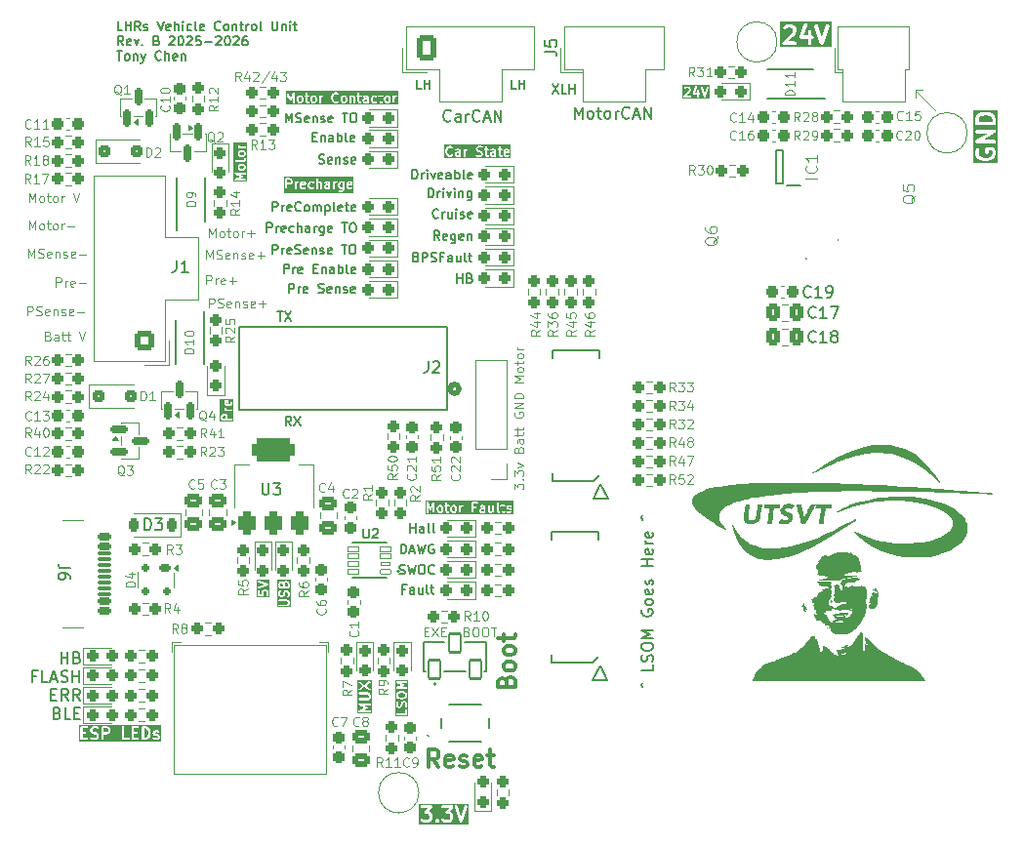
<source format=gbr>
%TF.GenerationSoftware,KiCad,Pcbnew,9.0.6*%
%TF.CreationDate,2026-01-06T17:47:25-06:00*%
%TF.ProjectId,VehicleControlUnit,56656869-636c-4654-936f-6e74726f6c55,rev?*%
%TF.SameCoordinates,Original*%
%TF.FileFunction,Legend,Top*%
%TF.FilePolarity,Positive*%
%FSLAX46Y46*%
G04 Gerber Fmt 4.6, Leading zero omitted, Abs format (unit mm)*
G04 Created by KiCad (PCBNEW 9.0.6) date 2026-01-06 17:47:25*
%MOMM*%
%LPD*%
G01*
G04 APERTURE LIST*
G04 Aperture macros list*
%AMRoundRect*
0 Rectangle with rounded corners*
0 $1 Rounding radius*
0 $2 $3 $4 $5 $6 $7 $8 $9 X,Y pos of 4 corners*
0 Add a 4 corners polygon primitive as box body*
4,1,4,$2,$3,$4,$5,$6,$7,$8,$9,$2,$3,0*
0 Add four circle primitives for the rounded corners*
1,1,$1+$1,$2,$3*
1,1,$1+$1,$4,$5*
1,1,$1+$1,$6,$7*
1,1,$1+$1,$8,$9*
0 Add four rect primitives between the rounded corners*
20,1,$1+$1,$2,$3,$4,$5,0*
20,1,$1+$1,$4,$5,$6,$7,0*
20,1,$1+$1,$6,$7,$8,$9,0*
20,1,$1+$1,$8,$9,$2,$3,0*%
%AMFreePoly0*
4,1,6,0.725000,-0.725000,-0.725000,-0.725000,-0.725000,0.125000,-0.125000,0.725000,0.725000,0.725000,0.725000,-0.725000,0.725000,-0.725000,$1*%
%AMFreePoly1*
4,1,22,0.945671,0.830970,1.026777,0.776777,1.080970,0.695671,1.100000,0.600000,1.100000,-0.600000,1.080970,-0.695671,1.026777,-0.776777,0.945671,-0.830970,0.850000,-0.850000,-0.450000,-0.850000,-0.545671,-0.830970,-0.626777,-0.776777,-1.026777,-0.376777,-1.080970,-0.295671,-1.100000,-0.200000,-1.100000,0.600000,-1.080970,0.695671,-1.026777,0.776777,-0.945671,0.830970,-0.850000,0.850000,
0.850000,0.850000,0.945671,0.830970,0.945671,0.830970,$1*%
%AMFreePoly2*
4,1,22,0.945671,0.830970,1.026777,0.776777,1.080970,0.695671,1.100000,0.600000,1.100000,-0.600000,1.080970,-0.695671,1.026777,-0.776777,0.945671,-0.830970,0.850000,-0.850000,-0.596447,-0.850000,-0.692118,-0.830970,-0.773224,-0.776777,-1.026777,-0.523224,-1.080970,-0.442118,-1.100000,-0.346447,-1.100000,0.600000,-1.080970,0.695671,-1.026777,0.776777,-0.945671,0.830970,-0.850000,0.850000,
0.850000,0.850000,0.945671,0.830970,0.945671,0.830970,$1*%
G04 Aperture macros list end*
%ADD10C,0.100000*%
%ADD11C,0.160000*%
%ADD12C,0.200000*%
%ADD13C,0.300000*%
%ADD14C,0.180000*%
%ADD15C,0.254000*%
%ADD16C,0.150000*%
%ADD17C,0.125000*%
%ADD18C,0.120000*%
%ADD19C,0.152400*%
%ADD20C,0.508000*%
%ADD21C,0.000000*%
%ADD22C,0.127000*%
%ADD23RoundRect,0.375000X0.375000X-0.625000X0.375000X0.625000X-0.375000X0.625000X-0.375000X-0.625000X0*%
%ADD24RoundRect,0.500000X1.400000X-0.500000X1.400000X0.500000X-1.400000X0.500000X-1.400000X-0.500000X0*%
%ADD25RoundRect,0.237500X0.237500X-0.250000X0.237500X0.250000X-0.237500X0.250000X-0.237500X-0.250000X0*%
%ADD26RoundRect,0.237500X0.287500X0.237500X-0.287500X0.237500X-0.287500X-0.237500X0.287500X-0.237500X0*%
%ADD27RoundRect,0.237500X-0.237500X0.250000X-0.237500X-0.250000X0.237500X-0.250000X0.237500X0.250000X0*%
%ADD28R,1.800000X0.550000*%
%ADD29C,3.600000*%
%ADD30C,6.400000*%
%ADD31C,6.200000*%
%ADD32RoundRect,0.237500X-0.237500X0.287500X-0.237500X-0.287500X0.237500X-0.287500X0.237500X0.287500X0*%
%ADD33RoundRect,0.237500X0.237500X-0.300000X0.237500X0.300000X-0.237500X0.300000X-0.237500X-0.300000X0*%
%ADD34RoundRect,0.237500X0.250000X0.237500X-0.250000X0.237500X-0.250000X-0.237500X0.250000X-0.237500X0*%
%ADD35C,2.800000*%
%ADD36RoundRect,0.237500X-0.287500X-0.237500X0.287500X-0.237500X0.287500X0.237500X-0.287500X0.237500X0*%
%ADD37C,0.650000*%
%ADD38RoundRect,0.150000X-0.425000X0.150000X-0.425000X-0.150000X0.425000X-0.150000X0.425000X0.150000X0*%
%ADD39RoundRect,0.075000X-0.500000X0.075000X-0.500000X-0.075000X0.500000X-0.075000X0.500000X0.075000X0*%
%ADD40O,2.100000X1.000000*%
%ADD41O,1.800000X1.000000*%
%ADD42RoundRect,0.237500X-0.250000X-0.237500X0.250000X-0.237500X0.250000X0.237500X-0.250000X0.237500X0*%
%ADD43R,1.970000X1.670000*%
%ADD44R,1.000000X0.750000*%
%ADD45C,1.524000*%
%ADD46RoundRect,0.102000X-0.500000X-0.800000X0.500000X-0.800000X0.500000X0.800000X-0.500000X0.800000X0*%
%ADD47C,1.300000*%
%ADD48RoundRect,0.250000X0.600000X0.600000X-0.600000X0.600000X-0.600000X-0.600000X0.600000X-0.600000X0*%
%ADD49C,1.700000*%
%ADD50R,1.890000X1.140000*%
%ADD51RoundRect,0.237500X-0.300000X-0.237500X0.300000X-0.237500X0.300000X0.237500X-0.300000X0.237500X0*%
%ADD52R,0.800000X0.400000*%
%ADD53R,0.400000X0.800000*%
%ADD54FreePoly0,180.000000*%
%ADD55R,1.450000X1.450000*%
%ADD56R,0.700000X0.700000*%
%ADD57RoundRect,0.250000X-0.337500X-0.475000X0.337500X-0.475000X0.337500X0.475000X-0.337500X0.475000X0*%
%ADD58RoundRect,0.065000X0.465000X0.195000X-0.465000X0.195000X-0.465000X-0.195000X0.465000X-0.195000X0*%
%ADD59RoundRect,0.040000X0.390000X0.120000X-0.390000X0.120000X-0.390000X-0.120000X0.390000X-0.120000X0*%
%ADD60RoundRect,0.065500X0.466500X0.196500X-0.466500X0.196500X-0.466500X-0.196500X0.466500X-0.196500X0*%
%ADD61R,1.650000X2.400000*%
%ADD62RoundRect,0.150000X0.150000X-0.587500X0.150000X0.587500X-0.150000X0.587500X-0.150000X-0.587500X0*%
%ADD63RoundRect,0.250000X0.600000X-0.850000X0.600000X0.850000X-0.600000X0.850000X-0.600000X-0.850000X0*%
%ADD64O,1.700000X2.200000*%
%ADD65FreePoly1,90.000000*%
%ADD66R,0.480000X0.750000*%
%ADD67R,2.720000X4.560000*%
%ADD68R,0.910000X5.560000*%
%ADD69R,0.420000X4.560000*%
%ADD70RoundRect,0.250000X0.475000X-0.337500X0.475000X0.337500X-0.475000X0.337500X-0.475000X-0.337500X0*%
%ADD71R,1.200000X0.450000*%
%ADD72RoundRect,0.237500X-0.237500X0.300000X-0.237500X-0.300000X0.237500X-0.300000X0.237500X0.300000X0*%
%ADD73RoundRect,0.237500X0.237500X-0.287500X0.237500X0.287500X-0.237500X0.287500X-0.237500X-0.287500X0*%
%ADD74RoundRect,0.225000X0.225000X0.375000X-0.225000X0.375000X-0.225000X-0.375000X0.225000X-0.375000X0*%
%ADD75RoundRect,0.250000X-0.475000X0.337500X-0.475000X-0.337500X0.475000X-0.337500X0.475000X0.337500X0*%
%ADD76RoundRect,0.150000X-0.150000X0.587500X-0.150000X-0.587500X0.150000X-0.587500X0.150000X0.587500X0*%
%ADD77RoundRect,0.250000X-0.300000X-0.300000X0.300000X-0.300000X0.300000X0.300000X-0.300000X0.300000X0*%
%ADD78RoundRect,0.175000X-0.325000X0.175000X-0.325000X-0.175000X0.325000X-0.175000X0.325000X0.175000X0*%
%ADD79RoundRect,0.150000X-0.150000X0.200000X-0.150000X-0.200000X0.150000X-0.200000X0.150000X0.200000X0*%
%ADD80FreePoly2,90.000000*%
%ADD81RoundRect,0.150000X-0.587500X-0.150000X0.587500X-0.150000X0.587500X0.150000X-0.587500X0.150000X0*%
%ADD82R,0.750000X1.000000*%
%ADD83R,0.750000X0.480000*%
%ADD84R,4.560000X2.720000*%
%ADD85R,5.560000X0.910000*%
%ADD86R,4.560000X0.420000*%
%ADD87R,1.700000X1.700000*%
G04 APERTURE END LIST*
D10*
X186900000Y-77300000D02*
X186900000Y-76700000D01*
X186900000Y-76700000D02*
X187550000Y-76700000D01*
X188600000Y-78400000D02*
X186900000Y-76750000D01*
X186900000Y-76750000D02*
X186900000Y-77300000D01*
D11*
G36*
X130912664Y-120710872D02*
G01*
X129774886Y-120710872D01*
X129774886Y-120123308D01*
X129863775Y-120123308D01*
X129863775Y-120504260D01*
X129864343Y-120510029D01*
X129864148Y-120511982D01*
X129864723Y-120513888D01*
X129865312Y-120519867D01*
X129869785Y-120530666D01*
X129873164Y-120541866D01*
X129875715Y-120544984D01*
X129877257Y-120548706D01*
X129885527Y-120556976D01*
X129892931Y-120566025D01*
X129896479Y-120567928D01*
X129899329Y-120570778D01*
X129910133Y-120575253D01*
X129920438Y-120580781D01*
X129926331Y-120581962D01*
X129928168Y-120582723D01*
X129930127Y-120582723D01*
X129935815Y-120583863D01*
X130316766Y-120621959D01*
X130332449Y-120621983D01*
X130336307Y-120620819D01*
X130340333Y-120620819D01*
X130351135Y-120616344D01*
X130362333Y-120612966D01*
X130365450Y-120610415D01*
X130369172Y-120608874D01*
X130377441Y-120600604D01*
X130386492Y-120593200D01*
X130388395Y-120589651D01*
X130391244Y-120586803D01*
X130395721Y-120575994D01*
X130401247Y-120565693D01*
X130401647Y-120561687D01*
X130403190Y-120557964D01*
X130403190Y-120546263D01*
X130404353Y-120534634D01*
X130403190Y-120530779D01*
X130403190Y-120526750D01*
X130398714Y-120515944D01*
X130395337Y-120504750D01*
X130392786Y-120501632D01*
X130391245Y-120497911D01*
X130381296Y-120485788D01*
X130352380Y-120456871D01*
X130328537Y-120409185D01*
X130328537Y-120256478D01*
X130352379Y-120208793D01*
X130372116Y-120189055D01*
X130419803Y-120165213D01*
X130572509Y-120165213D01*
X130620195Y-120189056D01*
X130639932Y-120208792D01*
X130663775Y-120256478D01*
X130663775Y-120409185D01*
X130639932Y-120456870D01*
X130611015Y-120485787D01*
X130601066Y-120497910D01*
X130589121Y-120526749D01*
X130589121Y-120557963D01*
X130601066Y-120586802D01*
X130623138Y-120608874D01*
X130651977Y-120620819D01*
X130683191Y-120620819D01*
X130712030Y-120608874D01*
X130724153Y-120598925D01*
X130762249Y-120560828D01*
X130767284Y-120554693D01*
X130768880Y-120553309D01*
X130770393Y-120550905D01*
X130772198Y-120548706D01*
X130773007Y-120546751D01*
X130777234Y-120540037D01*
X130815329Y-120463847D01*
X130820934Y-120449200D01*
X130821137Y-120446333D01*
X130822238Y-120443677D01*
X130823775Y-120428070D01*
X130823775Y-120237594D01*
X130822238Y-120221987D01*
X130821137Y-120219330D01*
X130820934Y-120216464D01*
X130815329Y-120201817D01*
X130777234Y-120125626D01*
X130773005Y-120118908D01*
X130772197Y-120116956D01*
X130770393Y-120114758D01*
X130768880Y-120112354D01*
X130767283Y-120110969D01*
X130762248Y-120104834D01*
X130724152Y-120066739D01*
X130718018Y-120061705D01*
X130716633Y-120060108D01*
X130714225Y-120058592D01*
X130712029Y-120056790D01*
X130710077Y-120055981D01*
X130703361Y-120051754D01*
X130627171Y-120013659D01*
X130612524Y-120008054D01*
X130609657Y-120007850D01*
X130607001Y-120006750D01*
X130591394Y-120005213D01*
X130400918Y-120005213D01*
X130385311Y-120006750D01*
X130382654Y-120007850D01*
X130379788Y-120008054D01*
X130365141Y-120013659D01*
X130288950Y-120051754D01*
X130282231Y-120055983D01*
X130280281Y-120056791D01*
X130278086Y-120058592D01*
X130275678Y-120060108D01*
X130274292Y-120061705D01*
X130268158Y-120066740D01*
X130230063Y-120104834D01*
X130225026Y-120110971D01*
X130223432Y-120112354D01*
X130221919Y-120114757D01*
X130220114Y-120116957D01*
X130219304Y-120118911D01*
X130215078Y-120125626D01*
X130176983Y-120201817D01*
X130171378Y-120216464D01*
X130171174Y-120219330D01*
X130170074Y-120221987D01*
X130168537Y-120237594D01*
X130168537Y-120428070D01*
X130170074Y-120443677D01*
X130171174Y-120446333D01*
X130171193Y-120446603D01*
X130023775Y-120431861D01*
X130023775Y-120123308D01*
X130022238Y-120107701D01*
X130010293Y-120078862D01*
X129988221Y-120056790D01*
X129959382Y-120044845D01*
X129928168Y-120044845D01*
X129899329Y-120056790D01*
X129877257Y-120078862D01*
X129865312Y-120107701D01*
X129863775Y-120123308D01*
X129774886Y-120123308D01*
X129774886Y-119313302D01*
X129864403Y-119313302D01*
X129866615Y-119344438D01*
X129880575Y-119372358D01*
X129904157Y-119392809D01*
X129918477Y-119399203D01*
X130490791Y-119589974D01*
X129918477Y-119780746D01*
X129904157Y-119787140D01*
X129880575Y-119807592D01*
X129866615Y-119835511D01*
X129864403Y-119866647D01*
X129874274Y-119896259D01*
X129894726Y-119919841D01*
X129922645Y-119933801D01*
X129953781Y-119936013D01*
X129969073Y-119932536D01*
X130769073Y-119665869D01*
X130783393Y-119659475D01*
X130787708Y-119655732D01*
X130792825Y-119653174D01*
X130799399Y-119645593D01*
X130806975Y-119639023D01*
X130809531Y-119633909D01*
X130813276Y-119629592D01*
X130816447Y-119620076D01*
X130820934Y-119611104D01*
X130821339Y-119605403D01*
X130823147Y-119599980D01*
X130822435Y-119589971D01*
X130823147Y-119579968D01*
X130821340Y-119574547D01*
X130820935Y-119568844D01*
X130816446Y-119559867D01*
X130813276Y-119550356D01*
X130809532Y-119546039D01*
X130806975Y-119540925D01*
X130799396Y-119534352D01*
X130792824Y-119526774D01*
X130787709Y-119524216D01*
X130783393Y-119520473D01*
X130769073Y-119514079D01*
X129969073Y-119247413D01*
X129953781Y-119243936D01*
X129922645Y-119246148D01*
X129894725Y-119260108D01*
X129874274Y-119283690D01*
X129864403Y-119313302D01*
X129774886Y-119313302D01*
X129774886Y-119155047D01*
X130912664Y-119155047D01*
X130912664Y-120710872D01*
G37*
X143597405Y-91174727D02*
X143711691Y-91212822D01*
X143711691Y-91212822D02*
X143749786Y-91250918D01*
X143749786Y-91250918D02*
X143787882Y-91327108D01*
X143787882Y-91327108D02*
X143787882Y-91441394D01*
X143787882Y-91441394D02*
X143749786Y-91517584D01*
X143749786Y-91517584D02*
X143711691Y-91555680D01*
X143711691Y-91555680D02*
X143635501Y-91593775D01*
X143635501Y-91593775D02*
X143330739Y-91593775D01*
X143330739Y-91593775D02*
X143330739Y-90793775D01*
X143330739Y-90793775D02*
X143597405Y-90793775D01*
X143597405Y-90793775D02*
X143673596Y-90831870D01*
X143673596Y-90831870D02*
X143711691Y-90869965D01*
X143711691Y-90869965D02*
X143749786Y-90946156D01*
X143749786Y-90946156D02*
X143749786Y-91022346D01*
X143749786Y-91022346D02*
X143711691Y-91098537D01*
X143711691Y-91098537D02*
X143673596Y-91136632D01*
X143673596Y-91136632D02*
X143597405Y-91174727D01*
X143597405Y-91174727D02*
X143330739Y-91174727D01*
X144130739Y-91593775D02*
X144130739Y-90793775D01*
X144130739Y-90793775D02*
X144435501Y-90793775D01*
X144435501Y-90793775D02*
X144511691Y-90831870D01*
X144511691Y-90831870D02*
X144549786Y-90869965D01*
X144549786Y-90869965D02*
X144587882Y-90946156D01*
X144587882Y-90946156D02*
X144587882Y-91060441D01*
X144587882Y-91060441D02*
X144549786Y-91136632D01*
X144549786Y-91136632D02*
X144511691Y-91174727D01*
X144511691Y-91174727D02*
X144435501Y-91212822D01*
X144435501Y-91212822D02*
X144130739Y-91212822D01*
X144892643Y-91555680D02*
X145006929Y-91593775D01*
X145006929Y-91593775D02*
X145197405Y-91593775D01*
X145197405Y-91593775D02*
X145273596Y-91555680D01*
X145273596Y-91555680D02*
X145311691Y-91517584D01*
X145311691Y-91517584D02*
X145349786Y-91441394D01*
X145349786Y-91441394D02*
X145349786Y-91365203D01*
X145349786Y-91365203D02*
X145311691Y-91289013D01*
X145311691Y-91289013D02*
X145273596Y-91250918D01*
X145273596Y-91250918D02*
X145197405Y-91212822D01*
X145197405Y-91212822D02*
X145045024Y-91174727D01*
X145045024Y-91174727D02*
X144968834Y-91136632D01*
X144968834Y-91136632D02*
X144930739Y-91098537D01*
X144930739Y-91098537D02*
X144892643Y-91022346D01*
X144892643Y-91022346D02*
X144892643Y-90946156D01*
X144892643Y-90946156D02*
X144930739Y-90869965D01*
X144930739Y-90869965D02*
X144968834Y-90831870D01*
X144968834Y-90831870D02*
X145045024Y-90793775D01*
X145045024Y-90793775D02*
X145235501Y-90793775D01*
X145235501Y-90793775D02*
X145349786Y-90831870D01*
X145959310Y-91174727D02*
X145692644Y-91174727D01*
X145692644Y-91593775D02*
X145692644Y-90793775D01*
X145692644Y-90793775D02*
X146073596Y-90793775D01*
X146721215Y-91593775D02*
X146721215Y-91174727D01*
X146721215Y-91174727D02*
X146683120Y-91098537D01*
X146683120Y-91098537D02*
X146606929Y-91060441D01*
X146606929Y-91060441D02*
X146454548Y-91060441D01*
X146454548Y-91060441D02*
X146378358Y-91098537D01*
X146721215Y-91555680D02*
X146645024Y-91593775D01*
X146645024Y-91593775D02*
X146454548Y-91593775D01*
X146454548Y-91593775D02*
X146378358Y-91555680D01*
X146378358Y-91555680D02*
X146340262Y-91479489D01*
X146340262Y-91479489D02*
X146340262Y-91403299D01*
X146340262Y-91403299D02*
X146378358Y-91327108D01*
X146378358Y-91327108D02*
X146454548Y-91289013D01*
X146454548Y-91289013D02*
X146645024Y-91289013D01*
X146645024Y-91289013D02*
X146721215Y-91250918D01*
X147445025Y-91060441D02*
X147445025Y-91593775D01*
X147102168Y-91060441D02*
X147102168Y-91479489D01*
X147102168Y-91479489D02*
X147140263Y-91555680D01*
X147140263Y-91555680D02*
X147216453Y-91593775D01*
X147216453Y-91593775D02*
X147330739Y-91593775D01*
X147330739Y-91593775D02*
X147406930Y-91555680D01*
X147406930Y-91555680D02*
X147445025Y-91517584D01*
X147940263Y-91593775D02*
X147864073Y-91555680D01*
X147864073Y-91555680D02*
X147825978Y-91479489D01*
X147825978Y-91479489D02*
X147825978Y-90793775D01*
X148130740Y-91060441D02*
X148435502Y-91060441D01*
X148245026Y-90793775D02*
X148245026Y-91479489D01*
X148245026Y-91479489D02*
X148283121Y-91555680D01*
X148283121Y-91555680D02*
X148359311Y-91593775D01*
X148359311Y-91593775D02*
X148435502Y-91593775D01*
X147170739Y-93393775D02*
X147170739Y-92593775D01*
X147170739Y-92974727D02*
X147627882Y-92974727D01*
X147627882Y-93393775D02*
X147627882Y-92593775D01*
X148275500Y-92974727D02*
X148389786Y-93012822D01*
X148389786Y-93012822D02*
X148427881Y-93050918D01*
X148427881Y-93050918D02*
X148465977Y-93127108D01*
X148465977Y-93127108D02*
X148465977Y-93241394D01*
X148465977Y-93241394D02*
X148427881Y-93317584D01*
X148427881Y-93317584D02*
X148389786Y-93355680D01*
X148389786Y-93355680D02*
X148313596Y-93393775D01*
X148313596Y-93393775D02*
X148008834Y-93393775D01*
X148008834Y-93393775D02*
X148008834Y-92593775D01*
X148008834Y-92593775D02*
X148275500Y-92593775D01*
X148275500Y-92593775D02*
X148351691Y-92631870D01*
X148351691Y-92631870D02*
X148389786Y-92669965D01*
X148389786Y-92669965D02*
X148427881Y-92746156D01*
X148427881Y-92746156D02*
X148427881Y-92822346D01*
X148427881Y-92822346D02*
X148389786Y-92898537D01*
X148389786Y-92898537D02*
X148351691Y-92936632D01*
X148351691Y-92936632D02*
X148275500Y-92974727D01*
X148275500Y-92974727D02*
X148008834Y-92974727D01*
X131155739Y-90916275D02*
X131155739Y-90116275D01*
X131155739Y-90116275D02*
X131460501Y-90116275D01*
X131460501Y-90116275D02*
X131536691Y-90154370D01*
X131536691Y-90154370D02*
X131574786Y-90192465D01*
X131574786Y-90192465D02*
X131612882Y-90268656D01*
X131612882Y-90268656D02*
X131612882Y-90382941D01*
X131612882Y-90382941D02*
X131574786Y-90459132D01*
X131574786Y-90459132D02*
X131536691Y-90497227D01*
X131536691Y-90497227D02*
X131460501Y-90535322D01*
X131460501Y-90535322D02*
X131155739Y-90535322D01*
X131955739Y-90916275D02*
X131955739Y-90382941D01*
X131955739Y-90535322D02*
X131993834Y-90459132D01*
X131993834Y-90459132D02*
X132031929Y-90421037D01*
X132031929Y-90421037D02*
X132108120Y-90382941D01*
X132108120Y-90382941D02*
X132184310Y-90382941D01*
X132755739Y-90878180D02*
X132679548Y-90916275D01*
X132679548Y-90916275D02*
X132527167Y-90916275D01*
X132527167Y-90916275D02*
X132450977Y-90878180D01*
X132450977Y-90878180D02*
X132412881Y-90801989D01*
X132412881Y-90801989D02*
X132412881Y-90497227D01*
X132412881Y-90497227D02*
X132450977Y-90421037D01*
X132450977Y-90421037D02*
X132527167Y-90382941D01*
X132527167Y-90382941D02*
X132679548Y-90382941D01*
X132679548Y-90382941D02*
X132755739Y-90421037D01*
X132755739Y-90421037D02*
X132793834Y-90497227D01*
X132793834Y-90497227D02*
X132793834Y-90573418D01*
X132793834Y-90573418D02*
X132412881Y-90649608D01*
X133098595Y-90878180D02*
X133212881Y-90916275D01*
X133212881Y-90916275D02*
X133403357Y-90916275D01*
X133403357Y-90916275D02*
X133479548Y-90878180D01*
X133479548Y-90878180D02*
X133517643Y-90840084D01*
X133517643Y-90840084D02*
X133555738Y-90763894D01*
X133555738Y-90763894D02*
X133555738Y-90687703D01*
X133555738Y-90687703D02*
X133517643Y-90611513D01*
X133517643Y-90611513D02*
X133479548Y-90573418D01*
X133479548Y-90573418D02*
X133403357Y-90535322D01*
X133403357Y-90535322D02*
X133250976Y-90497227D01*
X133250976Y-90497227D02*
X133174786Y-90459132D01*
X133174786Y-90459132D02*
X133136691Y-90421037D01*
X133136691Y-90421037D02*
X133098595Y-90344846D01*
X133098595Y-90344846D02*
X133098595Y-90268656D01*
X133098595Y-90268656D02*
X133136691Y-90192465D01*
X133136691Y-90192465D02*
X133174786Y-90154370D01*
X133174786Y-90154370D02*
X133250976Y-90116275D01*
X133250976Y-90116275D02*
X133441453Y-90116275D01*
X133441453Y-90116275D02*
X133555738Y-90154370D01*
X134203358Y-90878180D02*
X134127167Y-90916275D01*
X134127167Y-90916275D02*
X133974786Y-90916275D01*
X133974786Y-90916275D02*
X133898596Y-90878180D01*
X133898596Y-90878180D02*
X133860500Y-90801989D01*
X133860500Y-90801989D02*
X133860500Y-90497227D01*
X133860500Y-90497227D02*
X133898596Y-90421037D01*
X133898596Y-90421037D02*
X133974786Y-90382941D01*
X133974786Y-90382941D02*
X134127167Y-90382941D01*
X134127167Y-90382941D02*
X134203358Y-90421037D01*
X134203358Y-90421037D02*
X134241453Y-90497227D01*
X134241453Y-90497227D02*
X134241453Y-90573418D01*
X134241453Y-90573418D02*
X133860500Y-90649608D01*
X134584310Y-90382941D02*
X134584310Y-90916275D01*
X134584310Y-90459132D02*
X134622405Y-90421037D01*
X134622405Y-90421037D02*
X134698595Y-90382941D01*
X134698595Y-90382941D02*
X134812881Y-90382941D01*
X134812881Y-90382941D02*
X134889072Y-90421037D01*
X134889072Y-90421037D02*
X134927167Y-90497227D01*
X134927167Y-90497227D02*
X134927167Y-90916275D01*
X135270024Y-90878180D02*
X135346215Y-90916275D01*
X135346215Y-90916275D02*
X135498596Y-90916275D01*
X135498596Y-90916275D02*
X135574786Y-90878180D01*
X135574786Y-90878180D02*
X135612882Y-90801989D01*
X135612882Y-90801989D02*
X135612882Y-90763894D01*
X135612882Y-90763894D02*
X135574786Y-90687703D01*
X135574786Y-90687703D02*
X135498596Y-90649608D01*
X135498596Y-90649608D02*
X135384310Y-90649608D01*
X135384310Y-90649608D02*
X135308120Y-90611513D01*
X135308120Y-90611513D02*
X135270024Y-90535322D01*
X135270024Y-90535322D02*
X135270024Y-90497227D01*
X135270024Y-90497227D02*
X135308120Y-90421037D01*
X135308120Y-90421037D02*
X135384310Y-90382941D01*
X135384310Y-90382941D02*
X135498596Y-90382941D01*
X135498596Y-90382941D02*
X135574786Y-90421037D01*
X136260501Y-90878180D02*
X136184310Y-90916275D01*
X136184310Y-90916275D02*
X136031929Y-90916275D01*
X136031929Y-90916275D02*
X135955739Y-90878180D01*
X135955739Y-90878180D02*
X135917643Y-90801989D01*
X135917643Y-90801989D02*
X135917643Y-90497227D01*
X135917643Y-90497227D02*
X135955739Y-90421037D01*
X135955739Y-90421037D02*
X136031929Y-90382941D01*
X136031929Y-90382941D02*
X136184310Y-90382941D01*
X136184310Y-90382941D02*
X136260501Y-90421037D01*
X136260501Y-90421037D02*
X136298596Y-90497227D01*
X136298596Y-90497227D02*
X136298596Y-90573418D01*
X136298596Y-90573418D02*
X135917643Y-90649608D01*
X137136691Y-90116275D02*
X137593834Y-90116275D01*
X137365262Y-90916275D02*
X137365262Y-90116275D01*
X138012882Y-90116275D02*
X138165263Y-90116275D01*
X138165263Y-90116275D02*
X138241453Y-90154370D01*
X138241453Y-90154370D02*
X138317644Y-90230560D01*
X138317644Y-90230560D02*
X138355739Y-90382941D01*
X138355739Y-90382941D02*
X138355739Y-90649608D01*
X138355739Y-90649608D02*
X138317644Y-90801989D01*
X138317644Y-90801989D02*
X138241453Y-90878180D01*
X138241453Y-90878180D02*
X138165263Y-90916275D01*
X138165263Y-90916275D02*
X138012882Y-90916275D01*
X138012882Y-90916275D02*
X137936691Y-90878180D01*
X137936691Y-90878180D02*
X137860501Y-90801989D01*
X137860501Y-90801989D02*
X137822405Y-90649608D01*
X137822405Y-90649608D02*
X137822405Y-90382941D01*
X137822405Y-90382941D02*
X137860501Y-90230560D01*
X137860501Y-90230560D02*
X137936691Y-90154370D01*
X137936691Y-90154370D02*
X138012882Y-90116275D01*
G36*
X137218120Y-84747979D02*
G01*
X137218120Y-85106237D01*
X137203044Y-85113775D01*
X137088433Y-85113775D01*
X137040747Y-85089932D01*
X137021011Y-85070196D01*
X136997167Y-85022507D01*
X136997167Y-84831708D01*
X137021010Y-84784021D01*
X137040746Y-84764285D01*
X137088434Y-84740441D01*
X137203044Y-84740441D01*
X137218120Y-84747979D01*
G37*
G36*
X133886110Y-84758165D02*
G01*
X133900071Y-84786086D01*
X133682881Y-84829524D01*
X133682881Y-84793613D01*
X133700605Y-84758165D01*
X133736053Y-84740441D01*
X133850663Y-84740441D01*
X133886110Y-84758165D01*
G37*
G36*
X135999072Y-85106237D02*
G01*
X135983996Y-85113775D01*
X135831290Y-85113775D01*
X135795843Y-85096051D01*
X135778119Y-85060603D01*
X135778119Y-85022184D01*
X135795843Y-84986736D01*
X135831290Y-84969013D01*
X135999072Y-84969013D01*
X135999072Y-85106237D01*
G37*
G36*
X137924206Y-84758165D02*
G01*
X137938167Y-84786086D01*
X137720977Y-84829524D01*
X137720977Y-84793613D01*
X137738701Y-84758165D01*
X137774149Y-84740441D01*
X137888759Y-84740441D01*
X137924206Y-84758165D01*
G37*
G36*
X132679300Y-84497617D02*
G01*
X132699038Y-84517354D01*
X132722882Y-84565041D01*
X132722882Y-84641555D01*
X132699038Y-84689242D01*
X132679300Y-84708979D01*
X132631616Y-84732822D01*
X132425739Y-84732822D01*
X132425739Y-84473775D01*
X132631616Y-84473775D01*
X132679300Y-84497617D01*
G37*
G36*
X138190819Y-85629330D02*
G01*
X132176850Y-85629330D01*
X132176850Y-84393775D01*
X132265739Y-84393775D01*
X132265739Y-85193775D01*
X132267276Y-85209382D01*
X132279221Y-85238221D01*
X132301293Y-85260293D01*
X132330132Y-85272238D01*
X132361346Y-85272238D01*
X132390185Y-85260293D01*
X132412257Y-85238221D01*
X132424202Y-85209382D01*
X132425739Y-85193775D01*
X132425739Y-84892822D01*
X132650501Y-84892822D01*
X132666108Y-84891285D01*
X132668764Y-84890184D01*
X132671631Y-84889981D01*
X132686278Y-84884376D01*
X132762468Y-84846281D01*
X132769182Y-84842054D01*
X132771137Y-84841245D01*
X132773336Y-84839439D01*
X132775740Y-84837927D01*
X132777122Y-84836332D01*
X132783260Y-84831296D01*
X132821354Y-84793201D01*
X132826388Y-84787066D01*
X132827986Y-84785681D01*
X132829501Y-84783272D01*
X132831303Y-84781078D01*
X132832110Y-84779127D01*
X132836340Y-84772409D01*
X132874436Y-84696219D01*
X132880041Y-84681572D01*
X132880244Y-84678704D01*
X132881345Y-84676048D01*
X132882882Y-84660441D01*
X133065739Y-84660441D01*
X133065739Y-85193775D01*
X133067276Y-85209382D01*
X133079221Y-85238221D01*
X133101293Y-85260293D01*
X133130132Y-85272238D01*
X133161346Y-85272238D01*
X133190185Y-85260293D01*
X133212257Y-85238221D01*
X133224202Y-85209382D01*
X133225739Y-85193775D01*
X133225739Y-84831707D01*
X133249581Y-84784022D01*
X133258876Y-84774727D01*
X133522881Y-84774727D01*
X133522881Y-85079489D01*
X133524418Y-85095096D01*
X133525518Y-85097752D01*
X133525722Y-85100620D01*
X133531327Y-85115266D01*
X133569423Y-85191457D01*
X133571064Y-85194065D01*
X133571476Y-85195299D01*
X133572808Y-85196834D01*
X133577777Y-85204729D01*
X133585354Y-85211300D01*
X133591928Y-85218880D01*
X133599825Y-85223851D01*
X133601359Y-85225181D01*
X133602590Y-85225591D01*
X133605200Y-85227234D01*
X133681390Y-85265329D01*
X133696037Y-85270934D01*
X133698903Y-85271137D01*
X133701560Y-85272238D01*
X133717167Y-85273775D01*
X133869548Y-85273775D01*
X133885155Y-85272238D01*
X133887811Y-85271137D01*
X133890678Y-85270934D01*
X133905325Y-85265329D01*
X133981516Y-85227234D01*
X133994788Y-85218880D01*
X134015240Y-85195299D01*
X134025111Y-85165686D01*
X134022898Y-85134550D01*
X134008939Y-85106631D01*
X133985358Y-85086179D01*
X133955745Y-85076308D01*
X133924609Y-85078521D01*
X133909962Y-85084126D01*
X133850663Y-85113775D01*
X133736052Y-85113775D01*
X133700605Y-85096051D01*
X133682881Y-85060603D01*
X133682881Y-84992692D01*
X133999523Y-84929365D01*
X134014525Y-84924797D01*
X134021037Y-84920435D01*
X134028280Y-84917436D01*
X134033880Y-84911835D01*
X134040462Y-84907428D01*
X134044810Y-84900905D01*
X134050352Y-84895364D01*
X134053382Y-84888047D01*
X134057777Y-84881456D01*
X134059298Y-84873764D01*
X134062297Y-84866525D01*
X134063834Y-84850918D01*
X134063834Y-84812822D01*
X134208595Y-84812822D01*
X134208595Y-85041394D01*
X134210132Y-85057001D01*
X134211232Y-85059657D01*
X134211436Y-85062525D01*
X134217041Y-85077172D01*
X134255137Y-85153361D01*
X134259363Y-85160074D01*
X134260173Y-85162029D01*
X134261979Y-85164229D01*
X134263492Y-85166633D01*
X134265085Y-85168015D01*
X134270122Y-85174152D01*
X134308217Y-85212248D01*
X134314352Y-85217283D01*
X134315737Y-85218880D01*
X134318141Y-85220393D01*
X134320339Y-85222197D01*
X134322291Y-85223005D01*
X134329009Y-85227234D01*
X134405199Y-85265329D01*
X134419846Y-85270934D01*
X134422712Y-85271137D01*
X134425369Y-85272238D01*
X134440976Y-85273775D01*
X134593357Y-85273775D01*
X134608964Y-85272238D01*
X134611620Y-85271137D01*
X134614487Y-85270934D01*
X134629134Y-85265329D01*
X134705325Y-85227234D01*
X134718597Y-85218880D01*
X134739049Y-85195299D01*
X134748920Y-85165686D01*
X134746707Y-85134550D01*
X134732748Y-85106631D01*
X134709167Y-85086179D01*
X134679554Y-85076308D01*
X134648418Y-85078521D01*
X134633771Y-85084126D01*
X134574472Y-85113775D01*
X134459861Y-85113775D01*
X134412175Y-85089932D01*
X134392439Y-85070196D01*
X134368595Y-85022507D01*
X134368595Y-84831708D01*
X134392438Y-84784021D01*
X134412174Y-84764285D01*
X134459862Y-84740441D01*
X134574472Y-84740441D01*
X134633770Y-84770091D01*
X134648417Y-84775696D01*
X134679553Y-84777909D01*
X134709166Y-84768039D01*
X134732747Y-84747586D01*
X134746707Y-84719668D01*
X134748920Y-84688531D01*
X134739049Y-84658919D01*
X134718597Y-84635337D01*
X134705325Y-84626983D01*
X134629134Y-84588887D01*
X134614488Y-84583282D01*
X134611620Y-84583078D01*
X134608964Y-84581978D01*
X134593357Y-84580441D01*
X134440976Y-84580441D01*
X134425369Y-84581978D01*
X134422713Y-84583078D01*
X134419844Y-84583282D01*
X134405198Y-84588887D01*
X134329008Y-84626983D01*
X134322289Y-84631212D01*
X134320340Y-84632020D01*
X134318144Y-84633821D01*
X134315736Y-84635338D01*
X134314350Y-84636935D01*
X134308217Y-84641969D01*
X134270122Y-84680063D01*
X134265082Y-84686203D01*
X134263492Y-84687583D01*
X134261981Y-84689981D01*
X134260173Y-84692186D01*
X134259362Y-84694142D01*
X134255137Y-84700855D01*
X134217041Y-84777044D01*
X134211436Y-84791691D01*
X134211232Y-84794558D01*
X134210132Y-84797215D01*
X134208595Y-84812822D01*
X134063834Y-84812822D01*
X134063834Y-84774727D01*
X134062297Y-84759120D01*
X134061196Y-84756463D01*
X134060993Y-84753597D01*
X134055388Y-84738950D01*
X134017293Y-84662760D01*
X134015650Y-84660150D01*
X134015240Y-84658919D01*
X134013910Y-84657385D01*
X134008939Y-84649488D01*
X134001359Y-84642914D01*
X133994788Y-84635337D01*
X133986893Y-84630368D01*
X133985358Y-84629036D01*
X133984124Y-84628624D01*
X133981516Y-84626983D01*
X133905325Y-84588887D01*
X133890679Y-84583282D01*
X133887811Y-84583078D01*
X133885155Y-84581978D01*
X133869548Y-84580441D01*
X133717167Y-84580441D01*
X133701560Y-84581978D01*
X133698904Y-84583078D01*
X133696035Y-84583282D01*
X133681389Y-84588887D01*
X133605199Y-84626983D01*
X133602589Y-84628625D01*
X133601359Y-84629036D01*
X133599826Y-84630364D01*
X133591927Y-84635338D01*
X133585351Y-84642919D01*
X133577778Y-84649488D01*
X133572809Y-84657379D01*
X133571475Y-84658919D01*
X133571063Y-84660154D01*
X133569423Y-84662760D01*
X133531327Y-84738949D01*
X133525722Y-84753596D01*
X133525518Y-84756463D01*
X133524418Y-84759120D01*
X133522881Y-84774727D01*
X133258876Y-84774727D01*
X133269318Y-84764284D01*
X133317005Y-84740441D01*
X133374310Y-84740441D01*
X133389917Y-84738904D01*
X133418756Y-84726959D01*
X133440828Y-84704887D01*
X133452773Y-84676048D01*
X133452773Y-84644834D01*
X133440828Y-84615995D01*
X133418756Y-84593923D01*
X133389917Y-84581978D01*
X133374310Y-84580441D01*
X133298120Y-84580441D01*
X133282513Y-84581978D01*
X133279856Y-84583078D01*
X133276989Y-84583282D01*
X133262342Y-84588887D01*
X133210880Y-84614618D01*
X133190185Y-84593923D01*
X133161346Y-84581978D01*
X133130132Y-84581978D01*
X133101293Y-84593923D01*
X133079221Y-84615995D01*
X133067276Y-84644834D01*
X133065739Y-84660441D01*
X132882882Y-84660441D01*
X132882882Y-84546156D01*
X132881345Y-84530549D01*
X132880244Y-84527892D01*
X132880041Y-84525025D01*
X132874436Y-84510378D01*
X132836340Y-84434188D01*
X132832110Y-84427469D01*
X132831303Y-84425519D01*
X132829501Y-84423324D01*
X132827986Y-84420916D01*
X132826388Y-84419530D01*
X132821354Y-84413396D01*
X132801734Y-84393775D01*
X134932405Y-84393775D01*
X134932405Y-85193775D01*
X134933942Y-85209382D01*
X134945887Y-85238221D01*
X134967959Y-85260293D01*
X134996798Y-85272238D01*
X135028012Y-85272238D01*
X135056851Y-85260293D01*
X135078923Y-85238221D01*
X135090868Y-85209382D01*
X135092405Y-85193775D01*
X135092405Y-84769769D01*
X135097888Y-84764285D01*
X135145576Y-84740441D01*
X135222091Y-84740441D01*
X135257538Y-84758165D01*
X135275262Y-84793612D01*
X135275262Y-85193775D01*
X135276799Y-85209382D01*
X135288744Y-85238221D01*
X135310816Y-85260293D01*
X135339655Y-85272238D01*
X135370869Y-85272238D01*
X135399708Y-85260293D01*
X135421780Y-85238221D01*
X135433725Y-85209382D01*
X135435262Y-85193775D01*
X135435262Y-85003299D01*
X135618119Y-85003299D01*
X135618119Y-85079489D01*
X135619656Y-85095096D01*
X135620756Y-85097752D01*
X135620960Y-85100620D01*
X135626565Y-85115266D01*
X135664661Y-85191457D01*
X135666302Y-85194065D01*
X135666714Y-85195299D01*
X135668046Y-85196834D01*
X135673015Y-85204729D01*
X135680592Y-85211300D01*
X135687166Y-85218880D01*
X135695063Y-85223851D01*
X135696597Y-85225181D01*
X135697828Y-85225591D01*
X135700438Y-85227234D01*
X135776628Y-85265329D01*
X135791275Y-85270934D01*
X135794141Y-85271137D01*
X135796798Y-85272238D01*
X135812405Y-85273775D01*
X136002881Y-85273775D01*
X136018488Y-85272238D01*
X136021144Y-85271137D01*
X136024011Y-85270934D01*
X136038658Y-85265329D01*
X136042339Y-85263488D01*
X136063465Y-85272238D01*
X136094679Y-85272238D01*
X136123518Y-85260293D01*
X136145590Y-85238221D01*
X136157535Y-85209382D01*
X136159072Y-85193775D01*
X136159072Y-84774727D01*
X136157535Y-84759120D01*
X136156434Y-84756463D01*
X136156231Y-84753597D01*
X136150626Y-84738950D01*
X136112531Y-84662760D01*
X136111071Y-84660441D01*
X136380025Y-84660441D01*
X136380025Y-85193775D01*
X136381562Y-85209382D01*
X136393507Y-85238221D01*
X136415579Y-85260293D01*
X136444418Y-85272238D01*
X136475632Y-85272238D01*
X136504471Y-85260293D01*
X136526543Y-85238221D01*
X136538488Y-85209382D01*
X136540025Y-85193775D01*
X136540025Y-84831707D01*
X136549467Y-84812822D01*
X136837167Y-84812822D01*
X136837167Y-85041394D01*
X136838704Y-85057001D01*
X136839804Y-85059657D01*
X136840008Y-85062525D01*
X136845613Y-85077172D01*
X136883709Y-85153361D01*
X136887935Y-85160074D01*
X136888745Y-85162029D01*
X136890551Y-85164229D01*
X136892064Y-85166633D01*
X136893657Y-85168015D01*
X136898694Y-85174152D01*
X136936789Y-85212248D01*
X136942924Y-85217283D01*
X136944309Y-85218880D01*
X136946713Y-85220393D01*
X136948911Y-85222197D01*
X136950863Y-85223005D01*
X136957581Y-85227234D01*
X137033771Y-85265329D01*
X137048418Y-85270934D01*
X137051284Y-85271137D01*
X137053941Y-85272238D01*
X137069548Y-85273775D01*
X137218120Y-85273775D01*
X137218120Y-85289175D01*
X137194277Y-85336861D01*
X137174540Y-85356597D01*
X137126854Y-85380441D01*
X137050338Y-85380441D01*
X136991040Y-85350792D01*
X136976393Y-85345187D01*
X136945257Y-85342974D01*
X136915644Y-85352845D01*
X136892063Y-85373297D01*
X136878104Y-85401216D01*
X136875891Y-85432352D01*
X136885762Y-85461965D01*
X136906214Y-85485546D01*
X136919486Y-85493900D01*
X136995676Y-85531995D01*
X137010323Y-85537600D01*
X137013189Y-85537803D01*
X137015846Y-85538904D01*
X137031453Y-85540441D01*
X137145739Y-85540441D01*
X137161346Y-85538904D01*
X137164002Y-85537803D01*
X137166869Y-85537600D01*
X137181516Y-85531995D01*
X137257706Y-85493900D01*
X137264422Y-85489672D01*
X137266374Y-85488864D01*
X137268570Y-85487061D01*
X137270978Y-85485546D01*
X137272363Y-85483948D01*
X137278497Y-85478915D01*
X137316593Y-85440820D01*
X137321628Y-85434684D01*
X137323225Y-85433300D01*
X137324738Y-85430895D01*
X137326542Y-85428698D01*
X137327350Y-85426745D01*
X137331579Y-85420028D01*
X137369674Y-85343837D01*
X137375279Y-85329190D01*
X137375482Y-85326323D01*
X137376583Y-85323667D01*
X137378120Y-85308060D01*
X137378120Y-84774727D01*
X137560977Y-84774727D01*
X137560977Y-85079489D01*
X137562514Y-85095096D01*
X137563614Y-85097752D01*
X137563818Y-85100620D01*
X137569423Y-85115266D01*
X137607519Y-85191457D01*
X137609160Y-85194065D01*
X137609572Y-85195299D01*
X137610904Y-85196834D01*
X137615873Y-85204729D01*
X137623450Y-85211300D01*
X137630024Y-85218880D01*
X137637921Y-85223851D01*
X137639455Y-85225181D01*
X137640686Y-85225591D01*
X137643296Y-85227234D01*
X137719486Y-85265329D01*
X137734133Y-85270934D01*
X137736999Y-85271137D01*
X137739656Y-85272238D01*
X137755263Y-85273775D01*
X137907644Y-85273775D01*
X137923251Y-85272238D01*
X137925907Y-85271137D01*
X137928774Y-85270934D01*
X137943421Y-85265329D01*
X138019612Y-85227234D01*
X138032884Y-85218880D01*
X138053336Y-85195299D01*
X138063207Y-85165686D01*
X138060994Y-85134550D01*
X138047035Y-85106631D01*
X138023454Y-85086179D01*
X137993841Y-85076308D01*
X137962705Y-85078521D01*
X137948058Y-85084126D01*
X137888759Y-85113775D01*
X137774148Y-85113775D01*
X137738701Y-85096051D01*
X137720977Y-85060603D01*
X137720977Y-84992692D01*
X138037619Y-84929365D01*
X138052621Y-84924797D01*
X138059133Y-84920435D01*
X138066376Y-84917436D01*
X138071976Y-84911835D01*
X138078558Y-84907428D01*
X138082906Y-84900905D01*
X138088448Y-84895364D01*
X138091478Y-84888047D01*
X138095873Y-84881456D01*
X138097394Y-84873764D01*
X138100393Y-84866525D01*
X138101930Y-84850918D01*
X138101930Y-84774727D01*
X138100393Y-84759120D01*
X138099292Y-84756463D01*
X138099089Y-84753597D01*
X138093484Y-84738950D01*
X138055389Y-84662760D01*
X138053746Y-84660150D01*
X138053336Y-84658919D01*
X138052006Y-84657385D01*
X138047035Y-84649488D01*
X138039455Y-84642914D01*
X138032884Y-84635337D01*
X138024989Y-84630368D01*
X138023454Y-84629036D01*
X138022220Y-84628624D01*
X138019612Y-84626983D01*
X137943421Y-84588887D01*
X137928775Y-84583282D01*
X137925907Y-84583078D01*
X137923251Y-84581978D01*
X137907644Y-84580441D01*
X137755263Y-84580441D01*
X137739656Y-84581978D01*
X137737000Y-84583078D01*
X137734131Y-84583282D01*
X137719485Y-84588887D01*
X137643295Y-84626983D01*
X137640685Y-84628625D01*
X137639455Y-84629036D01*
X137637922Y-84630364D01*
X137630023Y-84635338D01*
X137623447Y-84642919D01*
X137615874Y-84649488D01*
X137610905Y-84657379D01*
X137609571Y-84658919D01*
X137609159Y-84660154D01*
X137607519Y-84662760D01*
X137569423Y-84738949D01*
X137563818Y-84753596D01*
X137563614Y-84756463D01*
X137562514Y-84759120D01*
X137560977Y-84774727D01*
X137378120Y-84774727D01*
X137378120Y-84660441D01*
X137376583Y-84644834D01*
X137364638Y-84615995D01*
X137342566Y-84593923D01*
X137313727Y-84581978D01*
X137282513Y-84581978D01*
X137261387Y-84590727D01*
X137257706Y-84588887D01*
X137243060Y-84583282D01*
X137240192Y-84583078D01*
X137237536Y-84581978D01*
X137221929Y-84580441D01*
X137069548Y-84580441D01*
X137053941Y-84581978D01*
X137051285Y-84583078D01*
X137048416Y-84583282D01*
X137033770Y-84588887D01*
X136957580Y-84626983D01*
X136950861Y-84631212D01*
X136948912Y-84632020D01*
X136946716Y-84633821D01*
X136944308Y-84635338D01*
X136942922Y-84636935D01*
X136936789Y-84641969D01*
X136898694Y-84680063D01*
X136893654Y-84686203D01*
X136892064Y-84687583D01*
X136890553Y-84689981D01*
X136888745Y-84692186D01*
X136887934Y-84694142D01*
X136883709Y-84700855D01*
X136845613Y-84777044D01*
X136840008Y-84791691D01*
X136839804Y-84794558D01*
X136838704Y-84797215D01*
X136837167Y-84812822D01*
X136549467Y-84812822D01*
X136563867Y-84784022D01*
X136583604Y-84764284D01*
X136631291Y-84740441D01*
X136688596Y-84740441D01*
X136704203Y-84738904D01*
X136733042Y-84726959D01*
X136755114Y-84704887D01*
X136767059Y-84676048D01*
X136767059Y-84644834D01*
X136755114Y-84615995D01*
X136733042Y-84593923D01*
X136704203Y-84581978D01*
X136688596Y-84580441D01*
X136612406Y-84580441D01*
X136596799Y-84581978D01*
X136594142Y-84583078D01*
X136591275Y-84583282D01*
X136576628Y-84588887D01*
X136525166Y-84614618D01*
X136504471Y-84593923D01*
X136475632Y-84581978D01*
X136444418Y-84581978D01*
X136415579Y-84593923D01*
X136393507Y-84615995D01*
X136381562Y-84644834D01*
X136380025Y-84660441D01*
X136111071Y-84660441D01*
X136110888Y-84660150D01*
X136110478Y-84658919D01*
X136109148Y-84657385D01*
X136104177Y-84649488D01*
X136096597Y-84642914D01*
X136090026Y-84635337D01*
X136082131Y-84630368D01*
X136080596Y-84629036D01*
X136079362Y-84628624D01*
X136076754Y-84626983D01*
X136000563Y-84588887D01*
X135985917Y-84583282D01*
X135983049Y-84583078D01*
X135980393Y-84581978D01*
X135964786Y-84580441D01*
X135812405Y-84580441D01*
X135796798Y-84581978D01*
X135794142Y-84583078D01*
X135791273Y-84583282D01*
X135776627Y-84588887D01*
X135700437Y-84626983D01*
X135687165Y-84635338D01*
X135666713Y-84658919D01*
X135656843Y-84688532D01*
X135659056Y-84719668D01*
X135673016Y-84747587D01*
X135696597Y-84768039D01*
X135726210Y-84777909D01*
X135757346Y-84775696D01*
X135771993Y-84770091D01*
X135831291Y-84740441D01*
X135945901Y-84740441D01*
X135981348Y-84758165D01*
X135999072Y-84793612D01*
X135999072Y-84801475D01*
X135983996Y-84809013D01*
X135812405Y-84809013D01*
X135796798Y-84810550D01*
X135794141Y-84811650D01*
X135791275Y-84811854D01*
X135776628Y-84817459D01*
X135700438Y-84855554D01*
X135697828Y-84857196D01*
X135696597Y-84857607D01*
X135695063Y-84858936D01*
X135687166Y-84863908D01*
X135680592Y-84871487D01*
X135673015Y-84878059D01*
X135668046Y-84885953D01*
X135666714Y-84887489D01*
X135666302Y-84888722D01*
X135664661Y-84891331D01*
X135626565Y-84967522D01*
X135620960Y-84982168D01*
X135620756Y-84985035D01*
X135619656Y-84987692D01*
X135618119Y-85003299D01*
X135435262Y-85003299D01*
X135435262Y-84774727D01*
X135433725Y-84759120D01*
X135432624Y-84756463D01*
X135432421Y-84753597D01*
X135426816Y-84738950D01*
X135388721Y-84662760D01*
X135387078Y-84660150D01*
X135386668Y-84658919D01*
X135385338Y-84657385D01*
X135380367Y-84649488D01*
X135372787Y-84642914D01*
X135366216Y-84635337D01*
X135358321Y-84630368D01*
X135356786Y-84629036D01*
X135355552Y-84628624D01*
X135352944Y-84626983D01*
X135276753Y-84588887D01*
X135262107Y-84583282D01*
X135259239Y-84583078D01*
X135256583Y-84581978D01*
X135240976Y-84580441D01*
X135126690Y-84580441D01*
X135111083Y-84581978D01*
X135108427Y-84583078D01*
X135105558Y-84583282D01*
X135092405Y-84588315D01*
X135092405Y-84393775D01*
X135090868Y-84378168D01*
X135078923Y-84349329D01*
X135056851Y-84327257D01*
X135028012Y-84315312D01*
X134996798Y-84315312D01*
X134967959Y-84327257D01*
X134945887Y-84349329D01*
X134933942Y-84378168D01*
X134932405Y-84393775D01*
X132801734Y-84393775D01*
X132783260Y-84375301D01*
X132777122Y-84370264D01*
X132775740Y-84368670D01*
X132773336Y-84367157D01*
X132771137Y-84365352D01*
X132769182Y-84364542D01*
X132762468Y-84360316D01*
X132686278Y-84322221D01*
X132671631Y-84316616D01*
X132668764Y-84316412D01*
X132666108Y-84315312D01*
X132650501Y-84313775D01*
X132345739Y-84313775D01*
X132330132Y-84315312D01*
X132301293Y-84327257D01*
X132279221Y-84349329D01*
X132267276Y-84378168D01*
X132265739Y-84393775D01*
X132176850Y-84393775D01*
X132176850Y-84224886D01*
X138190819Y-84224886D01*
X138190819Y-85629330D01*
G37*
X134615739Y-80754727D02*
X134882405Y-80754727D01*
X134996691Y-81173775D02*
X134615739Y-81173775D01*
X134615739Y-81173775D02*
X134615739Y-80373775D01*
X134615739Y-80373775D02*
X134996691Y-80373775D01*
X135339549Y-80640441D02*
X135339549Y-81173775D01*
X135339549Y-80716632D02*
X135377644Y-80678537D01*
X135377644Y-80678537D02*
X135453834Y-80640441D01*
X135453834Y-80640441D02*
X135568120Y-80640441D01*
X135568120Y-80640441D02*
X135644311Y-80678537D01*
X135644311Y-80678537D02*
X135682406Y-80754727D01*
X135682406Y-80754727D02*
X135682406Y-81173775D01*
X136406216Y-81173775D02*
X136406216Y-80754727D01*
X136406216Y-80754727D02*
X136368121Y-80678537D01*
X136368121Y-80678537D02*
X136291930Y-80640441D01*
X136291930Y-80640441D02*
X136139549Y-80640441D01*
X136139549Y-80640441D02*
X136063359Y-80678537D01*
X136406216Y-81135680D02*
X136330025Y-81173775D01*
X136330025Y-81173775D02*
X136139549Y-81173775D01*
X136139549Y-81173775D02*
X136063359Y-81135680D01*
X136063359Y-81135680D02*
X136025263Y-81059489D01*
X136025263Y-81059489D02*
X136025263Y-80983299D01*
X136025263Y-80983299D02*
X136063359Y-80907108D01*
X136063359Y-80907108D02*
X136139549Y-80869013D01*
X136139549Y-80869013D02*
X136330025Y-80869013D01*
X136330025Y-80869013D02*
X136406216Y-80830918D01*
X136787169Y-81173775D02*
X136787169Y-80373775D01*
X136787169Y-80678537D02*
X136863359Y-80640441D01*
X136863359Y-80640441D02*
X137015740Y-80640441D01*
X137015740Y-80640441D02*
X137091931Y-80678537D01*
X137091931Y-80678537D02*
X137130026Y-80716632D01*
X137130026Y-80716632D02*
X137168121Y-80792822D01*
X137168121Y-80792822D02*
X137168121Y-81021394D01*
X137168121Y-81021394D02*
X137130026Y-81097584D01*
X137130026Y-81097584D02*
X137091931Y-81135680D01*
X137091931Y-81135680D02*
X137015740Y-81173775D01*
X137015740Y-81173775D02*
X136863359Y-81173775D01*
X136863359Y-81173775D02*
X136787169Y-81135680D01*
X137625264Y-81173775D02*
X137549074Y-81135680D01*
X137549074Y-81135680D02*
X137510979Y-81059489D01*
X137510979Y-81059489D02*
X137510979Y-80373775D01*
X138234789Y-81135680D02*
X138158598Y-81173775D01*
X138158598Y-81173775D02*
X138006217Y-81173775D01*
X138006217Y-81173775D02*
X137930027Y-81135680D01*
X137930027Y-81135680D02*
X137891931Y-81059489D01*
X137891931Y-81059489D02*
X137891931Y-80754727D01*
X137891931Y-80754727D02*
X137930027Y-80678537D01*
X137930027Y-80678537D02*
X138006217Y-80640441D01*
X138006217Y-80640441D02*
X138158598Y-80640441D01*
X138158598Y-80640441D02*
X138234789Y-80678537D01*
X138234789Y-80678537D02*
X138272884Y-80754727D01*
X138272884Y-80754727D02*
X138272884Y-80830918D01*
X138272884Y-80830918D02*
X137891931Y-80907108D01*
X131581453Y-95893775D02*
X132038596Y-95893775D01*
X131810024Y-96693775D02*
X131810024Y-95893775D01*
X132229072Y-95893775D02*
X132762406Y-96693775D01*
X132762406Y-95893775D02*
X132229072Y-96693775D01*
D12*
X112808898Y-126437387D02*
X112808898Y-125437387D01*
X112808898Y-125913577D02*
X113380326Y-125913577D01*
X113380326Y-126437387D02*
X113380326Y-125437387D01*
X114189850Y-125913577D02*
X114332707Y-125961196D01*
X114332707Y-125961196D02*
X114380326Y-126008815D01*
X114380326Y-126008815D02*
X114427945Y-126104053D01*
X114427945Y-126104053D02*
X114427945Y-126246910D01*
X114427945Y-126246910D02*
X114380326Y-126342148D01*
X114380326Y-126342148D02*
X114332707Y-126389768D01*
X114332707Y-126389768D02*
X114237469Y-126437387D01*
X114237469Y-126437387D02*
X113856517Y-126437387D01*
X113856517Y-126437387D02*
X113856517Y-125437387D01*
X113856517Y-125437387D02*
X114189850Y-125437387D01*
X114189850Y-125437387D02*
X114285088Y-125485006D01*
X114285088Y-125485006D02*
X114332707Y-125532625D01*
X114332707Y-125532625D02*
X114380326Y-125627863D01*
X114380326Y-125627863D02*
X114380326Y-125723101D01*
X114380326Y-125723101D02*
X114332707Y-125818339D01*
X114332707Y-125818339D02*
X114285088Y-125865958D01*
X114285088Y-125865958D02*
X114189850Y-125913577D01*
X114189850Y-125913577D02*
X113856517Y-125913577D01*
X110666040Y-127523521D02*
X110332707Y-127523521D01*
X110332707Y-128047331D02*
X110332707Y-127047331D01*
X110332707Y-127047331D02*
X110808897Y-127047331D01*
X111666040Y-128047331D02*
X111189850Y-128047331D01*
X111189850Y-128047331D02*
X111189850Y-127047331D01*
X111951755Y-127761616D02*
X112427945Y-127761616D01*
X111856517Y-128047331D02*
X112189850Y-127047331D01*
X112189850Y-127047331D02*
X112523183Y-128047331D01*
X112808898Y-127999712D02*
X112951755Y-128047331D01*
X112951755Y-128047331D02*
X113189850Y-128047331D01*
X113189850Y-128047331D02*
X113285088Y-127999712D01*
X113285088Y-127999712D02*
X113332707Y-127952092D01*
X113332707Y-127952092D02*
X113380326Y-127856854D01*
X113380326Y-127856854D02*
X113380326Y-127761616D01*
X113380326Y-127761616D02*
X113332707Y-127666378D01*
X113332707Y-127666378D02*
X113285088Y-127618759D01*
X113285088Y-127618759D02*
X113189850Y-127571140D01*
X113189850Y-127571140D02*
X112999374Y-127523521D01*
X112999374Y-127523521D02*
X112904136Y-127475902D01*
X112904136Y-127475902D02*
X112856517Y-127428283D01*
X112856517Y-127428283D02*
X112808898Y-127333045D01*
X112808898Y-127333045D02*
X112808898Y-127237807D01*
X112808898Y-127237807D02*
X112856517Y-127142569D01*
X112856517Y-127142569D02*
X112904136Y-127094950D01*
X112904136Y-127094950D02*
X112999374Y-127047331D01*
X112999374Y-127047331D02*
X113237469Y-127047331D01*
X113237469Y-127047331D02*
X113380326Y-127094950D01*
X113808898Y-128047331D02*
X113808898Y-127047331D01*
X113808898Y-127523521D02*
X114380326Y-127523521D01*
X114380326Y-128047331D02*
X114380326Y-127047331D01*
X111951755Y-129133465D02*
X112285088Y-129133465D01*
X112427945Y-129657275D02*
X111951755Y-129657275D01*
X111951755Y-129657275D02*
X111951755Y-128657275D01*
X111951755Y-128657275D02*
X112427945Y-128657275D01*
X113427945Y-129657275D02*
X113094612Y-129181084D01*
X112856517Y-129657275D02*
X112856517Y-128657275D01*
X112856517Y-128657275D02*
X113237469Y-128657275D01*
X113237469Y-128657275D02*
X113332707Y-128704894D01*
X113332707Y-128704894D02*
X113380326Y-128752513D01*
X113380326Y-128752513D02*
X113427945Y-128847751D01*
X113427945Y-128847751D02*
X113427945Y-128990608D01*
X113427945Y-128990608D02*
X113380326Y-129085846D01*
X113380326Y-129085846D02*
X113332707Y-129133465D01*
X113332707Y-129133465D02*
X113237469Y-129181084D01*
X113237469Y-129181084D02*
X112856517Y-129181084D01*
X114427945Y-129657275D02*
X114094612Y-129181084D01*
X113856517Y-129657275D02*
X113856517Y-128657275D01*
X113856517Y-128657275D02*
X114237469Y-128657275D01*
X114237469Y-128657275D02*
X114332707Y-128704894D01*
X114332707Y-128704894D02*
X114380326Y-128752513D01*
X114380326Y-128752513D02*
X114427945Y-128847751D01*
X114427945Y-128847751D02*
X114427945Y-128990608D01*
X114427945Y-128990608D02*
X114380326Y-129085846D01*
X114380326Y-129085846D02*
X114332707Y-129133465D01*
X114332707Y-129133465D02*
X114237469Y-129181084D01*
X114237469Y-129181084D02*
X113856517Y-129181084D01*
X112475564Y-130743409D02*
X112618421Y-130791028D01*
X112618421Y-130791028D02*
X112666040Y-130838647D01*
X112666040Y-130838647D02*
X112713659Y-130933885D01*
X112713659Y-130933885D02*
X112713659Y-131076742D01*
X112713659Y-131076742D02*
X112666040Y-131171980D01*
X112666040Y-131171980D02*
X112618421Y-131219600D01*
X112618421Y-131219600D02*
X112523183Y-131267219D01*
X112523183Y-131267219D02*
X112142231Y-131267219D01*
X112142231Y-131267219D02*
X112142231Y-130267219D01*
X112142231Y-130267219D02*
X112475564Y-130267219D01*
X112475564Y-130267219D02*
X112570802Y-130314838D01*
X112570802Y-130314838D02*
X112618421Y-130362457D01*
X112618421Y-130362457D02*
X112666040Y-130457695D01*
X112666040Y-130457695D02*
X112666040Y-130552933D01*
X112666040Y-130552933D02*
X112618421Y-130648171D01*
X112618421Y-130648171D02*
X112570802Y-130695790D01*
X112570802Y-130695790D02*
X112475564Y-130743409D01*
X112475564Y-130743409D02*
X112142231Y-130743409D01*
X113618421Y-131267219D02*
X113142231Y-131267219D01*
X113142231Y-131267219D02*
X113142231Y-130267219D01*
X113951755Y-130743409D02*
X114285088Y-130743409D01*
X114427945Y-131267219D02*
X113951755Y-131267219D01*
X113951755Y-131267219D02*
X113951755Y-130267219D01*
X113951755Y-130267219D02*
X114427945Y-130267219D01*
D11*
G36*
X133617397Y-77314284D02*
G01*
X133637134Y-77334021D01*
X133660977Y-77381707D01*
X133660977Y-77572509D01*
X133637133Y-77620195D01*
X133617397Y-77639932D01*
X133569711Y-77663775D01*
X133493195Y-77663775D01*
X133445509Y-77639932D01*
X133425773Y-77620196D01*
X133401929Y-77572507D01*
X133401929Y-77381708D01*
X133425772Y-77334021D01*
X133445508Y-77314285D01*
X133493196Y-77290441D01*
X133569711Y-77290441D01*
X133617397Y-77314284D01*
G37*
G36*
X134798350Y-77314284D02*
G01*
X134818087Y-77334021D01*
X134841930Y-77381707D01*
X134841930Y-77572509D01*
X134818086Y-77620195D01*
X134798350Y-77639932D01*
X134750664Y-77663775D01*
X134674148Y-77663775D01*
X134626462Y-77639932D01*
X134606726Y-77620196D01*
X134582882Y-77572507D01*
X134582882Y-77381708D01*
X134606725Y-77334021D01*
X134626461Y-77314285D01*
X134674149Y-77290441D01*
X134750664Y-77290441D01*
X134798350Y-77314284D01*
G37*
G36*
X137426922Y-77314284D02*
G01*
X137446659Y-77334021D01*
X137470502Y-77381707D01*
X137470502Y-77572509D01*
X137446658Y-77620195D01*
X137426922Y-77639932D01*
X137379236Y-77663775D01*
X137302720Y-77663775D01*
X137255034Y-77639932D01*
X137235298Y-77620196D01*
X137211454Y-77572507D01*
X137211454Y-77381708D01*
X137235297Y-77334021D01*
X137255033Y-77314285D01*
X137302721Y-77290441D01*
X137379236Y-77290441D01*
X137426922Y-77314284D01*
G37*
G36*
X139337170Y-77656237D02*
G01*
X139322094Y-77663775D01*
X139169388Y-77663775D01*
X139133941Y-77646051D01*
X139116217Y-77610603D01*
X139116217Y-77572184D01*
X139133941Y-77536736D01*
X139169388Y-77519013D01*
X139337170Y-77519013D01*
X139337170Y-77656237D01*
G37*
G36*
X141198352Y-77314284D02*
G01*
X141218089Y-77334021D01*
X141241932Y-77381707D01*
X141241932Y-77572509D01*
X141218088Y-77620195D01*
X141198352Y-77639932D01*
X141150666Y-77663775D01*
X141074150Y-77663775D01*
X141026464Y-77639932D01*
X141006728Y-77620196D01*
X140982884Y-77572507D01*
X140982884Y-77381708D01*
X141006727Y-77334021D01*
X141026463Y-77314285D01*
X141074151Y-77290441D01*
X141150666Y-77290441D01*
X141198352Y-77314284D01*
G37*
G36*
X142060713Y-77912664D02*
G01*
X132276850Y-77912664D01*
X132276850Y-76943775D01*
X132365739Y-76943775D01*
X132365739Y-77743775D01*
X132367276Y-77759382D01*
X132379221Y-77788221D01*
X132401293Y-77810293D01*
X132430132Y-77822238D01*
X132461346Y-77822238D01*
X132490185Y-77810293D01*
X132512257Y-77788221D01*
X132524202Y-77759382D01*
X132525739Y-77743775D01*
X132525739Y-77304380D01*
X132639911Y-77549034D01*
X132643293Y-77554744D01*
X132643999Y-77556685D01*
X132645255Y-77558056D01*
X132647903Y-77562527D01*
X132656869Y-77570738D01*
X132665081Y-77579705D01*
X132668300Y-77581207D01*
X132670923Y-77583609D01*
X132682353Y-77587765D01*
X132693367Y-77592905D01*
X132696916Y-77593061D01*
X132700258Y-77594276D01*
X132712405Y-77593741D01*
X132724552Y-77594276D01*
X132727893Y-77593061D01*
X132731443Y-77592905D01*
X132742456Y-77587765D01*
X132753887Y-77583609D01*
X132756509Y-77581207D01*
X132759729Y-77579705D01*
X132767940Y-77570738D01*
X132776907Y-77562527D01*
X132779555Y-77558055D01*
X132780811Y-77556685D01*
X132781515Y-77554747D01*
X132784900Y-77549034D01*
X132899072Y-77304380D01*
X132899072Y-77743775D01*
X132900609Y-77759382D01*
X132912554Y-77788221D01*
X132934626Y-77810293D01*
X132963465Y-77822238D01*
X132994679Y-77822238D01*
X133023518Y-77810293D01*
X133045590Y-77788221D01*
X133057535Y-77759382D01*
X133059072Y-77743775D01*
X133059072Y-77362822D01*
X133241929Y-77362822D01*
X133241929Y-77591394D01*
X133243466Y-77607001D01*
X133244566Y-77609657D01*
X133244770Y-77612525D01*
X133250375Y-77627172D01*
X133288471Y-77703361D01*
X133292697Y-77710074D01*
X133293507Y-77712029D01*
X133295313Y-77714229D01*
X133296826Y-77716633D01*
X133298419Y-77718015D01*
X133303456Y-77724152D01*
X133341551Y-77762248D01*
X133347686Y-77767283D01*
X133349071Y-77768880D01*
X133351475Y-77770393D01*
X133353673Y-77772197D01*
X133355625Y-77773005D01*
X133362343Y-77777234D01*
X133438533Y-77815329D01*
X133453180Y-77820934D01*
X133456046Y-77821137D01*
X133458703Y-77822238D01*
X133474310Y-77823775D01*
X133588596Y-77823775D01*
X133604203Y-77822238D01*
X133606859Y-77821137D01*
X133609726Y-77820934D01*
X133624373Y-77815329D01*
X133700564Y-77777234D01*
X133707281Y-77773005D01*
X133709234Y-77772197D01*
X133711431Y-77770393D01*
X133713836Y-77768880D01*
X133715220Y-77767283D01*
X133721356Y-77762248D01*
X133759451Y-77724152D01*
X133764484Y-77718018D01*
X133766082Y-77716633D01*
X133767597Y-77714225D01*
X133769400Y-77712029D01*
X133770208Y-77710077D01*
X133774436Y-77703361D01*
X133812531Y-77627171D01*
X133818136Y-77612524D01*
X133818339Y-77609657D01*
X133819440Y-77607001D01*
X133820977Y-77591394D01*
X133820977Y-77362822D01*
X133819440Y-77347215D01*
X133818339Y-77344558D01*
X133818136Y-77341692D01*
X133812531Y-77327045D01*
X133774436Y-77250855D01*
X133770206Y-77244136D01*
X133769399Y-77242186D01*
X133767597Y-77239991D01*
X133766082Y-77237583D01*
X133764484Y-77236197D01*
X133759450Y-77230063D01*
X133724222Y-77194834D01*
X133891086Y-77194834D01*
X133891086Y-77226048D01*
X133903031Y-77254887D01*
X133925103Y-77276959D01*
X133953942Y-77288904D01*
X133969549Y-77290441D01*
X134003835Y-77290441D01*
X134003835Y-77629489D01*
X134005372Y-77645096D01*
X134006472Y-77647752D01*
X134006676Y-77650619D01*
X134012281Y-77665266D01*
X134050376Y-77741457D01*
X134052017Y-77744065D01*
X134052429Y-77745299D01*
X134053761Y-77746834D01*
X134058730Y-77754729D01*
X134066308Y-77761301D01*
X134072881Y-77768880D01*
X134080775Y-77773848D01*
X134082311Y-77775181D01*
X134083544Y-77775592D01*
X134086153Y-77777234D01*
X134162343Y-77815329D01*
X134176990Y-77820934D01*
X134179856Y-77821137D01*
X134182513Y-77822238D01*
X134198120Y-77823775D01*
X134274311Y-77823775D01*
X134289918Y-77822238D01*
X134318757Y-77810293D01*
X134340829Y-77788221D01*
X134352774Y-77759382D01*
X134352774Y-77728168D01*
X134340829Y-77699329D01*
X134318757Y-77677257D01*
X134289918Y-77665312D01*
X134274311Y-77663775D01*
X134217005Y-77663775D01*
X134181558Y-77646051D01*
X134163835Y-77610604D01*
X134163835Y-77362822D01*
X134422882Y-77362822D01*
X134422882Y-77591394D01*
X134424419Y-77607001D01*
X134425519Y-77609657D01*
X134425723Y-77612525D01*
X134431328Y-77627172D01*
X134469424Y-77703361D01*
X134473650Y-77710074D01*
X134474460Y-77712029D01*
X134476266Y-77714229D01*
X134477779Y-77716633D01*
X134479372Y-77718015D01*
X134484409Y-77724152D01*
X134522504Y-77762248D01*
X134528639Y-77767283D01*
X134530024Y-77768880D01*
X134532428Y-77770393D01*
X134534626Y-77772197D01*
X134536578Y-77773005D01*
X134543296Y-77777234D01*
X134619486Y-77815329D01*
X134634133Y-77820934D01*
X134636999Y-77821137D01*
X134639656Y-77822238D01*
X134655263Y-77823775D01*
X134769549Y-77823775D01*
X134785156Y-77822238D01*
X134787812Y-77821137D01*
X134790679Y-77820934D01*
X134805326Y-77815329D01*
X134881517Y-77777234D01*
X134888234Y-77773005D01*
X134890187Y-77772197D01*
X134892384Y-77770393D01*
X134894789Y-77768880D01*
X134896173Y-77767283D01*
X134902309Y-77762248D01*
X134940404Y-77724152D01*
X134945437Y-77718018D01*
X134947035Y-77716633D01*
X134948550Y-77714225D01*
X134950353Y-77712029D01*
X134951161Y-77710077D01*
X134955389Y-77703361D01*
X134993484Y-77627171D01*
X134999089Y-77612524D01*
X134999292Y-77609657D01*
X135000393Y-77607001D01*
X135001930Y-77591394D01*
X135001930Y-77362822D01*
X135000393Y-77347215D01*
X134999292Y-77344558D01*
X134999089Y-77341692D01*
X134993484Y-77327045D01*
X134955389Y-77250855D01*
X134951159Y-77244136D01*
X134950352Y-77242186D01*
X134948550Y-77239991D01*
X134947035Y-77237583D01*
X134945437Y-77236197D01*
X134940403Y-77230063D01*
X134920782Y-77210441D01*
X135184788Y-77210441D01*
X135184788Y-77743775D01*
X135186325Y-77759382D01*
X135198270Y-77788221D01*
X135220342Y-77810293D01*
X135249181Y-77822238D01*
X135280395Y-77822238D01*
X135309234Y-77810293D01*
X135331306Y-77788221D01*
X135343251Y-77759382D01*
X135344788Y-77743775D01*
X135344788Y-77381707D01*
X135368630Y-77334022D01*
X135388367Y-77314284D01*
X135436054Y-77290441D01*
X135493359Y-77290441D01*
X135508966Y-77288904D01*
X135514451Y-77286632D01*
X136251454Y-77286632D01*
X136251454Y-77400918D01*
X136251721Y-77403638D01*
X136251548Y-77404807D01*
X136252412Y-77410651D01*
X136252991Y-77416525D01*
X136253442Y-77417615D01*
X136253843Y-77420321D01*
X136291939Y-77572702D01*
X136292350Y-77573852D01*
X136292391Y-77574429D01*
X136294875Y-77580921D01*
X136297215Y-77587470D01*
X136297559Y-77587934D01*
X136297996Y-77589076D01*
X136336091Y-77665266D01*
X136340318Y-77671982D01*
X136341127Y-77673934D01*
X136342929Y-77676130D01*
X136344445Y-77678538D01*
X136346042Y-77679923D01*
X136351076Y-77686057D01*
X136427266Y-77762248D01*
X136439389Y-77772197D01*
X136442044Y-77773297D01*
X136444217Y-77775181D01*
X136458537Y-77781575D01*
X136572823Y-77819670D01*
X136580562Y-77821429D01*
X136582514Y-77822238D01*
X136585342Y-77822516D01*
X136588115Y-77823147D01*
X136590223Y-77822997D01*
X136598121Y-77823775D01*
X136674312Y-77823775D01*
X136682209Y-77822997D01*
X136684318Y-77823147D01*
X136687090Y-77822516D01*
X136689919Y-77822238D01*
X136691870Y-77821429D01*
X136699610Y-77819670D01*
X136813895Y-77781575D01*
X136828215Y-77775181D01*
X136830385Y-77773298D01*
X136833043Y-77772198D01*
X136845166Y-77762249D01*
X136883262Y-77724152D01*
X136893211Y-77712030D01*
X136905156Y-77683191D01*
X136905156Y-77651977D01*
X136893211Y-77623138D01*
X136871139Y-77601066D01*
X136842300Y-77589121D01*
X136811086Y-77589121D01*
X136782247Y-77601066D01*
X136770125Y-77611015D01*
X136745382Y-77635757D01*
X136661329Y-77663775D01*
X136611104Y-77663775D01*
X136527049Y-77635757D01*
X136473393Y-77582100D01*
X136445030Y-77525375D01*
X136411454Y-77391070D01*
X136411454Y-77362822D01*
X137051454Y-77362822D01*
X137051454Y-77591394D01*
X137052991Y-77607001D01*
X137054091Y-77609657D01*
X137054295Y-77612525D01*
X137059900Y-77627172D01*
X137097996Y-77703361D01*
X137102222Y-77710074D01*
X137103032Y-77712029D01*
X137104838Y-77714229D01*
X137106351Y-77716633D01*
X137107944Y-77718015D01*
X137112981Y-77724152D01*
X137151076Y-77762248D01*
X137157211Y-77767283D01*
X137158596Y-77768880D01*
X137161000Y-77770393D01*
X137163198Y-77772197D01*
X137165150Y-77773005D01*
X137171868Y-77777234D01*
X137248058Y-77815329D01*
X137262705Y-77820934D01*
X137265571Y-77821137D01*
X137268228Y-77822238D01*
X137283835Y-77823775D01*
X137398121Y-77823775D01*
X137413728Y-77822238D01*
X137416384Y-77821137D01*
X137419251Y-77820934D01*
X137433898Y-77815329D01*
X137510089Y-77777234D01*
X137516806Y-77773005D01*
X137518759Y-77772197D01*
X137520956Y-77770393D01*
X137523361Y-77768880D01*
X137524745Y-77767283D01*
X137530881Y-77762248D01*
X137568976Y-77724152D01*
X137574009Y-77718018D01*
X137575607Y-77716633D01*
X137577122Y-77714225D01*
X137578925Y-77712029D01*
X137579733Y-77710077D01*
X137583961Y-77703361D01*
X137622056Y-77627171D01*
X137627661Y-77612524D01*
X137627864Y-77609657D01*
X137628965Y-77607001D01*
X137630502Y-77591394D01*
X137630502Y-77362822D01*
X137628965Y-77347215D01*
X137627864Y-77344558D01*
X137627661Y-77341692D01*
X137622056Y-77327045D01*
X137583961Y-77250855D01*
X137579731Y-77244136D01*
X137578924Y-77242186D01*
X137577122Y-77239991D01*
X137575607Y-77237583D01*
X137574009Y-77236197D01*
X137568975Y-77230063D01*
X137549354Y-77210441D01*
X137813360Y-77210441D01*
X137813360Y-77743775D01*
X137814897Y-77759382D01*
X137826842Y-77788221D01*
X137848914Y-77810293D01*
X137877753Y-77822238D01*
X137908967Y-77822238D01*
X137937806Y-77810293D01*
X137959878Y-77788221D01*
X137971823Y-77759382D01*
X137973360Y-77743775D01*
X137973360Y-77319769D01*
X137978843Y-77314285D01*
X138026531Y-77290441D01*
X138103046Y-77290441D01*
X138138493Y-77308165D01*
X138156217Y-77343612D01*
X138156217Y-77743775D01*
X138157754Y-77759382D01*
X138169699Y-77788221D01*
X138191771Y-77810293D01*
X138220610Y-77822238D01*
X138251824Y-77822238D01*
X138280663Y-77810293D01*
X138302735Y-77788221D01*
X138314680Y-77759382D01*
X138316217Y-77743775D01*
X138316217Y-77324727D01*
X138314680Y-77309120D01*
X138313579Y-77306463D01*
X138313376Y-77303597D01*
X138307771Y-77288950D01*
X138269676Y-77212760D01*
X138268033Y-77210150D01*
X138267623Y-77208919D01*
X138266293Y-77207385D01*
X138261322Y-77199488D01*
X138255956Y-77194834D01*
X138424421Y-77194834D01*
X138424421Y-77226048D01*
X138436366Y-77254887D01*
X138458438Y-77276959D01*
X138487277Y-77288904D01*
X138502884Y-77290441D01*
X138537170Y-77290441D01*
X138537170Y-77629489D01*
X138538707Y-77645096D01*
X138539807Y-77647752D01*
X138540011Y-77650619D01*
X138545616Y-77665266D01*
X138583711Y-77741457D01*
X138585352Y-77744065D01*
X138585764Y-77745299D01*
X138587096Y-77746834D01*
X138592065Y-77754729D01*
X138599643Y-77761301D01*
X138606216Y-77768880D01*
X138614110Y-77773848D01*
X138615646Y-77775181D01*
X138616879Y-77775592D01*
X138619488Y-77777234D01*
X138695678Y-77815329D01*
X138710325Y-77820934D01*
X138713191Y-77821137D01*
X138715848Y-77822238D01*
X138731455Y-77823775D01*
X138807646Y-77823775D01*
X138823253Y-77822238D01*
X138852092Y-77810293D01*
X138874164Y-77788221D01*
X138886109Y-77759382D01*
X138886109Y-77728168D01*
X138874164Y-77699329D01*
X138852092Y-77677257D01*
X138823253Y-77665312D01*
X138807646Y-77663775D01*
X138750340Y-77663775D01*
X138714893Y-77646051D01*
X138697170Y-77610604D01*
X138697170Y-77553299D01*
X138956217Y-77553299D01*
X138956217Y-77629489D01*
X138957754Y-77645096D01*
X138958854Y-77647752D01*
X138959058Y-77650620D01*
X138964663Y-77665266D01*
X139002759Y-77741457D01*
X139004400Y-77744065D01*
X139004812Y-77745299D01*
X139006144Y-77746834D01*
X139011113Y-77754729D01*
X139018690Y-77761300D01*
X139025264Y-77768880D01*
X139033161Y-77773851D01*
X139034695Y-77775181D01*
X139035926Y-77775591D01*
X139038536Y-77777234D01*
X139114726Y-77815329D01*
X139129373Y-77820934D01*
X139132239Y-77821137D01*
X139134896Y-77822238D01*
X139150503Y-77823775D01*
X139340979Y-77823775D01*
X139356586Y-77822238D01*
X139359242Y-77821137D01*
X139362109Y-77820934D01*
X139376756Y-77815329D01*
X139380437Y-77813488D01*
X139401563Y-77822238D01*
X139432777Y-77822238D01*
X139461616Y-77810293D01*
X139483688Y-77788221D01*
X139495633Y-77759382D01*
X139497170Y-77743775D01*
X139497170Y-77362822D01*
X139680027Y-77362822D01*
X139680027Y-77591394D01*
X139681564Y-77607001D01*
X139682664Y-77609657D01*
X139682868Y-77612525D01*
X139688473Y-77627172D01*
X139726569Y-77703361D01*
X139730795Y-77710074D01*
X139731605Y-77712029D01*
X139733411Y-77714229D01*
X139734924Y-77716633D01*
X139736517Y-77718015D01*
X139741554Y-77724152D01*
X139779649Y-77762248D01*
X139785784Y-77767283D01*
X139787169Y-77768880D01*
X139789573Y-77770393D01*
X139791771Y-77772197D01*
X139793723Y-77773005D01*
X139800441Y-77777234D01*
X139876631Y-77815329D01*
X139891278Y-77820934D01*
X139894144Y-77821137D01*
X139896801Y-77822238D01*
X139912408Y-77823775D01*
X140064789Y-77823775D01*
X140080396Y-77822238D01*
X140083052Y-77821137D01*
X140085919Y-77820934D01*
X140100566Y-77815329D01*
X140176757Y-77777234D01*
X140190029Y-77768880D01*
X140210481Y-77745299D01*
X140220352Y-77715686D01*
X140218139Y-77684550D01*
X140204180Y-77656631D01*
X140180599Y-77636179D01*
X140150986Y-77626308D01*
X140119850Y-77628521D01*
X140105203Y-77634126D01*
X140045904Y-77663775D01*
X139931293Y-77663775D01*
X139883607Y-77639932D01*
X139863871Y-77620196D01*
X139840027Y-77572507D01*
X139840027Y-77381708D01*
X139863870Y-77334021D01*
X139883606Y-77314285D01*
X139931294Y-77290441D01*
X140045904Y-77290441D01*
X140105202Y-77320091D01*
X140119849Y-77325696D01*
X140150985Y-77327909D01*
X140180598Y-77318039D01*
X140204179Y-77297586D01*
X140218139Y-77269668D01*
X140220352Y-77238531D01*
X140210481Y-77208919D01*
X140198265Y-77194834D01*
X140291088Y-77194834D01*
X140291088Y-77226048D01*
X140303033Y-77254887D01*
X140325105Y-77276959D01*
X140353944Y-77288904D01*
X140369551Y-77290441D01*
X140403837Y-77290441D01*
X140403837Y-77629489D01*
X140405374Y-77645096D01*
X140406474Y-77647752D01*
X140406678Y-77650619D01*
X140412283Y-77665266D01*
X140450378Y-77741457D01*
X140452019Y-77744065D01*
X140452431Y-77745299D01*
X140453763Y-77746834D01*
X140458732Y-77754729D01*
X140466310Y-77761301D01*
X140472883Y-77768880D01*
X140480777Y-77773848D01*
X140482313Y-77775181D01*
X140483546Y-77775592D01*
X140486155Y-77777234D01*
X140562345Y-77815329D01*
X140576992Y-77820934D01*
X140579858Y-77821137D01*
X140582515Y-77822238D01*
X140598122Y-77823775D01*
X140674313Y-77823775D01*
X140689920Y-77822238D01*
X140718759Y-77810293D01*
X140740831Y-77788221D01*
X140752776Y-77759382D01*
X140752776Y-77728168D01*
X140740831Y-77699329D01*
X140718759Y-77677257D01*
X140689920Y-77665312D01*
X140674313Y-77663775D01*
X140617007Y-77663775D01*
X140581560Y-77646051D01*
X140563837Y-77610604D01*
X140563837Y-77362822D01*
X140822884Y-77362822D01*
X140822884Y-77591394D01*
X140824421Y-77607001D01*
X140825521Y-77609657D01*
X140825725Y-77612525D01*
X140831330Y-77627172D01*
X140869426Y-77703361D01*
X140873652Y-77710074D01*
X140874462Y-77712029D01*
X140876268Y-77714229D01*
X140877781Y-77716633D01*
X140879374Y-77718015D01*
X140884411Y-77724152D01*
X140922506Y-77762248D01*
X140928641Y-77767283D01*
X140930026Y-77768880D01*
X140932430Y-77770393D01*
X140934628Y-77772197D01*
X140936580Y-77773005D01*
X140943298Y-77777234D01*
X141019488Y-77815329D01*
X141034135Y-77820934D01*
X141037001Y-77821137D01*
X141039658Y-77822238D01*
X141055265Y-77823775D01*
X141169551Y-77823775D01*
X141185158Y-77822238D01*
X141187814Y-77821137D01*
X141190681Y-77820934D01*
X141205328Y-77815329D01*
X141281519Y-77777234D01*
X141288236Y-77773005D01*
X141290189Y-77772197D01*
X141292386Y-77770393D01*
X141294791Y-77768880D01*
X141296175Y-77767283D01*
X141302311Y-77762248D01*
X141340406Y-77724152D01*
X141345439Y-77718018D01*
X141347037Y-77716633D01*
X141348552Y-77714225D01*
X141350355Y-77712029D01*
X141351163Y-77710077D01*
X141355391Y-77703361D01*
X141393486Y-77627171D01*
X141399091Y-77612524D01*
X141399294Y-77609657D01*
X141400395Y-77607001D01*
X141401932Y-77591394D01*
X141401932Y-77362822D01*
X141400395Y-77347215D01*
X141399294Y-77344558D01*
X141399091Y-77341692D01*
X141393486Y-77327045D01*
X141355391Y-77250855D01*
X141351161Y-77244136D01*
X141350354Y-77242186D01*
X141348552Y-77239991D01*
X141347037Y-77237583D01*
X141345439Y-77236197D01*
X141340405Y-77230063D01*
X141320784Y-77210441D01*
X141584790Y-77210441D01*
X141584790Y-77743775D01*
X141586327Y-77759382D01*
X141598272Y-77788221D01*
X141620344Y-77810293D01*
X141649183Y-77822238D01*
X141680397Y-77822238D01*
X141709236Y-77810293D01*
X141731308Y-77788221D01*
X141743253Y-77759382D01*
X141744790Y-77743775D01*
X141744790Y-77381707D01*
X141768632Y-77334022D01*
X141788369Y-77314284D01*
X141836056Y-77290441D01*
X141893361Y-77290441D01*
X141908968Y-77288904D01*
X141937807Y-77276959D01*
X141959879Y-77254887D01*
X141971824Y-77226048D01*
X141971824Y-77194834D01*
X141959879Y-77165995D01*
X141937807Y-77143923D01*
X141908968Y-77131978D01*
X141893361Y-77130441D01*
X141817171Y-77130441D01*
X141801564Y-77131978D01*
X141798907Y-77133078D01*
X141796040Y-77133282D01*
X141781393Y-77138887D01*
X141729931Y-77164618D01*
X141709236Y-77143923D01*
X141680397Y-77131978D01*
X141649183Y-77131978D01*
X141620344Y-77143923D01*
X141598272Y-77165995D01*
X141586327Y-77194834D01*
X141584790Y-77210441D01*
X141320784Y-77210441D01*
X141302311Y-77191968D01*
X141296173Y-77186931D01*
X141294791Y-77185337D01*
X141292387Y-77183824D01*
X141290188Y-77182019D01*
X141288233Y-77181209D01*
X141281519Y-77176983D01*
X141205328Y-77138887D01*
X141190682Y-77133282D01*
X141187814Y-77133078D01*
X141185158Y-77131978D01*
X141169551Y-77130441D01*
X141055265Y-77130441D01*
X141039658Y-77131978D01*
X141037002Y-77133078D01*
X141034133Y-77133282D01*
X141019487Y-77138887D01*
X140943297Y-77176983D01*
X140936578Y-77181212D01*
X140934629Y-77182020D01*
X140932433Y-77183821D01*
X140930025Y-77185338D01*
X140928639Y-77186935D01*
X140922506Y-77191969D01*
X140884411Y-77230063D01*
X140879371Y-77236203D01*
X140877781Y-77237583D01*
X140876270Y-77239981D01*
X140874462Y-77242186D01*
X140873651Y-77244142D01*
X140869426Y-77250855D01*
X140831330Y-77327044D01*
X140825725Y-77341691D01*
X140825521Y-77344558D01*
X140824421Y-77347215D01*
X140822884Y-77362822D01*
X140563837Y-77362822D01*
X140563837Y-77290441D01*
X140674313Y-77290441D01*
X140689920Y-77288904D01*
X140718759Y-77276959D01*
X140740831Y-77254887D01*
X140752776Y-77226048D01*
X140752776Y-77194834D01*
X140740831Y-77165995D01*
X140718759Y-77143923D01*
X140689920Y-77131978D01*
X140674313Y-77130441D01*
X140563837Y-77130441D01*
X140563837Y-76943775D01*
X140562300Y-76928168D01*
X140550355Y-76899329D01*
X140528283Y-76877257D01*
X140499444Y-76865312D01*
X140468230Y-76865312D01*
X140439391Y-76877257D01*
X140417319Y-76899329D01*
X140405374Y-76928168D01*
X140403837Y-76943775D01*
X140403837Y-77130441D01*
X140369551Y-77130441D01*
X140353944Y-77131978D01*
X140325105Y-77143923D01*
X140303033Y-77165995D01*
X140291088Y-77194834D01*
X140198265Y-77194834D01*
X140190029Y-77185337D01*
X140176757Y-77176983D01*
X140100566Y-77138887D01*
X140085920Y-77133282D01*
X140083052Y-77133078D01*
X140080396Y-77131978D01*
X140064789Y-77130441D01*
X139912408Y-77130441D01*
X139896801Y-77131978D01*
X139894145Y-77133078D01*
X139891276Y-77133282D01*
X139876630Y-77138887D01*
X139800440Y-77176983D01*
X139793721Y-77181212D01*
X139791772Y-77182020D01*
X139789576Y-77183821D01*
X139787168Y-77185338D01*
X139785782Y-77186935D01*
X139779649Y-77191969D01*
X139741554Y-77230063D01*
X139736514Y-77236203D01*
X139734924Y-77237583D01*
X139733413Y-77239981D01*
X139731605Y-77242186D01*
X139730794Y-77244142D01*
X139726569Y-77250855D01*
X139688473Y-77327044D01*
X139682868Y-77341691D01*
X139682664Y-77344558D01*
X139681564Y-77347215D01*
X139680027Y-77362822D01*
X139497170Y-77362822D01*
X139497170Y-77324727D01*
X139495633Y-77309120D01*
X139494532Y-77306463D01*
X139494329Y-77303597D01*
X139488724Y-77288950D01*
X139450629Y-77212760D01*
X139448986Y-77210150D01*
X139448576Y-77208919D01*
X139447246Y-77207385D01*
X139442275Y-77199488D01*
X139434695Y-77192914D01*
X139428124Y-77185337D01*
X139420229Y-77180368D01*
X139418694Y-77179036D01*
X139417460Y-77178624D01*
X139414852Y-77176983D01*
X139338661Y-77138887D01*
X139324015Y-77133282D01*
X139321147Y-77133078D01*
X139318491Y-77131978D01*
X139302884Y-77130441D01*
X139150503Y-77130441D01*
X139134896Y-77131978D01*
X139132240Y-77133078D01*
X139129371Y-77133282D01*
X139114725Y-77138887D01*
X139038535Y-77176983D01*
X139025263Y-77185338D01*
X139004811Y-77208919D01*
X138994941Y-77238532D01*
X138997154Y-77269668D01*
X139011114Y-77297587D01*
X139034695Y-77318039D01*
X139064308Y-77327909D01*
X139095444Y-77325696D01*
X139110091Y-77320091D01*
X139169389Y-77290441D01*
X139283999Y-77290441D01*
X139319446Y-77308165D01*
X139337170Y-77343612D01*
X139337170Y-77351475D01*
X139322094Y-77359013D01*
X139150503Y-77359013D01*
X139134896Y-77360550D01*
X139132239Y-77361650D01*
X139129373Y-77361854D01*
X139114726Y-77367459D01*
X139038536Y-77405554D01*
X139035926Y-77407196D01*
X139034695Y-77407607D01*
X139033161Y-77408936D01*
X139025264Y-77413908D01*
X139018690Y-77421487D01*
X139011113Y-77428059D01*
X139006144Y-77435953D01*
X139004812Y-77437489D01*
X139004400Y-77438722D01*
X139002759Y-77441331D01*
X138964663Y-77517522D01*
X138959058Y-77532168D01*
X138958854Y-77535035D01*
X138957754Y-77537692D01*
X138956217Y-77553299D01*
X138697170Y-77553299D01*
X138697170Y-77290441D01*
X138807646Y-77290441D01*
X138823253Y-77288904D01*
X138852092Y-77276959D01*
X138874164Y-77254887D01*
X138886109Y-77226048D01*
X138886109Y-77194834D01*
X138874164Y-77165995D01*
X138852092Y-77143923D01*
X138823253Y-77131978D01*
X138807646Y-77130441D01*
X138697170Y-77130441D01*
X138697170Y-76943775D01*
X138695633Y-76928168D01*
X138683688Y-76899329D01*
X138661616Y-76877257D01*
X138632777Y-76865312D01*
X138601563Y-76865312D01*
X138572724Y-76877257D01*
X138550652Y-76899329D01*
X138538707Y-76928168D01*
X138537170Y-76943775D01*
X138537170Y-77130441D01*
X138502884Y-77130441D01*
X138487277Y-77131978D01*
X138458438Y-77143923D01*
X138436366Y-77165995D01*
X138424421Y-77194834D01*
X138255956Y-77194834D01*
X138253742Y-77192914D01*
X138247171Y-77185337D01*
X138239276Y-77180368D01*
X138237741Y-77179036D01*
X138236507Y-77178624D01*
X138233899Y-77176983D01*
X138157708Y-77138887D01*
X138143062Y-77133282D01*
X138140194Y-77133078D01*
X138137538Y-77131978D01*
X138121931Y-77130441D01*
X138007645Y-77130441D01*
X137992038Y-77131978D01*
X137989382Y-77133078D01*
X137986513Y-77133282D01*
X137971867Y-77138887D01*
X137945802Y-77151919D01*
X137937806Y-77143923D01*
X137908967Y-77131978D01*
X137877753Y-77131978D01*
X137848914Y-77143923D01*
X137826842Y-77165995D01*
X137814897Y-77194834D01*
X137813360Y-77210441D01*
X137549354Y-77210441D01*
X137530881Y-77191968D01*
X137524743Y-77186931D01*
X137523361Y-77185337D01*
X137520957Y-77183824D01*
X137518758Y-77182019D01*
X137516803Y-77181209D01*
X137510089Y-77176983D01*
X137433898Y-77138887D01*
X137419252Y-77133282D01*
X137416384Y-77133078D01*
X137413728Y-77131978D01*
X137398121Y-77130441D01*
X137283835Y-77130441D01*
X137268228Y-77131978D01*
X137265572Y-77133078D01*
X137262703Y-77133282D01*
X137248057Y-77138887D01*
X137171867Y-77176983D01*
X137165148Y-77181212D01*
X137163199Y-77182020D01*
X137161003Y-77183821D01*
X137158595Y-77185338D01*
X137157209Y-77186935D01*
X137151076Y-77191969D01*
X137112981Y-77230063D01*
X137107941Y-77236203D01*
X137106351Y-77237583D01*
X137104840Y-77239981D01*
X137103032Y-77242186D01*
X137102221Y-77244142D01*
X137097996Y-77250855D01*
X137059900Y-77327044D01*
X137054295Y-77341691D01*
X137054091Y-77344558D01*
X137052991Y-77347215D01*
X137051454Y-77362822D01*
X136411454Y-77362822D01*
X136411454Y-77296479D01*
X136445030Y-77162173D01*
X136473392Y-77105450D01*
X136527049Y-77051792D01*
X136611104Y-77023775D01*
X136661329Y-77023775D01*
X136745383Y-77051793D01*
X136770125Y-77076534D01*
X136782248Y-77086483D01*
X136811087Y-77098428D01*
X136842301Y-77098428D01*
X136871140Y-77086482D01*
X136893211Y-77064410D01*
X136905156Y-77035571D01*
X136905156Y-77004357D01*
X136893210Y-76975518D01*
X136883261Y-76963396D01*
X136845165Y-76925301D01*
X136833042Y-76915352D01*
X136830385Y-76914251D01*
X136828215Y-76912369D01*
X136813895Y-76905975D01*
X136699610Y-76867880D01*
X136691870Y-76866120D01*
X136689919Y-76865312D01*
X136687090Y-76865033D01*
X136684318Y-76864403D01*
X136682209Y-76864552D01*
X136674312Y-76863775D01*
X136598121Y-76863775D01*
X136590223Y-76864552D01*
X136588115Y-76864403D01*
X136585342Y-76865033D01*
X136582514Y-76865312D01*
X136580562Y-76866120D01*
X136572823Y-76867880D01*
X136458537Y-76905975D01*
X136444217Y-76912369D01*
X136442046Y-76914251D01*
X136439389Y-76915352D01*
X136427267Y-76925301D01*
X136351076Y-77001491D01*
X136346039Y-77007628D01*
X136344445Y-77009011D01*
X136342932Y-77011414D01*
X136341127Y-77013614D01*
X136340317Y-77015568D01*
X136336091Y-77022283D01*
X136297996Y-77098474D01*
X136297559Y-77099615D01*
X136297215Y-77100080D01*
X136294875Y-77106628D01*
X136292391Y-77113121D01*
X136292350Y-77113697D01*
X136291939Y-77114848D01*
X136253843Y-77267229D01*
X136253442Y-77269934D01*
X136252991Y-77271025D01*
X136252412Y-77276898D01*
X136251548Y-77282743D01*
X136251721Y-77283911D01*
X136251454Y-77286632D01*
X135514451Y-77286632D01*
X135537805Y-77276959D01*
X135559877Y-77254887D01*
X135571822Y-77226048D01*
X135571822Y-77194834D01*
X135559877Y-77165995D01*
X135537805Y-77143923D01*
X135508966Y-77131978D01*
X135493359Y-77130441D01*
X135417169Y-77130441D01*
X135401562Y-77131978D01*
X135398905Y-77133078D01*
X135396038Y-77133282D01*
X135381391Y-77138887D01*
X135329929Y-77164618D01*
X135309234Y-77143923D01*
X135280395Y-77131978D01*
X135249181Y-77131978D01*
X135220342Y-77143923D01*
X135198270Y-77165995D01*
X135186325Y-77194834D01*
X135184788Y-77210441D01*
X134920782Y-77210441D01*
X134902309Y-77191968D01*
X134896171Y-77186931D01*
X134894789Y-77185337D01*
X134892385Y-77183824D01*
X134890186Y-77182019D01*
X134888231Y-77181209D01*
X134881517Y-77176983D01*
X134805326Y-77138887D01*
X134790680Y-77133282D01*
X134787812Y-77133078D01*
X134785156Y-77131978D01*
X134769549Y-77130441D01*
X134655263Y-77130441D01*
X134639656Y-77131978D01*
X134637000Y-77133078D01*
X134634131Y-77133282D01*
X134619485Y-77138887D01*
X134543295Y-77176983D01*
X134536576Y-77181212D01*
X134534627Y-77182020D01*
X134532431Y-77183821D01*
X134530023Y-77185338D01*
X134528637Y-77186935D01*
X134522504Y-77191969D01*
X134484409Y-77230063D01*
X134479369Y-77236203D01*
X134477779Y-77237583D01*
X134476268Y-77239981D01*
X134474460Y-77242186D01*
X134473649Y-77244142D01*
X134469424Y-77250855D01*
X134431328Y-77327044D01*
X134425723Y-77341691D01*
X134425519Y-77344558D01*
X134424419Y-77347215D01*
X134422882Y-77362822D01*
X134163835Y-77362822D01*
X134163835Y-77290441D01*
X134274311Y-77290441D01*
X134289918Y-77288904D01*
X134318757Y-77276959D01*
X134340829Y-77254887D01*
X134352774Y-77226048D01*
X134352774Y-77194834D01*
X134340829Y-77165995D01*
X134318757Y-77143923D01*
X134289918Y-77131978D01*
X134274311Y-77130441D01*
X134163835Y-77130441D01*
X134163835Y-76943775D01*
X134162298Y-76928168D01*
X134150353Y-76899329D01*
X134128281Y-76877257D01*
X134099442Y-76865312D01*
X134068228Y-76865312D01*
X134039389Y-76877257D01*
X134017317Y-76899329D01*
X134005372Y-76928168D01*
X134003835Y-76943775D01*
X134003835Y-77130441D01*
X133969549Y-77130441D01*
X133953942Y-77131978D01*
X133925103Y-77143923D01*
X133903031Y-77165995D01*
X133891086Y-77194834D01*
X133724222Y-77194834D01*
X133721356Y-77191968D01*
X133715218Y-77186931D01*
X133713836Y-77185337D01*
X133711432Y-77183824D01*
X133709233Y-77182019D01*
X133707278Y-77181209D01*
X133700564Y-77176983D01*
X133624373Y-77138887D01*
X133609727Y-77133282D01*
X133606859Y-77133078D01*
X133604203Y-77131978D01*
X133588596Y-77130441D01*
X133474310Y-77130441D01*
X133458703Y-77131978D01*
X133456047Y-77133078D01*
X133453178Y-77133282D01*
X133438532Y-77138887D01*
X133362342Y-77176983D01*
X133355623Y-77181212D01*
X133353674Y-77182020D01*
X133351478Y-77183821D01*
X133349070Y-77185338D01*
X133347684Y-77186935D01*
X133341551Y-77191969D01*
X133303456Y-77230063D01*
X133298416Y-77236203D01*
X133296826Y-77237583D01*
X133295315Y-77239981D01*
X133293507Y-77242186D01*
X133292696Y-77244142D01*
X133288471Y-77250855D01*
X133250375Y-77327044D01*
X133244770Y-77341691D01*
X133244566Y-77344558D01*
X133243466Y-77347215D01*
X133241929Y-77362822D01*
X133059072Y-77362822D01*
X133059072Y-76943775D01*
X133058061Y-76933518D01*
X133058145Y-76931628D01*
X133057775Y-76930612D01*
X133057535Y-76928168D01*
X133052226Y-76915350D01*
X133047478Y-76902293D01*
X133046272Y-76900976D01*
X133045590Y-76899329D01*
X133035773Y-76889512D01*
X133026396Y-76879273D01*
X133024779Y-76878518D01*
X133023518Y-76877257D01*
X133010691Y-76871944D01*
X132998110Y-76866073D01*
X132996327Y-76865994D01*
X132994679Y-76865312D01*
X132980800Y-76865312D01*
X132966925Y-76864702D01*
X132965247Y-76865312D01*
X132963465Y-76865312D01*
X132950647Y-76870620D01*
X132937590Y-76875369D01*
X132936273Y-76876574D01*
X132934626Y-76877257D01*
X132924809Y-76887073D01*
X132914570Y-76896451D01*
X132913317Y-76898565D01*
X132912554Y-76899329D01*
X132911830Y-76901075D01*
X132906577Y-76909944D01*
X132712404Y-77326025D01*
X132518234Y-76909944D01*
X132512980Y-76901075D01*
X132512257Y-76899329D01*
X132511493Y-76898565D01*
X132510241Y-76896451D01*
X132500001Y-76887073D01*
X132490185Y-76877257D01*
X132488537Y-76876574D01*
X132487221Y-76875369D01*
X132474163Y-76870620D01*
X132461346Y-76865312D01*
X132459564Y-76865312D01*
X132457886Y-76864702D01*
X132444011Y-76865312D01*
X132430132Y-76865312D01*
X132428483Y-76865994D01*
X132426701Y-76866073D01*
X132414119Y-76871944D01*
X132401293Y-76877257D01*
X132400031Y-76878518D01*
X132398415Y-76879273D01*
X132389037Y-76889512D01*
X132379221Y-76899329D01*
X132378538Y-76900976D01*
X132377333Y-76902293D01*
X132372584Y-76915350D01*
X132367276Y-76928168D01*
X132367035Y-76930612D01*
X132366666Y-76931628D01*
X132366749Y-76933518D01*
X132365739Y-76943775D01*
X132276850Y-76943775D01*
X132276850Y-76774886D01*
X142060713Y-76774886D01*
X142060713Y-77912664D01*
G37*
D13*
X151415114Y-127995489D02*
X151486542Y-127781203D01*
X151486542Y-127781203D02*
X151557971Y-127709774D01*
X151557971Y-127709774D02*
X151700828Y-127638346D01*
X151700828Y-127638346D02*
X151915114Y-127638346D01*
X151915114Y-127638346D02*
X152057971Y-127709774D01*
X152057971Y-127709774D02*
X152129400Y-127781203D01*
X152129400Y-127781203D02*
X152200828Y-127924060D01*
X152200828Y-127924060D02*
X152200828Y-128495489D01*
X152200828Y-128495489D02*
X150700828Y-128495489D01*
X150700828Y-128495489D02*
X150700828Y-127995489D01*
X150700828Y-127995489D02*
X150772257Y-127852632D01*
X150772257Y-127852632D02*
X150843685Y-127781203D01*
X150843685Y-127781203D02*
X150986542Y-127709774D01*
X150986542Y-127709774D02*
X151129400Y-127709774D01*
X151129400Y-127709774D02*
X151272257Y-127781203D01*
X151272257Y-127781203D02*
X151343685Y-127852632D01*
X151343685Y-127852632D02*
X151415114Y-127995489D01*
X151415114Y-127995489D02*
X151415114Y-128495489D01*
X152200828Y-126781203D02*
X152129400Y-126924060D01*
X152129400Y-126924060D02*
X152057971Y-126995489D01*
X152057971Y-126995489D02*
X151915114Y-127066917D01*
X151915114Y-127066917D02*
X151486542Y-127066917D01*
X151486542Y-127066917D02*
X151343685Y-126995489D01*
X151343685Y-126995489D02*
X151272257Y-126924060D01*
X151272257Y-126924060D02*
X151200828Y-126781203D01*
X151200828Y-126781203D02*
X151200828Y-126566917D01*
X151200828Y-126566917D02*
X151272257Y-126424060D01*
X151272257Y-126424060D02*
X151343685Y-126352632D01*
X151343685Y-126352632D02*
X151486542Y-126281203D01*
X151486542Y-126281203D02*
X151915114Y-126281203D01*
X151915114Y-126281203D02*
X152057971Y-126352632D01*
X152057971Y-126352632D02*
X152129400Y-126424060D01*
X152129400Y-126424060D02*
X152200828Y-126566917D01*
X152200828Y-126566917D02*
X152200828Y-126781203D01*
X152200828Y-125424060D02*
X152129400Y-125566917D01*
X152129400Y-125566917D02*
X152057971Y-125638346D01*
X152057971Y-125638346D02*
X151915114Y-125709774D01*
X151915114Y-125709774D02*
X151486542Y-125709774D01*
X151486542Y-125709774D02*
X151343685Y-125638346D01*
X151343685Y-125638346D02*
X151272257Y-125566917D01*
X151272257Y-125566917D02*
X151200828Y-125424060D01*
X151200828Y-125424060D02*
X151200828Y-125209774D01*
X151200828Y-125209774D02*
X151272257Y-125066917D01*
X151272257Y-125066917D02*
X151343685Y-124995489D01*
X151343685Y-124995489D02*
X151486542Y-124924060D01*
X151486542Y-124924060D02*
X151915114Y-124924060D01*
X151915114Y-124924060D02*
X152057971Y-124995489D01*
X152057971Y-124995489D02*
X152129400Y-125066917D01*
X152129400Y-125066917D02*
X152200828Y-125209774D01*
X152200828Y-125209774D02*
X152200828Y-125424060D01*
X151200828Y-124495488D02*
X151200828Y-123924060D01*
X150700828Y-124281203D02*
X151986542Y-124281203D01*
X151986542Y-124281203D02*
X152129400Y-124209774D01*
X152129400Y-124209774D02*
X152200828Y-124066917D01*
X152200828Y-124066917D02*
X152200828Y-123924060D01*
D11*
X131155739Y-87193775D02*
X131155739Y-86393775D01*
X131155739Y-86393775D02*
X131460501Y-86393775D01*
X131460501Y-86393775D02*
X131536691Y-86431870D01*
X131536691Y-86431870D02*
X131574786Y-86469965D01*
X131574786Y-86469965D02*
X131612882Y-86546156D01*
X131612882Y-86546156D02*
X131612882Y-86660441D01*
X131612882Y-86660441D02*
X131574786Y-86736632D01*
X131574786Y-86736632D02*
X131536691Y-86774727D01*
X131536691Y-86774727D02*
X131460501Y-86812822D01*
X131460501Y-86812822D02*
X131155739Y-86812822D01*
X131955739Y-87193775D02*
X131955739Y-86660441D01*
X131955739Y-86812822D02*
X131993834Y-86736632D01*
X131993834Y-86736632D02*
X132031929Y-86698537D01*
X132031929Y-86698537D02*
X132108120Y-86660441D01*
X132108120Y-86660441D02*
X132184310Y-86660441D01*
X132755739Y-87155680D02*
X132679548Y-87193775D01*
X132679548Y-87193775D02*
X132527167Y-87193775D01*
X132527167Y-87193775D02*
X132450977Y-87155680D01*
X132450977Y-87155680D02*
X132412881Y-87079489D01*
X132412881Y-87079489D02*
X132412881Y-86774727D01*
X132412881Y-86774727D02*
X132450977Y-86698537D01*
X132450977Y-86698537D02*
X132527167Y-86660441D01*
X132527167Y-86660441D02*
X132679548Y-86660441D01*
X132679548Y-86660441D02*
X132755739Y-86698537D01*
X132755739Y-86698537D02*
X132793834Y-86774727D01*
X132793834Y-86774727D02*
X132793834Y-86850918D01*
X132793834Y-86850918D02*
X132412881Y-86927108D01*
X133593834Y-87117584D02*
X133555738Y-87155680D01*
X133555738Y-87155680D02*
X133441453Y-87193775D01*
X133441453Y-87193775D02*
X133365262Y-87193775D01*
X133365262Y-87193775D02*
X133250976Y-87155680D01*
X133250976Y-87155680D02*
X133174786Y-87079489D01*
X133174786Y-87079489D02*
X133136691Y-87003299D01*
X133136691Y-87003299D02*
X133098595Y-86850918D01*
X133098595Y-86850918D02*
X133098595Y-86736632D01*
X133098595Y-86736632D02*
X133136691Y-86584251D01*
X133136691Y-86584251D02*
X133174786Y-86508060D01*
X133174786Y-86508060D02*
X133250976Y-86431870D01*
X133250976Y-86431870D02*
X133365262Y-86393775D01*
X133365262Y-86393775D02*
X133441453Y-86393775D01*
X133441453Y-86393775D02*
X133555738Y-86431870D01*
X133555738Y-86431870D02*
X133593834Y-86469965D01*
X134050976Y-87193775D02*
X133974786Y-87155680D01*
X133974786Y-87155680D02*
X133936691Y-87117584D01*
X133936691Y-87117584D02*
X133898595Y-87041394D01*
X133898595Y-87041394D02*
X133898595Y-86812822D01*
X133898595Y-86812822D02*
X133936691Y-86736632D01*
X133936691Y-86736632D02*
X133974786Y-86698537D01*
X133974786Y-86698537D02*
X134050976Y-86660441D01*
X134050976Y-86660441D02*
X134165262Y-86660441D01*
X134165262Y-86660441D02*
X134241453Y-86698537D01*
X134241453Y-86698537D02*
X134279548Y-86736632D01*
X134279548Y-86736632D02*
X134317643Y-86812822D01*
X134317643Y-86812822D02*
X134317643Y-87041394D01*
X134317643Y-87041394D02*
X134279548Y-87117584D01*
X134279548Y-87117584D02*
X134241453Y-87155680D01*
X134241453Y-87155680D02*
X134165262Y-87193775D01*
X134165262Y-87193775D02*
X134050976Y-87193775D01*
X134660501Y-87193775D02*
X134660501Y-86660441D01*
X134660501Y-86736632D02*
X134698596Y-86698537D01*
X134698596Y-86698537D02*
X134774786Y-86660441D01*
X134774786Y-86660441D02*
X134889072Y-86660441D01*
X134889072Y-86660441D02*
X134965263Y-86698537D01*
X134965263Y-86698537D02*
X135003358Y-86774727D01*
X135003358Y-86774727D02*
X135003358Y-87193775D01*
X135003358Y-86774727D02*
X135041453Y-86698537D01*
X135041453Y-86698537D02*
X135117644Y-86660441D01*
X135117644Y-86660441D02*
X135231929Y-86660441D01*
X135231929Y-86660441D02*
X135308120Y-86698537D01*
X135308120Y-86698537D02*
X135346215Y-86774727D01*
X135346215Y-86774727D02*
X135346215Y-87193775D01*
X135727168Y-86660441D02*
X135727168Y-87460441D01*
X135727168Y-86698537D02*
X135803358Y-86660441D01*
X135803358Y-86660441D02*
X135955739Y-86660441D01*
X135955739Y-86660441D02*
X136031930Y-86698537D01*
X136031930Y-86698537D02*
X136070025Y-86736632D01*
X136070025Y-86736632D02*
X136108120Y-86812822D01*
X136108120Y-86812822D02*
X136108120Y-87041394D01*
X136108120Y-87041394D02*
X136070025Y-87117584D01*
X136070025Y-87117584D02*
X136031930Y-87155680D01*
X136031930Y-87155680D02*
X135955739Y-87193775D01*
X135955739Y-87193775D02*
X135803358Y-87193775D01*
X135803358Y-87193775D02*
X135727168Y-87155680D01*
X136565263Y-87193775D02*
X136489073Y-87155680D01*
X136489073Y-87155680D02*
X136450978Y-87079489D01*
X136450978Y-87079489D02*
X136450978Y-86393775D01*
X137174788Y-87155680D02*
X137098597Y-87193775D01*
X137098597Y-87193775D02*
X136946216Y-87193775D01*
X136946216Y-87193775D02*
X136870026Y-87155680D01*
X136870026Y-87155680D02*
X136831930Y-87079489D01*
X136831930Y-87079489D02*
X136831930Y-86774727D01*
X136831930Y-86774727D02*
X136870026Y-86698537D01*
X136870026Y-86698537D02*
X136946216Y-86660441D01*
X136946216Y-86660441D02*
X137098597Y-86660441D01*
X137098597Y-86660441D02*
X137174788Y-86698537D01*
X137174788Y-86698537D02*
X137212883Y-86774727D01*
X137212883Y-86774727D02*
X137212883Y-86850918D01*
X137212883Y-86850918D02*
X136831930Y-86927108D01*
X137441454Y-86660441D02*
X137746216Y-86660441D01*
X137555740Y-86393775D02*
X137555740Y-87079489D01*
X137555740Y-87079489D02*
X137593835Y-87155680D01*
X137593835Y-87155680D02*
X137670025Y-87193775D01*
X137670025Y-87193775D02*
X137746216Y-87193775D01*
X138317645Y-87155680D02*
X138241454Y-87193775D01*
X138241454Y-87193775D02*
X138089073Y-87193775D01*
X138089073Y-87193775D02*
X138012883Y-87155680D01*
X138012883Y-87155680D02*
X137974787Y-87079489D01*
X137974787Y-87079489D02*
X137974787Y-86774727D01*
X137974787Y-86774727D02*
X138012883Y-86698537D01*
X138012883Y-86698537D02*
X138089073Y-86660441D01*
X138089073Y-86660441D02*
X138241454Y-86660441D01*
X138241454Y-86660441D02*
X138317645Y-86698537D01*
X138317645Y-86698537D02*
X138355740Y-86774727D01*
X138355740Y-86774727D02*
X138355740Y-86850918D01*
X138355740Y-86850918D02*
X137974787Y-86927108D01*
D13*
G36*
X179612857Y-72917495D02*
G01*
X175197868Y-72917495D01*
X175197868Y-72571564D01*
X175364535Y-72571564D01*
X175364535Y-72630092D01*
X175373812Y-72652489D01*
X175386932Y-72684163D01*
X175428318Y-72725549D01*
X175459992Y-72738668D01*
X175482389Y-72747946D01*
X175511653Y-72750828D01*
X176440225Y-72750828D01*
X176469489Y-72747946D01*
X176523561Y-72725548D01*
X176564945Y-72684164D01*
X176587343Y-72630092D01*
X176587343Y-72571564D01*
X176564945Y-72517492D01*
X176523561Y-72476108D01*
X176469489Y-72453710D01*
X176440225Y-72450828D01*
X175873785Y-72450828D01*
X176242546Y-72082067D01*
X176862831Y-72082067D01*
X176864535Y-72106044D01*
X176864535Y-72130092D01*
X176866597Y-72135072D01*
X176866980Y-72140448D01*
X176877732Y-72161952D01*
X176886933Y-72184164D01*
X176890743Y-72187974D01*
X176893154Y-72192795D01*
X176911315Y-72208546D01*
X176928317Y-72225548D01*
X176933296Y-72227610D01*
X176937368Y-72231142D01*
X176960174Y-72238744D01*
X176982389Y-72247946D01*
X176990040Y-72248699D01*
X176992892Y-72249650D01*
X176996841Y-72249369D01*
X177011653Y-72250828D01*
X177575939Y-72250828D01*
X177575939Y-72600828D01*
X177578821Y-72630092D01*
X177601219Y-72684164D01*
X177642603Y-72725548D01*
X177696675Y-72747946D01*
X177755203Y-72747946D01*
X177809275Y-72725548D01*
X177850659Y-72684164D01*
X177873057Y-72630092D01*
X177875939Y-72600828D01*
X177875939Y-72250828D01*
X177940224Y-72250828D01*
X177969488Y-72247946D01*
X178023560Y-72225548D01*
X178064944Y-72184164D01*
X178087342Y-72130092D01*
X178087342Y-72071564D01*
X178064944Y-72017492D01*
X178023560Y-71976108D01*
X177969488Y-71953710D01*
X177940224Y-71950828D01*
X177875939Y-71950828D01*
X177875939Y-71600828D01*
X177873057Y-71571564D01*
X177850659Y-71517492D01*
X177809275Y-71476108D01*
X177755203Y-71453710D01*
X177696675Y-71453710D01*
X177642603Y-71476108D01*
X177601219Y-71517492D01*
X177578821Y-71571564D01*
X177575939Y-71600828D01*
X177575939Y-71950828D01*
X177219766Y-71950828D01*
X177496847Y-71119589D01*
X178148545Y-71119589D01*
X178155065Y-71148262D01*
X178655065Y-72648262D01*
X178667053Y-72675113D01*
X178674075Y-72683210D01*
X178678868Y-72692795D01*
X178693074Y-72705116D01*
X178705400Y-72719328D01*
X178714987Y-72724121D01*
X178723082Y-72731142D01*
X178740924Y-72737089D01*
X178757748Y-72745501D01*
X178768438Y-72746260D01*
X178778606Y-72749650D01*
X178797362Y-72748317D01*
X178816128Y-72749651D01*
X178826298Y-72746260D01*
X178836987Y-72745501D01*
X178853808Y-72737090D01*
X178871652Y-72731142D01*
X178879748Y-72724119D01*
X178889334Y-72719327D01*
X178901657Y-72705118D01*
X178915866Y-72692795D01*
X178920658Y-72683209D01*
X178927681Y-72675113D01*
X178939669Y-72648262D01*
X179439670Y-71148262D01*
X179446190Y-71119588D01*
X179442040Y-71061208D01*
X179415866Y-71008861D01*
X179371652Y-70970514D01*
X179316128Y-70952005D01*
X179257748Y-70956155D01*
X179205400Y-70982328D01*
X179167053Y-71026543D01*
X179155065Y-71053394D01*
X178797367Y-72126486D01*
X178439669Y-71053394D01*
X178427681Y-71026543D01*
X178389334Y-70982329D01*
X178336987Y-70956155D01*
X178278606Y-70952006D01*
X178223082Y-70970514D01*
X178178868Y-71008861D01*
X178152694Y-71061208D01*
X178148545Y-71119589D01*
X177496847Y-71119589D01*
X177511098Y-71076835D01*
X177517618Y-71048161D01*
X177513469Y-70989781D01*
X177487295Y-70937434D01*
X177443081Y-70899086D01*
X177387556Y-70880578D01*
X177329176Y-70884727D01*
X177276829Y-70910901D01*
X177238482Y-70955115D01*
X177226493Y-70981966D01*
X176869351Y-72053394D01*
X176866052Y-72067901D01*
X176864535Y-72071564D01*
X176864535Y-72074573D01*
X176862831Y-72082067D01*
X176242546Y-72082067D01*
X176474862Y-71849751D01*
X176493517Y-71827021D01*
X176495580Y-71822039D01*
X176499110Y-71817970D01*
X176511098Y-71791120D01*
X176582527Y-71576835D01*
X176585826Y-71562325D01*
X176587343Y-71558664D01*
X176587865Y-71553355D01*
X176589047Y-71548161D01*
X176588766Y-71544211D01*
X176590225Y-71529400D01*
X176590225Y-71386542D01*
X176587343Y-71357278D01*
X176585279Y-71352297D01*
X176584898Y-71346923D01*
X176574389Y-71319459D01*
X176502960Y-71176603D01*
X176495033Y-71164011D01*
X176493517Y-71160349D01*
X176490133Y-71156226D01*
X176487295Y-71151717D01*
X176484302Y-71149121D01*
X176474862Y-71137619D01*
X176403434Y-71066191D01*
X176391932Y-71056751D01*
X176389336Y-71053758D01*
X176384822Y-71050917D01*
X176380703Y-71047536D01*
X176377043Y-71046020D01*
X176364450Y-71038093D01*
X176221592Y-70966664D01*
X176194129Y-70956154D01*
X176188751Y-70955771D01*
X176183774Y-70953710D01*
X176154510Y-70950828D01*
X175797368Y-70950828D01*
X175768104Y-70953710D01*
X175763126Y-70955771D01*
X175757749Y-70956154D01*
X175730286Y-70966664D01*
X175587428Y-71038093D01*
X175574836Y-71046019D01*
X175571174Y-71047536D01*
X175567051Y-71050919D01*
X175562542Y-71053758D01*
X175559946Y-71056750D01*
X175548444Y-71066191D01*
X175477016Y-71137619D01*
X175458361Y-71160350D01*
X175435964Y-71214422D01*
X175435964Y-71272948D01*
X175458361Y-71327020D01*
X175499747Y-71368406D01*
X175553819Y-71390803D01*
X175612345Y-71390803D01*
X175666417Y-71368406D01*
X175689148Y-71349751D01*
X175743364Y-71295535D01*
X175832778Y-71250828D01*
X176119100Y-71250828D01*
X176208514Y-71295535D01*
X176245518Y-71332539D01*
X176290225Y-71421952D01*
X176290225Y-71505059D01*
X176237691Y-71662657D01*
X175405587Y-72494762D01*
X175386932Y-72517493D01*
X175373812Y-72549167D01*
X175364535Y-72571564D01*
X175197868Y-72571564D01*
X175197868Y-70713911D01*
X179612857Y-70713911D01*
X179612857Y-72917495D01*
G37*
D10*
X125406265Y-93546895D02*
X125406265Y-92746895D01*
X125406265Y-92746895D02*
X125711027Y-92746895D01*
X125711027Y-92746895D02*
X125787217Y-92784990D01*
X125787217Y-92784990D02*
X125825312Y-92823085D01*
X125825312Y-92823085D02*
X125863408Y-92899276D01*
X125863408Y-92899276D02*
X125863408Y-93013561D01*
X125863408Y-93013561D02*
X125825312Y-93089752D01*
X125825312Y-93089752D02*
X125787217Y-93127847D01*
X125787217Y-93127847D02*
X125711027Y-93165942D01*
X125711027Y-93165942D02*
X125406265Y-93165942D01*
X126206265Y-93546895D02*
X126206265Y-93013561D01*
X126206265Y-93165942D02*
X126244360Y-93089752D01*
X126244360Y-93089752D02*
X126282455Y-93051657D01*
X126282455Y-93051657D02*
X126358646Y-93013561D01*
X126358646Y-93013561D02*
X126434836Y-93013561D01*
X127006265Y-93508800D02*
X126930074Y-93546895D01*
X126930074Y-93546895D02*
X126777693Y-93546895D01*
X126777693Y-93546895D02*
X126701503Y-93508800D01*
X126701503Y-93508800D02*
X126663407Y-93432609D01*
X126663407Y-93432609D02*
X126663407Y-93127847D01*
X126663407Y-93127847D02*
X126701503Y-93051657D01*
X126701503Y-93051657D02*
X126777693Y-93013561D01*
X126777693Y-93013561D02*
X126930074Y-93013561D01*
X126930074Y-93013561D02*
X127006265Y-93051657D01*
X127006265Y-93051657D02*
X127044360Y-93127847D01*
X127044360Y-93127847D02*
X127044360Y-93204038D01*
X127044360Y-93204038D02*
X126663407Y-93280228D01*
X127387217Y-93242133D02*
X127996741Y-93242133D01*
X127691979Y-93546895D02*
X127691979Y-92937371D01*
D12*
X157369673Y-79167219D02*
X157369673Y-78167219D01*
X157369673Y-78167219D02*
X157703006Y-78881504D01*
X157703006Y-78881504D02*
X158036339Y-78167219D01*
X158036339Y-78167219D02*
X158036339Y-79167219D01*
X158655387Y-79167219D02*
X158560149Y-79119600D01*
X158560149Y-79119600D02*
X158512530Y-79071980D01*
X158512530Y-79071980D02*
X158464911Y-78976742D01*
X158464911Y-78976742D02*
X158464911Y-78691028D01*
X158464911Y-78691028D02*
X158512530Y-78595790D01*
X158512530Y-78595790D02*
X158560149Y-78548171D01*
X158560149Y-78548171D02*
X158655387Y-78500552D01*
X158655387Y-78500552D02*
X158798244Y-78500552D01*
X158798244Y-78500552D02*
X158893482Y-78548171D01*
X158893482Y-78548171D02*
X158941101Y-78595790D01*
X158941101Y-78595790D02*
X158988720Y-78691028D01*
X158988720Y-78691028D02*
X158988720Y-78976742D01*
X158988720Y-78976742D02*
X158941101Y-79071980D01*
X158941101Y-79071980D02*
X158893482Y-79119600D01*
X158893482Y-79119600D02*
X158798244Y-79167219D01*
X158798244Y-79167219D02*
X158655387Y-79167219D01*
X159274435Y-78500552D02*
X159655387Y-78500552D01*
X159417292Y-78167219D02*
X159417292Y-79024361D01*
X159417292Y-79024361D02*
X159464911Y-79119600D01*
X159464911Y-79119600D02*
X159560149Y-79167219D01*
X159560149Y-79167219D02*
X159655387Y-79167219D01*
X160131578Y-79167219D02*
X160036340Y-79119600D01*
X160036340Y-79119600D02*
X159988721Y-79071980D01*
X159988721Y-79071980D02*
X159941102Y-78976742D01*
X159941102Y-78976742D02*
X159941102Y-78691028D01*
X159941102Y-78691028D02*
X159988721Y-78595790D01*
X159988721Y-78595790D02*
X160036340Y-78548171D01*
X160036340Y-78548171D02*
X160131578Y-78500552D01*
X160131578Y-78500552D02*
X160274435Y-78500552D01*
X160274435Y-78500552D02*
X160369673Y-78548171D01*
X160369673Y-78548171D02*
X160417292Y-78595790D01*
X160417292Y-78595790D02*
X160464911Y-78691028D01*
X160464911Y-78691028D02*
X160464911Y-78976742D01*
X160464911Y-78976742D02*
X160417292Y-79071980D01*
X160417292Y-79071980D02*
X160369673Y-79119600D01*
X160369673Y-79119600D02*
X160274435Y-79167219D01*
X160274435Y-79167219D02*
X160131578Y-79167219D01*
X160893483Y-79167219D02*
X160893483Y-78500552D01*
X160893483Y-78691028D02*
X160941102Y-78595790D01*
X160941102Y-78595790D02*
X160988721Y-78548171D01*
X160988721Y-78548171D02*
X161083959Y-78500552D01*
X161083959Y-78500552D02*
X161179197Y-78500552D01*
X162083959Y-79071980D02*
X162036340Y-79119600D01*
X162036340Y-79119600D02*
X161893483Y-79167219D01*
X161893483Y-79167219D02*
X161798245Y-79167219D01*
X161798245Y-79167219D02*
X161655388Y-79119600D01*
X161655388Y-79119600D02*
X161560150Y-79024361D01*
X161560150Y-79024361D02*
X161512531Y-78929123D01*
X161512531Y-78929123D02*
X161464912Y-78738647D01*
X161464912Y-78738647D02*
X161464912Y-78595790D01*
X161464912Y-78595790D02*
X161512531Y-78405314D01*
X161512531Y-78405314D02*
X161560150Y-78310076D01*
X161560150Y-78310076D02*
X161655388Y-78214838D01*
X161655388Y-78214838D02*
X161798245Y-78167219D01*
X161798245Y-78167219D02*
X161893483Y-78167219D01*
X161893483Y-78167219D02*
X162036340Y-78214838D01*
X162036340Y-78214838D02*
X162083959Y-78262457D01*
X162464912Y-78881504D02*
X162941102Y-78881504D01*
X162369674Y-79167219D02*
X162703007Y-78167219D01*
X162703007Y-78167219D02*
X163036340Y-79167219D01*
X163369674Y-79167219D02*
X163369674Y-78167219D01*
X163369674Y-78167219D02*
X163941102Y-79167219D01*
X163941102Y-79167219D02*
X163941102Y-78167219D01*
D11*
X132575739Y-94273775D02*
X132575739Y-93473775D01*
X132575739Y-93473775D02*
X132880501Y-93473775D01*
X132880501Y-93473775D02*
X132956691Y-93511870D01*
X132956691Y-93511870D02*
X132994786Y-93549965D01*
X132994786Y-93549965D02*
X133032882Y-93626156D01*
X133032882Y-93626156D02*
X133032882Y-93740441D01*
X133032882Y-93740441D02*
X132994786Y-93816632D01*
X132994786Y-93816632D02*
X132956691Y-93854727D01*
X132956691Y-93854727D02*
X132880501Y-93892822D01*
X132880501Y-93892822D02*
X132575739Y-93892822D01*
X133375739Y-94273775D02*
X133375739Y-93740441D01*
X133375739Y-93892822D02*
X133413834Y-93816632D01*
X133413834Y-93816632D02*
X133451929Y-93778537D01*
X133451929Y-93778537D02*
X133528120Y-93740441D01*
X133528120Y-93740441D02*
X133604310Y-93740441D01*
X134175739Y-94235680D02*
X134099548Y-94273775D01*
X134099548Y-94273775D02*
X133947167Y-94273775D01*
X133947167Y-94273775D02*
X133870977Y-94235680D01*
X133870977Y-94235680D02*
X133832881Y-94159489D01*
X133832881Y-94159489D02*
X133832881Y-93854727D01*
X133832881Y-93854727D02*
X133870977Y-93778537D01*
X133870977Y-93778537D02*
X133947167Y-93740441D01*
X133947167Y-93740441D02*
X134099548Y-93740441D01*
X134099548Y-93740441D02*
X134175739Y-93778537D01*
X134175739Y-93778537D02*
X134213834Y-93854727D01*
X134213834Y-93854727D02*
X134213834Y-93930918D01*
X134213834Y-93930918D02*
X133832881Y-94007108D01*
X135128119Y-94235680D02*
X135242405Y-94273775D01*
X135242405Y-94273775D02*
X135432881Y-94273775D01*
X135432881Y-94273775D02*
X135509072Y-94235680D01*
X135509072Y-94235680D02*
X135547167Y-94197584D01*
X135547167Y-94197584D02*
X135585262Y-94121394D01*
X135585262Y-94121394D02*
X135585262Y-94045203D01*
X135585262Y-94045203D02*
X135547167Y-93969013D01*
X135547167Y-93969013D02*
X135509072Y-93930918D01*
X135509072Y-93930918D02*
X135432881Y-93892822D01*
X135432881Y-93892822D02*
X135280500Y-93854727D01*
X135280500Y-93854727D02*
X135204310Y-93816632D01*
X135204310Y-93816632D02*
X135166215Y-93778537D01*
X135166215Y-93778537D02*
X135128119Y-93702346D01*
X135128119Y-93702346D02*
X135128119Y-93626156D01*
X135128119Y-93626156D02*
X135166215Y-93549965D01*
X135166215Y-93549965D02*
X135204310Y-93511870D01*
X135204310Y-93511870D02*
X135280500Y-93473775D01*
X135280500Y-93473775D02*
X135470977Y-93473775D01*
X135470977Y-93473775D02*
X135585262Y-93511870D01*
X136232882Y-94235680D02*
X136156691Y-94273775D01*
X136156691Y-94273775D02*
X136004310Y-94273775D01*
X136004310Y-94273775D02*
X135928120Y-94235680D01*
X135928120Y-94235680D02*
X135890024Y-94159489D01*
X135890024Y-94159489D02*
X135890024Y-93854727D01*
X135890024Y-93854727D02*
X135928120Y-93778537D01*
X135928120Y-93778537D02*
X136004310Y-93740441D01*
X136004310Y-93740441D02*
X136156691Y-93740441D01*
X136156691Y-93740441D02*
X136232882Y-93778537D01*
X136232882Y-93778537D02*
X136270977Y-93854727D01*
X136270977Y-93854727D02*
X136270977Y-93930918D01*
X136270977Y-93930918D02*
X135890024Y-94007108D01*
X136613834Y-93740441D02*
X136613834Y-94273775D01*
X136613834Y-93816632D02*
X136651929Y-93778537D01*
X136651929Y-93778537D02*
X136728119Y-93740441D01*
X136728119Y-93740441D02*
X136842405Y-93740441D01*
X136842405Y-93740441D02*
X136918596Y-93778537D01*
X136918596Y-93778537D02*
X136956691Y-93854727D01*
X136956691Y-93854727D02*
X136956691Y-94273775D01*
X137299548Y-94235680D02*
X137375739Y-94273775D01*
X137375739Y-94273775D02*
X137528120Y-94273775D01*
X137528120Y-94273775D02*
X137604310Y-94235680D01*
X137604310Y-94235680D02*
X137642406Y-94159489D01*
X137642406Y-94159489D02*
X137642406Y-94121394D01*
X137642406Y-94121394D02*
X137604310Y-94045203D01*
X137604310Y-94045203D02*
X137528120Y-94007108D01*
X137528120Y-94007108D02*
X137413834Y-94007108D01*
X137413834Y-94007108D02*
X137337644Y-93969013D01*
X137337644Y-93969013D02*
X137299548Y-93892822D01*
X137299548Y-93892822D02*
X137299548Y-93854727D01*
X137299548Y-93854727D02*
X137337644Y-93778537D01*
X137337644Y-93778537D02*
X137413834Y-93740441D01*
X137413834Y-93740441D02*
X137528120Y-93740441D01*
X137528120Y-93740441D02*
X137604310Y-93778537D01*
X138290025Y-94235680D02*
X138213834Y-94273775D01*
X138213834Y-94273775D02*
X138061453Y-94273775D01*
X138061453Y-94273775D02*
X137985263Y-94235680D01*
X137985263Y-94235680D02*
X137947167Y-94159489D01*
X137947167Y-94159489D02*
X137947167Y-93854727D01*
X137947167Y-93854727D02*
X137985263Y-93778537D01*
X137985263Y-93778537D02*
X138061453Y-93740441D01*
X138061453Y-93740441D02*
X138213834Y-93740441D01*
X138213834Y-93740441D02*
X138290025Y-93778537D01*
X138290025Y-93778537D02*
X138328120Y-93854727D01*
X138328120Y-93854727D02*
X138328120Y-93930918D01*
X138328120Y-93930918D02*
X137947167Y-94007108D01*
D14*
G36*
X139770497Y-130757293D02*
G01*
X138490497Y-130757293D01*
X138490497Y-129980958D01*
X138591541Y-129980958D01*
X138592226Y-129982841D01*
X138592226Y-129984851D01*
X138598208Y-129999294D01*
X138603542Y-130013960D01*
X138604896Y-130015439D01*
X138605665Y-130017294D01*
X138616704Y-130028333D01*
X138627258Y-130039858D01*
X138629639Y-130041268D01*
X138630496Y-130042125D01*
X138632455Y-130042936D01*
X138642437Y-130048849D01*
X139110529Y-130267293D01*
X138642437Y-130485737D01*
X138632455Y-130491649D01*
X138630496Y-130492461D01*
X138629639Y-130493317D01*
X138627258Y-130494728D01*
X138616704Y-130506252D01*
X138605665Y-130517292D01*
X138604896Y-130519146D01*
X138603542Y-130520626D01*
X138598208Y-130535291D01*
X138592226Y-130549735D01*
X138592226Y-130551744D01*
X138591541Y-130553628D01*
X138592226Y-130569222D01*
X138592226Y-130584851D01*
X138592993Y-130586704D01*
X138593082Y-130588711D01*
X138599693Y-130602878D01*
X138605665Y-130617294D01*
X138607082Y-130618711D01*
X138607932Y-130620532D01*
X138619456Y-130631085D01*
X138630496Y-130642125D01*
X138632350Y-130642893D01*
X138633830Y-130644248D01*
X138648495Y-130649581D01*
X138662939Y-130655564D01*
X138665694Y-130655835D01*
X138666832Y-130656249D01*
X138668950Y-130656155D01*
X138680497Y-130657293D01*
X139580497Y-130657293D01*
X139598055Y-130655564D01*
X139630498Y-130642125D01*
X139655329Y-130617294D01*
X139668768Y-130584851D01*
X139668768Y-130549735D01*
X139655329Y-130517292D01*
X139630498Y-130492461D01*
X139598055Y-130479022D01*
X139580497Y-130477293D01*
X139086177Y-130477293D01*
X139361414Y-130348849D01*
X139367842Y-130345041D01*
X139370021Y-130344249D01*
X139371561Y-130342838D01*
X139376593Y-130339858D01*
X139385831Y-130329770D01*
X139395919Y-130320532D01*
X139397610Y-130316908D01*
X139400310Y-130313960D01*
X139404981Y-130301112D01*
X139410769Y-130288711D01*
X139410944Y-130284713D01*
X139412310Y-130280958D01*
X139411709Y-130267293D01*
X139412310Y-130253628D01*
X139410944Y-130249872D01*
X139410769Y-130245875D01*
X139404981Y-130233473D01*
X139400310Y-130220626D01*
X139397610Y-130217677D01*
X139395919Y-130214054D01*
X139385831Y-130204815D01*
X139376593Y-130194728D01*
X139371561Y-130191747D01*
X139370021Y-130190337D01*
X139367842Y-130189544D01*
X139361414Y-130185737D01*
X139086177Y-130057293D01*
X139580497Y-130057293D01*
X139598055Y-130055564D01*
X139630498Y-130042125D01*
X139655329Y-130017294D01*
X139668768Y-129984851D01*
X139668768Y-129949735D01*
X139655329Y-129917292D01*
X139630498Y-129892461D01*
X139598055Y-129879022D01*
X139580497Y-129877293D01*
X138680497Y-129877293D01*
X138668950Y-129878430D01*
X138666832Y-129878337D01*
X138665694Y-129878750D01*
X138662939Y-129879022D01*
X138648495Y-129885004D01*
X138633830Y-129890338D01*
X138632350Y-129891692D01*
X138630496Y-129892461D01*
X138619456Y-129903500D01*
X138607932Y-129914054D01*
X138607082Y-129915874D01*
X138605665Y-129917292D01*
X138599693Y-129931707D01*
X138593082Y-129945875D01*
X138592993Y-129947881D01*
X138592226Y-129949735D01*
X138592226Y-129965363D01*
X138591541Y-129980958D01*
X138490497Y-129980958D01*
X138490497Y-129006878D01*
X138592226Y-129006878D01*
X138592226Y-129041994D01*
X138605665Y-129074437D01*
X138630496Y-129099268D01*
X138662939Y-129112707D01*
X138680497Y-129114436D01*
X139387823Y-129114436D01*
X139441469Y-129141259D01*
X139463672Y-129163462D01*
X139490497Y-129217111D01*
X139490497Y-129346046D01*
X139463672Y-129399695D01*
X139441469Y-129421899D01*
X139387823Y-129448722D01*
X138680497Y-129448722D01*
X138662939Y-129450451D01*
X138630496Y-129463890D01*
X138605665Y-129488721D01*
X138592226Y-129521164D01*
X138592226Y-129556280D01*
X138605665Y-129588723D01*
X138630496Y-129613554D01*
X138662939Y-129626993D01*
X138680497Y-129628722D01*
X139409068Y-129628722D01*
X139426626Y-129626993D01*
X139429614Y-129625755D01*
X139432840Y-129625526D01*
X139449317Y-129619220D01*
X139535031Y-129576364D01*
X139542587Y-129571607D01*
X139544783Y-129570698D01*
X139547255Y-129568668D01*
X139549962Y-129566965D01*
X139551519Y-129565169D01*
X139558421Y-129559505D01*
X139601279Y-129516648D01*
X139606943Y-129509745D01*
X139608740Y-129508188D01*
X139610444Y-129505480D01*
X139612472Y-129503010D01*
X139613380Y-129500815D01*
X139618139Y-129493257D01*
X139660996Y-129407542D01*
X139667301Y-129391064D01*
X139667530Y-129387839D01*
X139668768Y-129384851D01*
X139670497Y-129367293D01*
X139670497Y-129195865D01*
X139668768Y-129178307D01*
X139667530Y-129175318D01*
X139667301Y-129172094D01*
X139660996Y-129155616D01*
X139618139Y-129069901D01*
X139613380Y-129062342D01*
X139612472Y-129060148D01*
X139610444Y-129057677D01*
X139608740Y-129054970D01*
X139606943Y-129053412D01*
X139601279Y-129046510D01*
X139558421Y-129003653D01*
X139551519Y-128997988D01*
X139549962Y-128996193D01*
X139547255Y-128994489D01*
X139544783Y-128992460D01*
X139542587Y-128991550D01*
X139535031Y-128986794D01*
X139449317Y-128943938D01*
X139432840Y-128937632D01*
X139429614Y-128937402D01*
X139426626Y-128936165D01*
X139409068Y-128934436D01*
X138680497Y-128934436D01*
X138662939Y-128936165D01*
X138630496Y-128949604D01*
X138605665Y-128974435D01*
X138592226Y-129006878D01*
X138490497Y-129006878D01*
X138490497Y-128081673D01*
X138590497Y-128081673D01*
X138597384Y-128116107D01*
X138616924Y-128145285D01*
X138630574Y-128156464D01*
X138968247Y-128381579D01*
X138630574Y-128606694D01*
X138616924Y-128617873D01*
X138597384Y-128647051D01*
X138590497Y-128681485D01*
X138597312Y-128715934D01*
X138616791Y-128745152D01*
X138645969Y-128764692D01*
X138680403Y-128771579D01*
X138714852Y-128764764D01*
X138730420Y-128756464D01*
X139130497Y-128489745D01*
X139530574Y-128756463D01*
X139546142Y-128764764D01*
X139580591Y-128771578D01*
X139615025Y-128764691D01*
X139644203Y-128745152D01*
X139663682Y-128715934D01*
X139670496Y-128681485D01*
X139663609Y-128647050D01*
X139644070Y-128617872D01*
X139630420Y-128606694D01*
X139292747Y-128381579D01*
X139630420Y-128156464D01*
X139644070Y-128145286D01*
X139663609Y-128116108D01*
X139670496Y-128081673D01*
X139663682Y-128047224D01*
X139644203Y-128018006D01*
X139615025Y-127998467D01*
X139580591Y-127991580D01*
X139546142Y-127998394D01*
X139530574Y-128006695D01*
X139130497Y-128273412D01*
X138730420Y-128006694D01*
X138714852Y-127998394D01*
X138680403Y-127991579D01*
X138645969Y-127998466D01*
X138616791Y-128018006D01*
X138597312Y-128047224D01*
X138590497Y-128081673D01*
X138490497Y-128081673D01*
X138490497Y-127891579D01*
X139770497Y-127891579D01*
X139770497Y-130757293D01*
G37*
D12*
X163249956Y-128493104D02*
X163107099Y-128302628D01*
X163107099Y-128302628D02*
X163249956Y-128112152D01*
X164154718Y-126540723D02*
X164154718Y-127016913D01*
X164154718Y-127016913D02*
X163154718Y-127016913D01*
X164107099Y-126255008D02*
X164154718Y-126112151D01*
X164154718Y-126112151D02*
X164154718Y-125874056D01*
X164154718Y-125874056D02*
X164107099Y-125778818D01*
X164107099Y-125778818D02*
X164059479Y-125731199D01*
X164059479Y-125731199D02*
X163964241Y-125683580D01*
X163964241Y-125683580D02*
X163869003Y-125683580D01*
X163869003Y-125683580D02*
X163773765Y-125731199D01*
X163773765Y-125731199D02*
X163726146Y-125778818D01*
X163726146Y-125778818D02*
X163678527Y-125874056D01*
X163678527Y-125874056D02*
X163630908Y-126064532D01*
X163630908Y-126064532D02*
X163583289Y-126159770D01*
X163583289Y-126159770D02*
X163535670Y-126207389D01*
X163535670Y-126207389D02*
X163440432Y-126255008D01*
X163440432Y-126255008D02*
X163345194Y-126255008D01*
X163345194Y-126255008D02*
X163249956Y-126207389D01*
X163249956Y-126207389D02*
X163202337Y-126159770D01*
X163202337Y-126159770D02*
X163154718Y-126064532D01*
X163154718Y-126064532D02*
X163154718Y-125826437D01*
X163154718Y-125826437D02*
X163202337Y-125683580D01*
X163154718Y-125064532D02*
X163154718Y-124874056D01*
X163154718Y-124874056D02*
X163202337Y-124778818D01*
X163202337Y-124778818D02*
X163297575Y-124683580D01*
X163297575Y-124683580D02*
X163488051Y-124635961D01*
X163488051Y-124635961D02*
X163821384Y-124635961D01*
X163821384Y-124635961D02*
X164011860Y-124683580D01*
X164011860Y-124683580D02*
X164107099Y-124778818D01*
X164107099Y-124778818D02*
X164154718Y-124874056D01*
X164154718Y-124874056D02*
X164154718Y-125064532D01*
X164154718Y-125064532D02*
X164107099Y-125159770D01*
X164107099Y-125159770D02*
X164011860Y-125255008D01*
X164011860Y-125255008D02*
X163821384Y-125302627D01*
X163821384Y-125302627D02*
X163488051Y-125302627D01*
X163488051Y-125302627D02*
X163297575Y-125255008D01*
X163297575Y-125255008D02*
X163202337Y-125159770D01*
X163202337Y-125159770D02*
X163154718Y-125064532D01*
X164154718Y-124207389D02*
X163154718Y-124207389D01*
X163154718Y-124207389D02*
X163869003Y-123874056D01*
X163869003Y-123874056D02*
X163154718Y-123540723D01*
X163154718Y-123540723D02*
X164154718Y-123540723D01*
X163202337Y-121778818D02*
X163154718Y-121874056D01*
X163154718Y-121874056D02*
X163154718Y-122016913D01*
X163154718Y-122016913D02*
X163202337Y-122159770D01*
X163202337Y-122159770D02*
X163297575Y-122255008D01*
X163297575Y-122255008D02*
X163392813Y-122302627D01*
X163392813Y-122302627D02*
X163583289Y-122350246D01*
X163583289Y-122350246D02*
X163726146Y-122350246D01*
X163726146Y-122350246D02*
X163916622Y-122302627D01*
X163916622Y-122302627D02*
X164011860Y-122255008D01*
X164011860Y-122255008D02*
X164107099Y-122159770D01*
X164107099Y-122159770D02*
X164154718Y-122016913D01*
X164154718Y-122016913D02*
X164154718Y-121921675D01*
X164154718Y-121921675D02*
X164107099Y-121778818D01*
X164107099Y-121778818D02*
X164059479Y-121731199D01*
X164059479Y-121731199D02*
X163726146Y-121731199D01*
X163726146Y-121731199D02*
X163726146Y-121921675D01*
X164154718Y-121159770D02*
X164107099Y-121255008D01*
X164107099Y-121255008D02*
X164059479Y-121302627D01*
X164059479Y-121302627D02*
X163964241Y-121350246D01*
X163964241Y-121350246D02*
X163678527Y-121350246D01*
X163678527Y-121350246D02*
X163583289Y-121302627D01*
X163583289Y-121302627D02*
X163535670Y-121255008D01*
X163535670Y-121255008D02*
X163488051Y-121159770D01*
X163488051Y-121159770D02*
X163488051Y-121016913D01*
X163488051Y-121016913D02*
X163535670Y-120921675D01*
X163535670Y-120921675D02*
X163583289Y-120874056D01*
X163583289Y-120874056D02*
X163678527Y-120826437D01*
X163678527Y-120826437D02*
X163964241Y-120826437D01*
X163964241Y-120826437D02*
X164059479Y-120874056D01*
X164059479Y-120874056D02*
X164107099Y-120921675D01*
X164107099Y-120921675D02*
X164154718Y-121016913D01*
X164154718Y-121016913D02*
X164154718Y-121159770D01*
X164107099Y-120016913D02*
X164154718Y-120112151D01*
X164154718Y-120112151D02*
X164154718Y-120302627D01*
X164154718Y-120302627D02*
X164107099Y-120397865D01*
X164107099Y-120397865D02*
X164011860Y-120445484D01*
X164011860Y-120445484D02*
X163630908Y-120445484D01*
X163630908Y-120445484D02*
X163535670Y-120397865D01*
X163535670Y-120397865D02*
X163488051Y-120302627D01*
X163488051Y-120302627D02*
X163488051Y-120112151D01*
X163488051Y-120112151D02*
X163535670Y-120016913D01*
X163535670Y-120016913D02*
X163630908Y-119969294D01*
X163630908Y-119969294D02*
X163726146Y-119969294D01*
X163726146Y-119969294D02*
X163821384Y-120445484D01*
X164107099Y-119588341D02*
X164154718Y-119493103D01*
X164154718Y-119493103D02*
X164154718Y-119302627D01*
X164154718Y-119302627D02*
X164107099Y-119207389D01*
X164107099Y-119207389D02*
X164011860Y-119159770D01*
X164011860Y-119159770D02*
X163964241Y-119159770D01*
X163964241Y-119159770D02*
X163869003Y-119207389D01*
X163869003Y-119207389D02*
X163821384Y-119302627D01*
X163821384Y-119302627D02*
X163821384Y-119445484D01*
X163821384Y-119445484D02*
X163773765Y-119540722D01*
X163773765Y-119540722D02*
X163678527Y-119588341D01*
X163678527Y-119588341D02*
X163630908Y-119588341D01*
X163630908Y-119588341D02*
X163535670Y-119540722D01*
X163535670Y-119540722D02*
X163488051Y-119445484D01*
X163488051Y-119445484D02*
X163488051Y-119302627D01*
X163488051Y-119302627D02*
X163535670Y-119207389D01*
X164154718Y-117969293D02*
X163154718Y-117969293D01*
X163630908Y-117969293D02*
X163630908Y-117397865D01*
X164154718Y-117397865D02*
X163154718Y-117397865D01*
X164107099Y-116540722D02*
X164154718Y-116635960D01*
X164154718Y-116635960D02*
X164154718Y-116826436D01*
X164154718Y-116826436D02*
X164107099Y-116921674D01*
X164107099Y-116921674D02*
X164011860Y-116969293D01*
X164011860Y-116969293D02*
X163630908Y-116969293D01*
X163630908Y-116969293D02*
X163535670Y-116921674D01*
X163535670Y-116921674D02*
X163488051Y-116826436D01*
X163488051Y-116826436D02*
X163488051Y-116635960D01*
X163488051Y-116635960D02*
X163535670Y-116540722D01*
X163535670Y-116540722D02*
X163630908Y-116493103D01*
X163630908Y-116493103D02*
X163726146Y-116493103D01*
X163726146Y-116493103D02*
X163821384Y-116969293D01*
X164154718Y-116064531D02*
X163488051Y-116064531D01*
X163678527Y-116064531D02*
X163583289Y-116016912D01*
X163583289Y-116016912D02*
X163535670Y-115969293D01*
X163535670Y-115969293D02*
X163488051Y-115874055D01*
X163488051Y-115874055D02*
X163488051Y-115778817D01*
X164107099Y-115064531D02*
X164154718Y-115159769D01*
X164154718Y-115159769D02*
X164154718Y-115350245D01*
X164154718Y-115350245D02*
X164107099Y-115445483D01*
X164107099Y-115445483D02*
X164011860Y-115493102D01*
X164011860Y-115493102D02*
X163630908Y-115493102D01*
X163630908Y-115493102D02*
X163535670Y-115445483D01*
X163535670Y-115445483D02*
X163488051Y-115350245D01*
X163488051Y-115350245D02*
X163488051Y-115159769D01*
X163488051Y-115159769D02*
X163535670Y-115064531D01*
X163535670Y-115064531D02*
X163630908Y-115016912D01*
X163630908Y-115016912D02*
X163726146Y-115016912D01*
X163726146Y-115016912D02*
X163821384Y-115493102D01*
X163249956Y-113969292D02*
X163107099Y-113778816D01*
X163107099Y-113778816D02*
X163249956Y-113588340D01*
D11*
X144670739Y-85993775D02*
X144670739Y-85193775D01*
X144670739Y-85193775D02*
X144861215Y-85193775D01*
X144861215Y-85193775D02*
X144975501Y-85231870D01*
X144975501Y-85231870D02*
X145051691Y-85308060D01*
X145051691Y-85308060D02*
X145089786Y-85384251D01*
X145089786Y-85384251D02*
X145127882Y-85536632D01*
X145127882Y-85536632D02*
X145127882Y-85650918D01*
X145127882Y-85650918D02*
X145089786Y-85803299D01*
X145089786Y-85803299D02*
X145051691Y-85879489D01*
X145051691Y-85879489D02*
X144975501Y-85955680D01*
X144975501Y-85955680D02*
X144861215Y-85993775D01*
X144861215Y-85993775D02*
X144670739Y-85993775D01*
X145470739Y-85993775D02*
X145470739Y-85460441D01*
X145470739Y-85612822D02*
X145508834Y-85536632D01*
X145508834Y-85536632D02*
X145546929Y-85498537D01*
X145546929Y-85498537D02*
X145623120Y-85460441D01*
X145623120Y-85460441D02*
X145699310Y-85460441D01*
X145965977Y-85993775D02*
X145965977Y-85460441D01*
X145965977Y-85193775D02*
X145927881Y-85231870D01*
X145927881Y-85231870D02*
X145965977Y-85269965D01*
X145965977Y-85269965D02*
X146004072Y-85231870D01*
X146004072Y-85231870D02*
X145965977Y-85193775D01*
X145965977Y-85193775D02*
X145965977Y-85269965D01*
X146270738Y-85460441D02*
X146461214Y-85993775D01*
X146461214Y-85993775D02*
X146651691Y-85460441D01*
X146956453Y-85993775D02*
X146956453Y-85460441D01*
X146956453Y-85193775D02*
X146918357Y-85231870D01*
X146918357Y-85231870D02*
X146956453Y-85269965D01*
X146956453Y-85269965D02*
X146994548Y-85231870D01*
X146994548Y-85231870D02*
X146956453Y-85193775D01*
X146956453Y-85193775D02*
X146956453Y-85269965D01*
X147337405Y-85460441D02*
X147337405Y-85993775D01*
X147337405Y-85536632D02*
X147375500Y-85498537D01*
X147375500Y-85498537D02*
X147451690Y-85460441D01*
X147451690Y-85460441D02*
X147565976Y-85460441D01*
X147565976Y-85460441D02*
X147642167Y-85498537D01*
X147642167Y-85498537D02*
X147680262Y-85574727D01*
X147680262Y-85574727D02*
X147680262Y-85993775D01*
X148404072Y-85460441D02*
X148404072Y-86108060D01*
X148404072Y-86108060D02*
X148365977Y-86184251D01*
X148365977Y-86184251D02*
X148327881Y-86222346D01*
X148327881Y-86222346D02*
X148251691Y-86260441D01*
X148251691Y-86260441D02*
X148137405Y-86260441D01*
X148137405Y-86260441D02*
X148061215Y-86222346D01*
X148404072Y-85955680D02*
X148327881Y-85993775D01*
X148327881Y-85993775D02*
X148175500Y-85993775D01*
X148175500Y-85993775D02*
X148099310Y-85955680D01*
X148099310Y-85955680D02*
X148061215Y-85917584D01*
X148061215Y-85917584D02*
X148023119Y-85841394D01*
X148023119Y-85841394D02*
X148023119Y-85612822D01*
X148023119Y-85612822D02*
X148061215Y-85536632D01*
X148061215Y-85536632D02*
X148099310Y-85498537D01*
X148099310Y-85498537D02*
X148175500Y-85460441D01*
X148175500Y-85460441D02*
X148327881Y-85460441D01*
X148327881Y-85460441D02*
X148404072Y-85498537D01*
X145527882Y-87717584D02*
X145489786Y-87755680D01*
X145489786Y-87755680D02*
X145375501Y-87793775D01*
X145375501Y-87793775D02*
X145299310Y-87793775D01*
X145299310Y-87793775D02*
X145185024Y-87755680D01*
X145185024Y-87755680D02*
X145108834Y-87679489D01*
X145108834Y-87679489D02*
X145070739Y-87603299D01*
X145070739Y-87603299D02*
X145032643Y-87450918D01*
X145032643Y-87450918D02*
X145032643Y-87336632D01*
X145032643Y-87336632D02*
X145070739Y-87184251D01*
X145070739Y-87184251D02*
X145108834Y-87108060D01*
X145108834Y-87108060D02*
X145185024Y-87031870D01*
X145185024Y-87031870D02*
X145299310Y-86993775D01*
X145299310Y-86993775D02*
X145375501Y-86993775D01*
X145375501Y-86993775D02*
X145489786Y-87031870D01*
X145489786Y-87031870D02*
X145527882Y-87069965D01*
X145870739Y-87793775D02*
X145870739Y-87260441D01*
X145870739Y-87412822D02*
X145908834Y-87336632D01*
X145908834Y-87336632D02*
X145946929Y-87298537D01*
X145946929Y-87298537D02*
X146023120Y-87260441D01*
X146023120Y-87260441D02*
X146099310Y-87260441D01*
X146708834Y-87260441D02*
X146708834Y-87793775D01*
X146365977Y-87260441D02*
X146365977Y-87679489D01*
X146365977Y-87679489D02*
X146404072Y-87755680D01*
X146404072Y-87755680D02*
X146480262Y-87793775D01*
X146480262Y-87793775D02*
X146594548Y-87793775D01*
X146594548Y-87793775D02*
X146670739Y-87755680D01*
X146670739Y-87755680D02*
X146708834Y-87717584D01*
X147089787Y-87793775D02*
X147089787Y-87260441D01*
X147089787Y-86993775D02*
X147051691Y-87031870D01*
X147051691Y-87031870D02*
X147089787Y-87069965D01*
X147089787Y-87069965D02*
X147127882Y-87031870D01*
X147127882Y-87031870D02*
X147089787Y-86993775D01*
X147089787Y-86993775D02*
X147089787Y-87069965D01*
X147432643Y-87755680D02*
X147508834Y-87793775D01*
X147508834Y-87793775D02*
X147661215Y-87793775D01*
X147661215Y-87793775D02*
X147737405Y-87755680D01*
X147737405Y-87755680D02*
X147775501Y-87679489D01*
X147775501Y-87679489D02*
X147775501Y-87641394D01*
X147775501Y-87641394D02*
X147737405Y-87565203D01*
X147737405Y-87565203D02*
X147661215Y-87527108D01*
X147661215Y-87527108D02*
X147546929Y-87527108D01*
X147546929Y-87527108D02*
X147470739Y-87489013D01*
X147470739Y-87489013D02*
X147432643Y-87412822D01*
X147432643Y-87412822D02*
X147432643Y-87374727D01*
X147432643Y-87374727D02*
X147470739Y-87298537D01*
X147470739Y-87298537D02*
X147546929Y-87260441D01*
X147546929Y-87260441D02*
X147661215Y-87260441D01*
X147661215Y-87260441D02*
X147737405Y-87298537D01*
X148423120Y-87755680D02*
X148346929Y-87793775D01*
X148346929Y-87793775D02*
X148194548Y-87793775D01*
X148194548Y-87793775D02*
X148118358Y-87755680D01*
X148118358Y-87755680D02*
X148080262Y-87679489D01*
X148080262Y-87679489D02*
X148080262Y-87374727D01*
X148080262Y-87374727D02*
X148118358Y-87298537D01*
X148118358Y-87298537D02*
X148194548Y-87260441D01*
X148194548Y-87260441D02*
X148346929Y-87260441D01*
X148346929Y-87260441D02*
X148423120Y-87298537D01*
X148423120Y-87298537D02*
X148461215Y-87374727D01*
X148461215Y-87374727D02*
X148461215Y-87450918D01*
X148461215Y-87450918D02*
X148080262Y-87527108D01*
D10*
X144306265Y-123677847D02*
X144572931Y-123677847D01*
X144687217Y-124096895D02*
X144306265Y-124096895D01*
X144306265Y-124096895D02*
X144306265Y-123296895D01*
X144306265Y-123296895D02*
X144687217Y-123296895D01*
X144953884Y-123296895D02*
X145487218Y-124096895D01*
X145487218Y-123296895D02*
X144953884Y-124096895D01*
X145791980Y-123677847D02*
X146058646Y-123677847D01*
X146172932Y-124096895D02*
X145791980Y-124096895D01*
X145791980Y-124096895D02*
X145791980Y-123296895D01*
X145791980Y-123296895D02*
X146172932Y-123296895D01*
X148001504Y-123677847D02*
X148115790Y-123715942D01*
X148115790Y-123715942D02*
X148153885Y-123754038D01*
X148153885Y-123754038D02*
X148191981Y-123830228D01*
X148191981Y-123830228D02*
X148191981Y-123944514D01*
X148191981Y-123944514D02*
X148153885Y-124020704D01*
X148153885Y-124020704D02*
X148115790Y-124058800D01*
X148115790Y-124058800D02*
X148039600Y-124096895D01*
X148039600Y-124096895D02*
X147734838Y-124096895D01*
X147734838Y-124096895D02*
X147734838Y-123296895D01*
X147734838Y-123296895D02*
X148001504Y-123296895D01*
X148001504Y-123296895D02*
X148077695Y-123334990D01*
X148077695Y-123334990D02*
X148115790Y-123373085D01*
X148115790Y-123373085D02*
X148153885Y-123449276D01*
X148153885Y-123449276D02*
X148153885Y-123525466D01*
X148153885Y-123525466D02*
X148115790Y-123601657D01*
X148115790Y-123601657D02*
X148077695Y-123639752D01*
X148077695Y-123639752D02*
X148001504Y-123677847D01*
X148001504Y-123677847D02*
X147734838Y-123677847D01*
X148687219Y-123296895D02*
X148839600Y-123296895D01*
X148839600Y-123296895D02*
X148915790Y-123334990D01*
X148915790Y-123334990D02*
X148991981Y-123411180D01*
X148991981Y-123411180D02*
X149030076Y-123563561D01*
X149030076Y-123563561D02*
X149030076Y-123830228D01*
X149030076Y-123830228D02*
X148991981Y-123982609D01*
X148991981Y-123982609D02*
X148915790Y-124058800D01*
X148915790Y-124058800D02*
X148839600Y-124096895D01*
X148839600Y-124096895D02*
X148687219Y-124096895D01*
X148687219Y-124096895D02*
X148611028Y-124058800D01*
X148611028Y-124058800D02*
X148534838Y-123982609D01*
X148534838Y-123982609D02*
X148496742Y-123830228D01*
X148496742Y-123830228D02*
X148496742Y-123563561D01*
X148496742Y-123563561D02*
X148534838Y-123411180D01*
X148534838Y-123411180D02*
X148611028Y-123334990D01*
X148611028Y-123334990D02*
X148687219Y-123296895D01*
X149525314Y-123296895D02*
X149677695Y-123296895D01*
X149677695Y-123296895D02*
X149753885Y-123334990D01*
X149753885Y-123334990D02*
X149830076Y-123411180D01*
X149830076Y-123411180D02*
X149868171Y-123563561D01*
X149868171Y-123563561D02*
X149868171Y-123830228D01*
X149868171Y-123830228D02*
X149830076Y-123982609D01*
X149830076Y-123982609D02*
X149753885Y-124058800D01*
X149753885Y-124058800D02*
X149677695Y-124096895D01*
X149677695Y-124096895D02*
X149525314Y-124096895D01*
X149525314Y-124096895D02*
X149449123Y-124058800D01*
X149449123Y-124058800D02*
X149372933Y-123982609D01*
X149372933Y-123982609D02*
X149334837Y-123830228D01*
X149334837Y-123830228D02*
X149334837Y-123563561D01*
X149334837Y-123563561D02*
X149372933Y-123411180D01*
X149372933Y-123411180D02*
X149449123Y-123334990D01*
X149449123Y-123334990D02*
X149525314Y-123296895D01*
X150096742Y-123296895D02*
X150553885Y-123296895D01*
X150325313Y-124096895D02*
X150325313Y-123296895D01*
D11*
X132295739Y-79493775D02*
X132295739Y-78693775D01*
X132295739Y-78693775D02*
X132562405Y-79265203D01*
X132562405Y-79265203D02*
X132829072Y-78693775D01*
X132829072Y-78693775D02*
X132829072Y-79493775D01*
X133171929Y-79455680D02*
X133286215Y-79493775D01*
X133286215Y-79493775D02*
X133476691Y-79493775D01*
X133476691Y-79493775D02*
X133552882Y-79455680D01*
X133552882Y-79455680D02*
X133590977Y-79417584D01*
X133590977Y-79417584D02*
X133629072Y-79341394D01*
X133629072Y-79341394D02*
X133629072Y-79265203D01*
X133629072Y-79265203D02*
X133590977Y-79189013D01*
X133590977Y-79189013D02*
X133552882Y-79150918D01*
X133552882Y-79150918D02*
X133476691Y-79112822D01*
X133476691Y-79112822D02*
X133324310Y-79074727D01*
X133324310Y-79074727D02*
X133248120Y-79036632D01*
X133248120Y-79036632D02*
X133210025Y-78998537D01*
X133210025Y-78998537D02*
X133171929Y-78922346D01*
X133171929Y-78922346D02*
X133171929Y-78846156D01*
X133171929Y-78846156D02*
X133210025Y-78769965D01*
X133210025Y-78769965D02*
X133248120Y-78731870D01*
X133248120Y-78731870D02*
X133324310Y-78693775D01*
X133324310Y-78693775D02*
X133514787Y-78693775D01*
X133514787Y-78693775D02*
X133629072Y-78731870D01*
X134276692Y-79455680D02*
X134200501Y-79493775D01*
X134200501Y-79493775D02*
X134048120Y-79493775D01*
X134048120Y-79493775D02*
X133971930Y-79455680D01*
X133971930Y-79455680D02*
X133933834Y-79379489D01*
X133933834Y-79379489D02*
X133933834Y-79074727D01*
X133933834Y-79074727D02*
X133971930Y-78998537D01*
X133971930Y-78998537D02*
X134048120Y-78960441D01*
X134048120Y-78960441D02*
X134200501Y-78960441D01*
X134200501Y-78960441D02*
X134276692Y-78998537D01*
X134276692Y-78998537D02*
X134314787Y-79074727D01*
X134314787Y-79074727D02*
X134314787Y-79150918D01*
X134314787Y-79150918D02*
X133933834Y-79227108D01*
X134657644Y-78960441D02*
X134657644Y-79493775D01*
X134657644Y-79036632D02*
X134695739Y-78998537D01*
X134695739Y-78998537D02*
X134771929Y-78960441D01*
X134771929Y-78960441D02*
X134886215Y-78960441D01*
X134886215Y-78960441D02*
X134962406Y-78998537D01*
X134962406Y-78998537D02*
X135000501Y-79074727D01*
X135000501Y-79074727D02*
X135000501Y-79493775D01*
X135343358Y-79455680D02*
X135419549Y-79493775D01*
X135419549Y-79493775D02*
X135571930Y-79493775D01*
X135571930Y-79493775D02*
X135648120Y-79455680D01*
X135648120Y-79455680D02*
X135686216Y-79379489D01*
X135686216Y-79379489D02*
X135686216Y-79341394D01*
X135686216Y-79341394D02*
X135648120Y-79265203D01*
X135648120Y-79265203D02*
X135571930Y-79227108D01*
X135571930Y-79227108D02*
X135457644Y-79227108D01*
X135457644Y-79227108D02*
X135381454Y-79189013D01*
X135381454Y-79189013D02*
X135343358Y-79112822D01*
X135343358Y-79112822D02*
X135343358Y-79074727D01*
X135343358Y-79074727D02*
X135381454Y-78998537D01*
X135381454Y-78998537D02*
X135457644Y-78960441D01*
X135457644Y-78960441D02*
X135571930Y-78960441D01*
X135571930Y-78960441D02*
X135648120Y-78998537D01*
X136333835Y-79455680D02*
X136257644Y-79493775D01*
X136257644Y-79493775D02*
X136105263Y-79493775D01*
X136105263Y-79493775D02*
X136029073Y-79455680D01*
X136029073Y-79455680D02*
X135990977Y-79379489D01*
X135990977Y-79379489D02*
X135990977Y-79074727D01*
X135990977Y-79074727D02*
X136029073Y-78998537D01*
X136029073Y-78998537D02*
X136105263Y-78960441D01*
X136105263Y-78960441D02*
X136257644Y-78960441D01*
X136257644Y-78960441D02*
X136333835Y-78998537D01*
X136333835Y-78998537D02*
X136371930Y-79074727D01*
X136371930Y-79074727D02*
X136371930Y-79150918D01*
X136371930Y-79150918D02*
X135990977Y-79227108D01*
X137210025Y-78693775D02*
X137667168Y-78693775D01*
X137438596Y-79493775D02*
X137438596Y-78693775D01*
X138086216Y-78693775D02*
X138238597Y-78693775D01*
X138238597Y-78693775D02*
X138314787Y-78731870D01*
X138314787Y-78731870D02*
X138390978Y-78808060D01*
X138390978Y-78808060D02*
X138429073Y-78960441D01*
X138429073Y-78960441D02*
X138429073Y-79227108D01*
X138429073Y-79227108D02*
X138390978Y-79379489D01*
X138390978Y-79379489D02*
X138314787Y-79455680D01*
X138314787Y-79455680D02*
X138238597Y-79493775D01*
X138238597Y-79493775D02*
X138086216Y-79493775D01*
X138086216Y-79493775D02*
X138010025Y-79455680D01*
X138010025Y-79455680D02*
X137933835Y-79379489D01*
X137933835Y-79379489D02*
X137895739Y-79227108D01*
X137895739Y-79227108D02*
X137895739Y-78960441D01*
X137895739Y-78960441D02*
X137933835Y-78808060D01*
X137933835Y-78808060D02*
X138010025Y-78731870D01*
X138010025Y-78731870D02*
X138086216Y-78693775D01*
X132752882Y-105793775D02*
X132486215Y-105412822D01*
X132295739Y-105793775D02*
X132295739Y-104993775D01*
X132295739Y-104993775D02*
X132600501Y-104993775D01*
X132600501Y-104993775D02*
X132676691Y-105031870D01*
X132676691Y-105031870D02*
X132714786Y-105069965D01*
X132714786Y-105069965D02*
X132752882Y-105146156D01*
X132752882Y-105146156D02*
X132752882Y-105260441D01*
X132752882Y-105260441D02*
X132714786Y-105336632D01*
X132714786Y-105336632D02*
X132676691Y-105374727D01*
X132676691Y-105374727D02*
X132600501Y-105412822D01*
X132600501Y-105412822D02*
X132295739Y-105412822D01*
X133019548Y-104993775D02*
X133552882Y-105793775D01*
X133552882Y-104993775D02*
X133019548Y-105793775D01*
G36*
X169056857Y-77412664D02*
G01*
X166702196Y-77412664D01*
X166702196Y-77228168D01*
X166791085Y-77228168D01*
X166791085Y-77259382D01*
X166803030Y-77288221D01*
X166825102Y-77310293D01*
X166853941Y-77322238D01*
X166869548Y-77323775D01*
X167364786Y-77323775D01*
X167380393Y-77322238D01*
X167409232Y-77310293D01*
X167431304Y-77288221D01*
X167443249Y-77259382D01*
X167443249Y-77228168D01*
X167431304Y-77199329D01*
X167409232Y-77177257D01*
X167380393Y-77165312D01*
X167364786Y-77163775D01*
X167062686Y-77163775D01*
X167259358Y-76967102D01*
X167590176Y-76967102D01*
X167591085Y-76979897D01*
X167591085Y-76992715D01*
X167592184Y-76995368D01*
X167592388Y-76998238D01*
X167598124Y-77009710D01*
X167603030Y-77021554D01*
X167605062Y-77023586D01*
X167606348Y-77026157D01*
X167616029Y-77034553D01*
X167625102Y-77043626D01*
X167627759Y-77044726D01*
X167629930Y-77046609D01*
X167642091Y-77050662D01*
X167653941Y-77055571D01*
X167658020Y-77055972D01*
X167659542Y-77056480D01*
X167661650Y-77056330D01*
X167669548Y-77057108D01*
X167970501Y-77057108D01*
X167970501Y-77243775D01*
X167972038Y-77259382D01*
X167983983Y-77288221D01*
X168006055Y-77310293D01*
X168034894Y-77322238D01*
X168066108Y-77322238D01*
X168094947Y-77310293D01*
X168117019Y-77288221D01*
X168128964Y-77259382D01*
X168130501Y-77243775D01*
X168130501Y-77057108D01*
X168164787Y-77057108D01*
X168180394Y-77055571D01*
X168209233Y-77043626D01*
X168231305Y-77021554D01*
X168243250Y-76992715D01*
X168243250Y-76961501D01*
X168231305Y-76932662D01*
X168209233Y-76910590D01*
X168180394Y-76898645D01*
X168164787Y-76897108D01*
X168130501Y-76897108D01*
X168130501Y-76710441D01*
X168128964Y-76694834D01*
X168117019Y-76665995D01*
X168094947Y-76643923D01*
X168066108Y-76631978D01*
X168034894Y-76631978D01*
X168006055Y-76643923D01*
X167983983Y-76665995D01*
X167972038Y-76694834D01*
X167970501Y-76710441D01*
X167970501Y-76897108D01*
X167780543Y-76897108D01*
X167928319Y-76453781D01*
X168275891Y-76453781D01*
X168279368Y-76469073D01*
X168546035Y-77269073D01*
X168552429Y-77283393D01*
X168556171Y-77287708D01*
X168558730Y-77292825D01*
X168566310Y-77299399D01*
X168572881Y-77306975D01*
X168577994Y-77309531D01*
X168582312Y-77313276D01*
X168591827Y-77316447D01*
X168600800Y-77320934D01*
X168606500Y-77321339D01*
X168611924Y-77323147D01*
X168621932Y-77322435D01*
X168631936Y-77323147D01*
X168637356Y-77321340D01*
X168643060Y-77320935D01*
X168652037Y-77316446D01*
X168661548Y-77313276D01*
X168665863Y-77309533D01*
X168670980Y-77306975D01*
X168677554Y-77299394D01*
X168685130Y-77292824D01*
X168687686Y-77287710D01*
X168691431Y-77283393D01*
X168697825Y-77269073D01*
X168964491Y-76469073D01*
X168967968Y-76453781D01*
X168965756Y-76422644D01*
X168951796Y-76394725D01*
X168928214Y-76374274D01*
X168898602Y-76364403D01*
X168867466Y-76366615D01*
X168839547Y-76380575D01*
X168819095Y-76404157D01*
X168812701Y-76418477D01*
X168621929Y-76990791D01*
X168431158Y-76418477D01*
X168424764Y-76404157D01*
X168404312Y-76380575D01*
X168376393Y-76366615D01*
X168345257Y-76364403D01*
X168315645Y-76374274D01*
X168292063Y-76394726D01*
X168278103Y-76422645D01*
X168275891Y-76453781D01*
X167928319Y-76453781D01*
X167935920Y-76430979D01*
X167939397Y-76415687D01*
X167937185Y-76384550D01*
X167923225Y-76356631D01*
X167899643Y-76336179D01*
X167870031Y-76326308D01*
X167838895Y-76328521D01*
X167810976Y-76342480D01*
X167790524Y-76366062D01*
X167784130Y-76380382D01*
X167593653Y-76951810D01*
X167591893Y-76959549D01*
X167591085Y-76961501D01*
X167591085Y-76963104D01*
X167590176Y-76967102D01*
X167259358Y-76967102D01*
X167383260Y-76843200D01*
X167393209Y-76831078D01*
X167394309Y-76828420D01*
X167396192Y-76826250D01*
X167402586Y-76811930D01*
X167440681Y-76697644D01*
X167442440Y-76689904D01*
X167443249Y-76687953D01*
X167443527Y-76685124D01*
X167444158Y-76682352D01*
X167444008Y-76680243D01*
X167444786Y-76672346D01*
X167444786Y-76596156D01*
X167443249Y-76580549D01*
X167442148Y-76577892D01*
X167441945Y-76575026D01*
X167436340Y-76560379D01*
X167398245Y-76484188D01*
X167394015Y-76477469D01*
X167393208Y-76475519D01*
X167391406Y-76473324D01*
X167389891Y-76470916D01*
X167388293Y-76469530D01*
X167383259Y-76463396D01*
X167345165Y-76425301D01*
X167339027Y-76420264D01*
X167337645Y-76418670D01*
X167335241Y-76417157D01*
X167333042Y-76415352D01*
X167331087Y-76414542D01*
X167324373Y-76410316D01*
X167248182Y-76372221D01*
X167233535Y-76366616D01*
X167230668Y-76366412D01*
X167228012Y-76365312D01*
X167212405Y-76363775D01*
X167021929Y-76363775D01*
X167006322Y-76365312D01*
X167003665Y-76366412D01*
X167000799Y-76366616D01*
X166986152Y-76372221D01*
X166909962Y-76410316D01*
X166903245Y-76414543D01*
X166901294Y-76415352D01*
X166899097Y-76417154D01*
X166896690Y-76418670D01*
X166895304Y-76420267D01*
X166889171Y-76425301D01*
X166851075Y-76463396D01*
X166841126Y-76475518D01*
X166829180Y-76504357D01*
X166829179Y-76535571D01*
X166841125Y-76564410D01*
X166863196Y-76586482D01*
X166892035Y-76598428D01*
X166923249Y-76598429D01*
X166952088Y-76586483D01*
X166964211Y-76576534D01*
X166993127Y-76547618D01*
X167040814Y-76523775D01*
X167193520Y-76523775D01*
X167241205Y-76547617D01*
X167260943Y-76567354D01*
X167284786Y-76615040D01*
X167284786Y-76659363D01*
X167256767Y-76743418D01*
X166812979Y-77187206D01*
X166803030Y-77199329D01*
X166791085Y-77228168D01*
X166702196Y-77228168D01*
X166702196Y-76237419D01*
X169056857Y-76237419D01*
X169056857Y-77412664D01*
G37*
X142295739Y-116893775D02*
X142295739Y-116093775D01*
X142295739Y-116093775D02*
X142486215Y-116093775D01*
X142486215Y-116093775D02*
X142600501Y-116131870D01*
X142600501Y-116131870D02*
X142676691Y-116208060D01*
X142676691Y-116208060D02*
X142714786Y-116284251D01*
X142714786Y-116284251D02*
X142752882Y-116436632D01*
X142752882Y-116436632D02*
X142752882Y-116550918D01*
X142752882Y-116550918D02*
X142714786Y-116703299D01*
X142714786Y-116703299D02*
X142676691Y-116779489D01*
X142676691Y-116779489D02*
X142600501Y-116855680D01*
X142600501Y-116855680D02*
X142486215Y-116893775D01*
X142486215Y-116893775D02*
X142295739Y-116893775D01*
X143057643Y-116665203D02*
X143438596Y-116665203D01*
X142981453Y-116893775D02*
X143248120Y-116093775D01*
X143248120Y-116093775D02*
X143514786Y-116893775D01*
X143705262Y-116093775D02*
X143895738Y-116893775D01*
X143895738Y-116893775D02*
X144048119Y-116322346D01*
X144048119Y-116322346D02*
X144200500Y-116893775D01*
X144200500Y-116893775D02*
X144390977Y-116093775D01*
X145114786Y-116131870D02*
X145038596Y-116093775D01*
X145038596Y-116093775D02*
X144924310Y-116093775D01*
X144924310Y-116093775D02*
X144810024Y-116131870D01*
X144810024Y-116131870D02*
X144733834Y-116208060D01*
X144733834Y-116208060D02*
X144695739Y-116284251D01*
X144695739Y-116284251D02*
X144657643Y-116436632D01*
X144657643Y-116436632D02*
X144657643Y-116550918D01*
X144657643Y-116550918D02*
X144695739Y-116703299D01*
X144695739Y-116703299D02*
X144733834Y-116779489D01*
X144733834Y-116779489D02*
X144810024Y-116855680D01*
X144810024Y-116855680D02*
X144924310Y-116893775D01*
X144924310Y-116893775D02*
X145000501Y-116893775D01*
X145000501Y-116893775D02*
X145114786Y-116855680D01*
X145114786Y-116855680D02*
X145152882Y-116817584D01*
X145152882Y-116817584D02*
X145152882Y-116550918D01*
X145152882Y-116550918D02*
X145000501Y-116550918D01*
X155419548Y-76193775D02*
X155952882Y-76993775D01*
X155952882Y-76193775D02*
X155419548Y-76993775D01*
X156638596Y-76993775D02*
X156257644Y-76993775D01*
X156257644Y-76993775D02*
X156257644Y-76193775D01*
X156905263Y-76993775D02*
X156905263Y-76193775D01*
X156905263Y-76574727D02*
X157362406Y-76574727D01*
X157362406Y-76993775D02*
X157362406Y-76193775D01*
X144076691Y-76593775D02*
X143695739Y-76593775D01*
X143695739Y-76593775D02*
X143695739Y-75793775D01*
X144343358Y-76593775D02*
X144343358Y-75793775D01*
X144343358Y-76174727D02*
X144800501Y-76174727D01*
X144800501Y-76593775D02*
X144800501Y-75793775D01*
X145627882Y-89693775D02*
X145361215Y-89312822D01*
X145170739Y-89693775D02*
X145170739Y-88893775D01*
X145170739Y-88893775D02*
X145475501Y-88893775D01*
X145475501Y-88893775D02*
X145551691Y-88931870D01*
X145551691Y-88931870D02*
X145589786Y-88969965D01*
X145589786Y-88969965D02*
X145627882Y-89046156D01*
X145627882Y-89046156D02*
X145627882Y-89160441D01*
X145627882Y-89160441D02*
X145589786Y-89236632D01*
X145589786Y-89236632D02*
X145551691Y-89274727D01*
X145551691Y-89274727D02*
X145475501Y-89312822D01*
X145475501Y-89312822D02*
X145170739Y-89312822D01*
X146275501Y-89655680D02*
X146199310Y-89693775D01*
X146199310Y-89693775D02*
X146046929Y-89693775D01*
X146046929Y-89693775D02*
X145970739Y-89655680D01*
X145970739Y-89655680D02*
X145932643Y-89579489D01*
X145932643Y-89579489D02*
X145932643Y-89274727D01*
X145932643Y-89274727D02*
X145970739Y-89198537D01*
X145970739Y-89198537D02*
X146046929Y-89160441D01*
X146046929Y-89160441D02*
X146199310Y-89160441D01*
X146199310Y-89160441D02*
X146275501Y-89198537D01*
X146275501Y-89198537D02*
X146313596Y-89274727D01*
X146313596Y-89274727D02*
X146313596Y-89350918D01*
X146313596Y-89350918D02*
X145932643Y-89427108D01*
X146999310Y-89160441D02*
X146999310Y-89808060D01*
X146999310Y-89808060D02*
X146961215Y-89884251D01*
X146961215Y-89884251D02*
X146923119Y-89922346D01*
X146923119Y-89922346D02*
X146846929Y-89960441D01*
X146846929Y-89960441D02*
X146732643Y-89960441D01*
X146732643Y-89960441D02*
X146656453Y-89922346D01*
X146999310Y-89655680D02*
X146923119Y-89693775D01*
X146923119Y-89693775D02*
X146770738Y-89693775D01*
X146770738Y-89693775D02*
X146694548Y-89655680D01*
X146694548Y-89655680D02*
X146656453Y-89617584D01*
X146656453Y-89617584D02*
X146618357Y-89541394D01*
X146618357Y-89541394D02*
X146618357Y-89312822D01*
X146618357Y-89312822D02*
X146656453Y-89236632D01*
X146656453Y-89236632D02*
X146694548Y-89198537D01*
X146694548Y-89198537D02*
X146770738Y-89160441D01*
X146770738Y-89160441D02*
X146923119Y-89160441D01*
X146923119Y-89160441D02*
X146999310Y-89198537D01*
X147685025Y-89655680D02*
X147608834Y-89693775D01*
X147608834Y-89693775D02*
X147456453Y-89693775D01*
X147456453Y-89693775D02*
X147380263Y-89655680D01*
X147380263Y-89655680D02*
X147342167Y-89579489D01*
X147342167Y-89579489D02*
X147342167Y-89274727D01*
X147342167Y-89274727D02*
X147380263Y-89198537D01*
X147380263Y-89198537D02*
X147456453Y-89160441D01*
X147456453Y-89160441D02*
X147608834Y-89160441D01*
X147608834Y-89160441D02*
X147685025Y-89198537D01*
X147685025Y-89198537D02*
X147723120Y-89274727D01*
X147723120Y-89274727D02*
X147723120Y-89350918D01*
X147723120Y-89350918D02*
X147342167Y-89427108D01*
X148065977Y-89160441D02*
X148065977Y-89693775D01*
X148065977Y-89236632D02*
X148104072Y-89198537D01*
X148104072Y-89198537D02*
X148180262Y-89160441D01*
X148180262Y-89160441D02*
X148294548Y-89160441D01*
X148294548Y-89160441D02*
X148370739Y-89198537D01*
X148370739Y-89198537D02*
X148408834Y-89274727D01*
X148408834Y-89274727D02*
X148408834Y-89693775D01*
G36*
X142588588Y-129032261D02*
G01*
X142639932Y-129083604D01*
X142663775Y-129131290D01*
X142663775Y-129245901D01*
X142639931Y-129293587D01*
X142588588Y-129344930D01*
X142467261Y-129375263D01*
X142220288Y-129375263D01*
X142098960Y-129344930D01*
X142047617Y-129293586D01*
X142023775Y-129245901D01*
X142023775Y-129131290D01*
X142047618Y-129083603D01*
X142098960Y-129032260D01*
X142220288Y-129001929D01*
X142467261Y-129001929D01*
X142588588Y-129032261D01*
G37*
G36*
X142912664Y-130995580D02*
G01*
X141774886Y-130995580D01*
X141774886Y-130811084D01*
X141865312Y-130811084D01*
X141865312Y-130842298D01*
X141877257Y-130871137D01*
X141899329Y-130893209D01*
X141928168Y-130905154D01*
X141943775Y-130906691D01*
X142743775Y-130906691D01*
X142759382Y-130905154D01*
X142788221Y-130893209D01*
X142810293Y-130871137D01*
X142822238Y-130842298D01*
X142823775Y-130826691D01*
X142823775Y-130445739D01*
X142822238Y-130430132D01*
X142810293Y-130401293D01*
X142788221Y-130379221D01*
X142759382Y-130367276D01*
X142728168Y-130367276D01*
X142699329Y-130379221D01*
X142677257Y-130401293D01*
X142665312Y-130430132D01*
X142663775Y-130445739D01*
X142663775Y-130746691D01*
X141943775Y-130746691D01*
X141928168Y-130748228D01*
X141899329Y-130760173D01*
X141877257Y-130782245D01*
X141865312Y-130811084D01*
X141774886Y-130811084D01*
X141774886Y-129874310D01*
X141863775Y-129874310D01*
X141863775Y-130064787D01*
X141865312Y-130080394D01*
X141866412Y-130083050D01*
X141866616Y-130085917D01*
X141872221Y-130100564D01*
X141910316Y-130176754D01*
X141914542Y-130183468D01*
X141915352Y-130185423D01*
X141917157Y-130187622D01*
X141918670Y-130190026D01*
X141920264Y-130191408D01*
X141925301Y-130197546D01*
X141963396Y-130235640D01*
X141969530Y-130240674D01*
X141970916Y-130242272D01*
X141973324Y-130243787D01*
X141975519Y-130245589D01*
X141977469Y-130246396D01*
X141984188Y-130250626D01*
X142060378Y-130288722D01*
X142075025Y-130294327D01*
X142077892Y-130294530D01*
X142080549Y-130295631D01*
X142096156Y-130297168D01*
X142172346Y-130297168D01*
X142187953Y-130295631D01*
X142190609Y-130294530D01*
X142193477Y-130294327D01*
X142208123Y-130288722D01*
X142284314Y-130250626D01*
X142291028Y-130246399D01*
X142292983Y-130245590D01*
X142295182Y-130243784D01*
X142297586Y-130242272D01*
X142298968Y-130240677D01*
X142305106Y-130235641D01*
X142343200Y-130197546D01*
X142348234Y-130191411D01*
X142349832Y-130190026D01*
X142351347Y-130187617D01*
X142353149Y-130185423D01*
X142353956Y-130183472D01*
X142358186Y-130176754D01*
X142396281Y-130100564D01*
X142396717Y-130099422D01*
X142397062Y-130098958D01*
X142399401Y-130092409D01*
X142401886Y-130085917D01*
X142401926Y-130085340D01*
X142402338Y-130084190D01*
X142438304Y-129940326D01*
X142466665Y-129883604D01*
X142486402Y-129863867D01*
X142534088Y-129840025D01*
X142572509Y-129840025D01*
X142620195Y-129863868D01*
X142639932Y-129883604D01*
X142663775Y-129931290D01*
X142663775Y-130089899D01*
X142629785Y-130191870D01*
X142626308Y-130207162D01*
X142628520Y-130238299D01*
X142642480Y-130266218D01*
X142666062Y-130286669D01*
X142695674Y-130296540D01*
X142726811Y-130294328D01*
X142754730Y-130280368D01*
X142775181Y-130256786D01*
X142781575Y-130242466D01*
X142819670Y-130128180D01*
X142821429Y-130120440D01*
X142822238Y-130118489D01*
X142822516Y-130115660D01*
X142823147Y-130112888D01*
X142822997Y-130110779D01*
X142823775Y-130102882D01*
X142823775Y-129912406D01*
X142822238Y-129896799D01*
X142821137Y-129894142D01*
X142820934Y-129891276D01*
X142815329Y-129876629D01*
X142777234Y-129800438D01*
X142773005Y-129793720D01*
X142772197Y-129791768D01*
X142770393Y-129789570D01*
X142768880Y-129787166D01*
X142767283Y-129785781D01*
X142762248Y-129779646D01*
X142724152Y-129741551D01*
X142718018Y-129736517D01*
X142716633Y-129734920D01*
X142714225Y-129733404D01*
X142712029Y-129731602D01*
X142710077Y-129730793D01*
X142703361Y-129726566D01*
X142627171Y-129688471D01*
X142612524Y-129682866D01*
X142609657Y-129682662D01*
X142607001Y-129681562D01*
X142591394Y-129680025D01*
X142515203Y-129680025D01*
X142499596Y-129681562D01*
X142496939Y-129682662D01*
X142494073Y-129682866D01*
X142479426Y-129688471D01*
X142403236Y-129726566D01*
X142396517Y-129730795D01*
X142394567Y-129731603D01*
X142392372Y-129733404D01*
X142389964Y-129734920D01*
X142388578Y-129736517D01*
X142382444Y-129741552D01*
X142344349Y-129779646D01*
X142339312Y-129785783D01*
X142337718Y-129787166D01*
X142336205Y-129789569D01*
X142334400Y-129791769D01*
X142333590Y-129793723D01*
X142329364Y-129800438D01*
X142291268Y-129876629D01*
X142290831Y-129877770D01*
X142290487Y-129878235D01*
X142288150Y-129884775D01*
X142285663Y-129891275D01*
X142285621Y-129891852D01*
X142285211Y-129893003D01*
X142249245Y-130036864D01*
X142220884Y-130093587D01*
X142201147Y-130113324D01*
X142153461Y-130137168D01*
X142115041Y-130137168D01*
X142067354Y-130113324D01*
X142047617Y-130093586D01*
X142023775Y-130045902D01*
X142023775Y-129887293D01*
X142057765Y-129785323D01*
X142061242Y-129770031D01*
X142059030Y-129738895D01*
X142045070Y-129710976D01*
X142021488Y-129690524D01*
X141991876Y-129680653D01*
X141960740Y-129682865D01*
X141932821Y-129696825D01*
X141912369Y-129720407D01*
X141905975Y-129734727D01*
X141867880Y-129849012D01*
X141866120Y-129856751D01*
X141865312Y-129858703D01*
X141865033Y-129861531D01*
X141864403Y-129864304D01*
X141864552Y-129866412D01*
X141863775Y-129874310D01*
X141774886Y-129874310D01*
X141774886Y-129112405D01*
X141863775Y-129112405D01*
X141863775Y-129264786D01*
X141865312Y-129280393D01*
X141866412Y-129283049D01*
X141866616Y-129285916D01*
X141872221Y-129300563D01*
X141910316Y-129376754D01*
X141914542Y-129383468D01*
X141915352Y-129385423D01*
X141917157Y-129387622D01*
X141918670Y-129390026D01*
X141920264Y-129391408D01*
X141925301Y-129397546D01*
X142001492Y-129473736D01*
X142013614Y-129483685D01*
X142019110Y-129485961D01*
X142023889Y-129489502D01*
X142038657Y-129494778D01*
X142191038Y-129532874D01*
X142193743Y-129533274D01*
X142194834Y-129533726D01*
X142200707Y-129534304D01*
X142206552Y-129535169D01*
X142207720Y-129534995D01*
X142210441Y-129535263D01*
X142477108Y-129535263D01*
X142479828Y-129534995D01*
X142480997Y-129535169D01*
X142486841Y-129534304D01*
X142492715Y-129533726D01*
X142493805Y-129533274D01*
X142496511Y-129532874D01*
X142648892Y-129494778D01*
X142663660Y-129489502D01*
X142668439Y-129485961D01*
X142673934Y-129483685D01*
X142686057Y-129473736D01*
X142762248Y-129397546D01*
X142767282Y-129391411D01*
X142768880Y-129390026D01*
X142770395Y-129387617D01*
X142772197Y-129385423D01*
X142773005Y-129383472D01*
X142777234Y-129376754D01*
X142815329Y-129300563D01*
X142820934Y-129285916D01*
X142821137Y-129283049D01*
X142822238Y-129280393D01*
X142823775Y-129264786D01*
X142823775Y-129112405D01*
X142822238Y-129096798D01*
X142821137Y-129094141D01*
X142820934Y-129091275D01*
X142815329Y-129076628D01*
X142777234Y-129000438D01*
X142773004Y-128993719D01*
X142772197Y-128991769D01*
X142770395Y-128989574D01*
X142768880Y-128987166D01*
X142767282Y-128985780D01*
X142762248Y-128979646D01*
X142686058Y-128903455D01*
X142673935Y-128893506D01*
X142668438Y-128891229D01*
X142663660Y-128887689D01*
X142648892Y-128882413D01*
X142496511Y-128844318D01*
X142493805Y-128843917D01*
X142492715Y-128843466D01*
X142486841Y-128842887D01*
X142480997Y-128842023D01*
X142479828Y-128842196D01*
X142477108Y-128841929D01*
X142210441Y-128841929D01*
X142207720Y-128842196D01*
X142206552Y-128842023D01*
X142200701Y-128842888D01*
X142194834Y-128843466D01*
X142193745Y-128843916D01*
X142191039Y-128844317D01*
X142038657Y-128882413D01*
X142023889Y-128887689D01*
X142019109Y-128891230D01*
X142013614Y-128893507D01*
X142001491Y-128903456D01*
X141925301Y-128979647D01*
X141920267Y-128985780D01*
X141918670Y-128987166D01*
X141917154Y-128989573D01*
X141915352Y-128991770D01*
X141914543Y-128993721D01*
X141910316Y-129000438D01*
X141872221Y-129076628D01*
X141866616Y-129091275D01*
X141866412Y-129094141D01*
X141865312Y-129096798D01*
X141863775Y-129112405D01*
X141774886Y-129112405D01*
X141774886Y-128057886D01*
X141864702Y-128057886D01*
X141865312Y-128059563D01*
X141865312Y-128061346D01*
X141870620Y-128074163D01*
X141875369Y-128087221D01*
X141876574Y-128088537D01*
X141877257Y-128090185D01*
X141887073Y-128100001D01*
X141896451Y-128110241D01*
X141898565Y-128111493D01*
X141899329Y-128112257D01*
X141901075Y-128112980D01*
X141909944Y-128118234D01*
X142326025Y-128312406D01*
X141909944Y-128506577D01*
X141901075Y-128511830D01*
X141899329Y-128512554D01*
X141898565Y-128513317D01*
X141896451Y-128514570D01*
X141887073Y-128524809D01*
X141877257Y-128534626D01*
X141876574Y-128536273D01*
X141875369Y-128537590D01*
X141870620Y-128550647D01*
X141865312Y-128563465D01*
X141865312Y-128565247D01*
X141864702Y-128566925D01*
X141865312Y-128580800D01*
X141865312Y-128594679D01*
X141865994Y-128596327D01*
X141866073Y-128598110D01*
X141871944Y-128610691D01*
X141877257Y-128623518D01*
X141878518Y-128624779D01*
X141879273Y-128626396D01*
X141889512Y-128635773D01*
X141899329Y-128645590D01*
X141900976Y-128646272D01*
X141902293Y-128647478D01*
X141915350Y-128652226D01*
X141928168Y-128657535D01*
X141930612Y-128657775D01*
X141931628Y-128658145D01*
X141933518Y-128658061D01*
X141943775Y-128659072D01*
X142743775Y-128659072D01*
X142759382Y-128657535D01*
X142788221Y-128645590D01*
X142810293Y-128623518D01*
X142822238Y-128594679D01*
X142822238Y-128563465D01*
X142810293Y-128534626D01*
X142788221Y-128512554D01*
X142759382Y-128500609D01*
X142743775Y-128499072D01*
X142304380Y-128499072D01*
X142549034Y-128384900D01*
X142554744Y-128381517D01*
X142556685Y-128380812D01*
X142558056Y-128379555D01*
X142562527Y-128376908D01*
X142570738Y-128367941D01*
X142579705Y-128359730D01*
X142581207Y-128356510D01*
X142583609Y-128353888D01*
X142587765Y-128342457D01*
X142592905Y-128331444D01*
X142593061Y-128327894D01*
X142594276Y-128324553D01*
X142593741Y-128312406D01*
X142594276Y-128300259D01*
X142593061Y-128296917D01*
X142592905Y-128293368D01*
X142587765Y-128282354D01*
X142583609Y-128270924D01*
X142581207Y-128268301D01*
X142579705Y-128265082D01*
X142570738Y-128256870D01*
X142562527Y-128247904D01*
X142558055Y-128245255D01*
X142556685Y-128244000D01*
X142554747Y-128243295D01*
X142549034Y-128239911D01*
X142304380Y-128125739D01*
X142743775Y-128125739D01*
X142759382Y-128124202D01*
X142788221Y-128112257D01*
X142810293Y-128090185D01*
X142822238Y-128061346D01*
X142822238Y-128030132D01*
X142810293Y-128001293D01*
X142788221Y-127979221D01*
X142759382Y-127967276D01*
X142743775Y-127965739D01*
X141943775Y-127965739D01*
X141933518Y-127966749D01*
X141931628Y-127966666D01*
X141930612Y-127967035D01*
X141928168Y-127967276D01*
X141915350Y-127972584D01*
X141902293Y-127977333D01*
X141900976Y-127978538D01*
X141899329Y-127979221D01*
X141889512Y-127989037D01*
X141879273Y-127998415D01*
X141878518Y-128000031D01*
X141877257Y-128001293D01*
X141871944Y-128014119D01*
X141866073Y-128026701D01*
X141865994Y-128028483D01*
X141865312Y-128030132D01*
X141865312Y-128044010D01*
X141864702Y-128057886D01*
X141774886Y-128057886D01*
X141774886Y-127876850D01*
X142912664Y-127876850D01*
X142912664Y-130995580D01*
G37*
G36*
X127059242Y-104920960D02*
G01*
X127078979Y-104940697D01*
X127102822Y-104988383D01*
X127102822Y-105194260D01*
X126843775Y-105194260D01*
X126843775Y-104988383D01*
X126867617Y-104940698D01*
X126887354Y-104920960D01*
X126935041Y-104897117D01*
X127011556Y-104897117D01*
X127059242Y-104920960D01*
G37*
G36*
X127199524Y-103937118D02*
G01*
X127163613Y-103937118D01*
X127128165Y-103919393D01*
X127110441Y-103883945D01*
X127110441Y-103769336D01*
X127128165Y-103733888D01*
X127156086Y-103719927D01*
X127199524Y-103937118D01*
G37*
G36*
X127732664Y-105443149D02*
G01*
X126594886Y-105443149D01*
X126594886Y-104969498D01*
X126683775Y-104969498D01*
X126683775Y-105274260D01*
X126685312Y-105289867D01*
X126697257Y-105318706D01*
X126719329Y-105340778D01*
X126748168Y-105352723D01*
X126763775Y-105354260D01*
X127563775Y-105354260D01*
X127579382Y-105352723D01*
X127608221Y-105340778D01*
X127630293Y-105318706D01*
X127642238Y-105289867D01*
X127642238Y-105258653D01*
X127630293Y-105229814D01*
X127608221Y-105207742D01*
X127579382Y-105195797D01*
X127563775Y-105194260D01*
X127262822Y-105194260D01*
X127262822Y-104969498D01*
X127261285Y-104953891D01*
X127260184Y-104951234D01*
X127259981Y-104948368D01*
X127254376Y-104933721D01*
X127216281Y-104857531D01*
X127212051Y-104850812D01*
X127211244Y-104848862D01*
X127209442Y-104846667D01*
X127207927Y-104844259D01*
X127206329Y-104842873D01*
X127201295Y-104836739D01*
X127163201Y-104798644D01*
X127157063Y-104793607D01*
X127155681Y-104792013D01*
X127153277Y-104790500D01*
X127151078Y-104788695D01*
X127149123Y-104787885D01*
X127142409Y-104783659D01*
X127066218Y-104745563D01*
X127051572Y-104739958D01*
X127048704Y-104739754D01*
X127046048Y-104738654D01*
X127030441Y-104737117D01*
X126916156Y-104737117D01*
X126900549Y-104738654D01*
X126897892Y-104739754D01*
X126895025Y-104739958D01*
X126880378Y-104745563D01*
X126804188Y-104783659D01*
X126797469Y-104787888D01*
X126795519Y-104788696D01*
X126793324Y-104790497D01*
X126790916Y-104792013D01*
X126789530Y-104793610D01*
X126783396Y-104798645D01*
X126745301Y-104836739D01*
X126740264Y-104842876D01*
X126738670Y-104844259D01*
X126737157Y-104846662D01*
X126735352Y-104848862D01*
X126734542Y-104850816D01*
X126730316Y-104857531D01*
X126692221Y-104933721D01*
X126686616Y-104948368D01*
X126686412Y-104951234D01*
X126685312Y-104953891D01*
X126683775Y-104969498D01*
X126594886Y-104969498D01*
X126594886Y-104245689D01*
X126950441Y-104245689D01*
X126950441Y-104321879D01*
X126951978Y-104337486D01*
X126953078Y-104340142D01*
X126953282Y-104343010D01*
X126958887Y-104357656D01*
X126984618Y-104409118D01*
X126963923Y-104429814D01*
X126951978Y-104458653D01*
X126951978Y-104489867D01*
X126963923Y-104518706D01*
X126985995Y-104540778D01*
X127014834Y-104552723D01*
X127030441Y-104554260D01*
X127563775Y-104554260D01*
X127579382Y-104552723D01*
X127608221Y-104540778D01*
X127630293Y-104518706D01*
X127642238Y-104489867D01*
X127642238Y-104458653D01*
X127630293Y-104429814D01*
X127608221Y-104407742D01*
X127579382Y-104395797D01*
X127563775Y-104394260D01*
X127201707Y-104394260D01*
X127154021Y-104370417D01*
X127134284Y-104350680D01*
X127110441Y-104302993D01*
X127110441Y-104245689D01*
X127108904Y-104230082D01*
X127096959Y-104201243D01*
X127074887Y-104179171D01*
X127046048Y-104167226D01*
X127014834Y-104167226D01*
X126985995Y-104179171D01*
X126963923Y-104201243D01*
X126951978Y-104230082D01*
X126950441Y-104245689D01*
X126594886Y-104245689D01*
X126594886Y-103750451D01*
X126950441Y-103750451D01*
X126950441Y-103902832D01*
X126951978Y-103918439D01*
X126953078Y-103921095D01*
X126953282Y-103923963D01*
X126958887Y-103938610D01*
X126996983Y-104014799D01*
X126998623Y-104017404D01*
X126999035Y-104018640D01*
X127000369Y-104020179D01*
X127005338Y-104028071D01*
X127012911Y-104034639D01*
X127019487Y-104042221D01*
X127027386Y-104047194D01*
X127028919Y-104048523D01*
X127030149Y-104048933D01*
X127032759Y-104050576D01*
X127108949Y-104088672D01*
X127123595Y-104094277D01*
X127126464Y-104094480D01*
X127129120Y-104095581D01*
X127144727Y-104097118D01*
X127297192Y-104097118D01*
X127449489Y-104097118D01*
X127465096Y-104095581D01*
X127467752Y-104094480D01*
X127470620Y-104094277D01*
X127485266Y-104088672D01*
X127561457Y-104050576D01*
X127564065Y-104048934D01*
X127565299Y-104048523D01*
X127566834Y-104047190D01*
X127574729Y-104042222D01*
X127581300Y-104034644D01*
X127588880Y-104028071D01*
X127593851Y-104020173D01*
X127595181Y-104018640D01*
X127595591Y-104017408D01*
X127597234Y-104014799D01*
X127635329Y-103938609D01*
X127640934Y-103923962D01*
X127641137Y-103921095D01*
X127642238Y-103918439D01*
X127643775Y-103902832D01*
X127643775Y-103750451D01*
X127642238Y-103734844D01*
X127641137Y-103732187D01*
X127640934Y-103729321D01*
X127635329Y-103714674D01*
X127597234Y-103638483D01*
X127588880Y-103625211D01*
X127565299Y-103604759D01*
X127535686Y-103594888D01*
X127504550Y-103597101D01*
X127476631Y-103611060D01*
X127456179Y-103634641D01*
X127446308Y-103664254D01*
X127448521Y-103695390D01*
X127454126Y-103710037D01*
X127483775Y-103769335D01*
X127483775Y-103883947D01*
X127466051Y-103919393D01*
X127430604Y-103937118D01*
X127362692Y-103937118D01*
X127299381Y-103620561D01*
X127299381Y-103620558D01*
X127299379Y-103620555D01*
X127299364Y-103620476D01*
X127294797Y-103605473D01*
X127290434Y-103598959D01*
X127287436Y-103591719D01*
X127281835Y-103586118D01*
X127277428Y-103579537D01*
X127270905Y-103575188D01*
X127265364Y-103569647D01*
X127258047Y-103566616D01*
X127251456Y-103562222D01*
X127243764Y-103560700D01*
X127236525Y-103557702D01*
X127220918Y-103556165D01*
X127144727Y-103556165D01*
X127129120Y-103557702D01*
X127126463Y-103558802D01*
X127123597Y-103559006D01*
X127108950Y-103564611D01*
X127032760Y-103602706D01*
X127030150Y-103604348D01*
X127028919Y-103604759D01*
X127027385Y-103606088D01*
X127019488Y-103611060D01*
X127012914Y-103618639D01*
X127005337Y-103625211D01*
X127000368Y-103633105D01*
X126999036Y-103634641D01*
X126998624Y-103635874D01*
X126996983Y-103638483D01*
X126958887Y-103714674D01*
X126953282Y-103729320D01*
X126953078Y-103732187D01*
X126951978Y-103734844D01*
X126950441Y-103750451D01*
X126594886Y-103750451D01*
X126594886Y-103467276D01*
X127732664Y-103467276D01*
X127732664Y-105443149D01*
G37*
X118126691Y-71517865D02*
X117745739Y-71517865D01*
X117745739Y-71517865D02*
X117745739Y-70717865D01*
X118393358Y-71517865D02*
X118393358Y-70717865D01*
X118393358Y-71098817D02*
X118850501Y-71098817D01*
X118850501Y-71517865D02*
X118850501Y-70717865D01*
X119688596Y-71517865D02*
X119421929Y-71136912D01*
X119231453Y-71517865D02*
X119231453Y-70717865D01*
X119231453Y-70717865D02*
X119536215Y-70717865D01*
X119536215Y-70717865D02*
X119612405Y-70755960D01*
X119612405Y-70755960D02*
X119650500Y-70794055D01*
X119650500Y-70794055D02*
X119688596Y-70870246D01*
X119688596Y-70870246D02*
X119688596Y-70984531D01*
X119688596Y-70984531D02*
X119650500Y-71060722D01*
X119650500Y-71060722D02*
X119612405Y-71098817D01*
X119612405Y-71098817D02*
X119536215Y-71136912D01*
X119536215Y-71136912D02*
X119231453Y-71136912D01*
X119993357Y-71479770D02*
X120069548Y-71517865D01*
X120069548Y-71517865D02*
X120221929Y-71517865D01*
X120221929Y-71517865D02*
X120298119Y-71479770D01*
X120298119Y-71479770D02*
X120336215Y-71403579D01*
X120336215Y-71403579D02*
X120336215Y-71365484D01*
X120336215Y-71365484D02*
X120298119Y-71289293D01*
X120298119Y-71289293D02*
X120221929Y-71251198D01*
X120221929Y-71251198D02*
X120107643Y-71251198D01*
X120107643Y-71251198D02*
X120031453Y-71213103D01*
X120031453Y-71213103D02*
X119993357Y-71136912D01*
X119993357Y-71136912D02*
X119993357Y-71098817D01*
X119993357Y-71098817D02*
X120031453Y-71022627D01*
X120031453Y-71022627D02*
X120107643Y-70984531D01*
X120107643Y-70984531D02*
X120221929Y-70984531D01*
X120221929Y-70984531D02*
X120298119Y-71022627D01*
X121174310Y-70717865D02*
X121440977Y-71517865D01*
X121440977Y-71517865D02*
X121707643Y-70717865D01*
X122279072Y-71479770D02*
X122202881Y-71517865D01*
X122202881Y-71517865D02*
X122050500Y-71517865D01*
X122050500Y-71517865D02*
X121974310Y-71479770D01*
X121974310Y-71479770D02*
X121936214Y-71403579D01*
X121936214Y-71403579D02*
X121936214Y-71098817D01*
X121936214Y-71098817D02*
X121974310Y-71022627D01*
X121974310Y-71022627D02*
X122050500Y-70984531D01*
X122050500Y-70984531D02*
X122202881Y-70984531D01*
X122202881Y-70984531D02*
X122279072Y-71022627D01*
X122279072Y-71022627D02*
X122317167Y-71098817D01*
X122317167Y-71098817D02*
X122317167Y-71175008D01*
X122317167Y-71175008D02*
X121936214Y-71251198D01*
X122660024Y-71517865D02*
X122660024Y-70717865D01*
X123002881Y-71517865D02*
X123002881Y-71098817D01*
X123002881Y-71098817D02*
X122964786Y-71022627D01*
X122964786Y-71022627D02*
X122888595Y-70984531D01*
X122888595Y-70984531D02*
X122774309Y-70984531D01*
X122774309Y-70984531D02*
X122698119Y-71022627D01*
X122698119Y-71022627D02*
X122660024Y-71060722D01*
X123383834Y-71517865D02*
X123383834Y-70984531D01*
X123383834Y-70717865D02*
X123345738Y-70755960D01*
X123345738Y-70755960D02*
X123383834Y-70794055D01*
X123383834Y-70794055D02*
X123421929Y-70755960D01*
X123421929Y-70755960D02*
X123383834Y-70717865D01*
X123383834Y-70717865D02*
X123383834Y-70794055D01*
X124107643Y-71479770D02*
X124031452Y-71517865D01*
X124031452Y-71517865D02*
X123879071Y-71517865D01*
X123879071Y-71517865D02*
X123802881Y-71479770D01*
X123802881Y-71479770D02*
X123764786Y-71441674D01*
X123764786Y-71441674D02*
X123726690Y-71365484D01*
X123726690Y-71365484D02*
X123726690Y-71136912D01*
X123726690Y-71136912D02*
X123764786Y-71060722D01*
X123764786Y-71060722D02*
X123802881Y-71022627D01*
X123802881Y-71022627D02*
X123879071Y-70984531D01*
X123879071Y-70984531D02*
X124031452Y-70984531D01*
X124031452Y-70984531D02*
X124107643Y-71022627D01*
X124564785Y-71517865D02*
X124488595Y-71479770D01*
X124488595Y-71479770D02*
X124450500Y-71403579D01*
X124450500Y-71403579D02*
X124450500Y-70717865D01*
X125174310Y-71479770D02*
X125098119Y-71517865D01*
X125098119Y-71517865D02*
X124945738Y-71517865D01*
X124945738Y-71517865D02*
X124869548Y-71479770D01*
X124869548Y-71479770D02*
X124831452Y-71403579D01*
X124831452Y-71403579D02*
X124831452Y-71098817D01*
X124831452Y-71098817D02*
X124869548Y-71022627D01*
X124869548Y-71022627D02*
X124945738Y-70984531D01*
X124945738Y-70984531D02*
X125098119Y-70984531D01*
X125098119Y-70984531D02*
X125174310Y-71022627D01*
X125174310Y-71022627D02*
X125212405Y-71098817D01*
X125212405Y-71098817D02*
X125212405Y-71175008D01*
X125212405Y-71175008D02*
X124831452Y-71251198D01*
X126621929Y-71441674D02*
X126583833Y-71479770D01*
X126583833Y-71479770D02*
X126469548Y-71517865D01*
X126469548Y-71517865D02*
X126393357Y-71517865D01*
X126393357Y-71517865D02*
X126279071Y-71479770D01*
X126279071Y-71479770D02*
X126202881Y-71403579D01*
X126202881Y-71403579D02*
X126164786Y-71327389D01*
X126164786Y-71327389D02*
X126126690Y-71175008D01*
X126126690Y-71175008D02*
X126126690Y-71060722D01*
X126126690Y-71060722D02*
X126164786Y-70908341D01*
X126164786Y-70908341D02*
X126202881Y-70832150D01*
X126202881Y-70832150D02*
X126279071Y-70755960D01*
X126279071Y-70755960D02*
X126393357Y-70717865D01*
X126393357Y-70717865D02*
X126469548Y-70717865D01*
X126469548Y-70717865D02*
X126583833Y-70755960D01*
X126583833Y-70755960D02*
X126621929Y-70794055D01*
X127079071Y-71517865D02*
X127002881Y-71479770D01*
X127002881Y-71479770D02*
X126964786Y-71441674D01*
X126964786Y-71441674D02*
X126926690Y-71365484D01*
X126926690Y-71365484D02*
X126926690Y-71136912D01*
X126926690Y-71136912D02*
X126964786Y-71060722D01*
X126964786Y-71060722D02*
X127002881Y-71022627D01*
X127002881Y-71022627D02*
X127079071Y-70984531D01*
X127079071Y-70984531D02*
X127193357Y-70984531D01*
X127193357Y-70984531D02*
X127269548Y-71022627D01*
X127269548Y-71022627D02*
X127307643Y-71060722D01*
X127307643Y-71060722D02*
X127345738Y-71136912D01*
X127345738Y-71136912D02*
X127345738Y-71365484D01*
X127345738Y-71365484D02*
X127307643Y-71441674D01*
X127307643Y-71441674D02*
X127269548Y-71479770D01*
X127269548Y-71479770D02*
X127193357Y-71517865D01*
X127193357Y-71517865D02*
X127079071Y-71517865D01*
X127688596Y-70984531D02*
X127688596Y-71517865D01*
X127688596Y-71060722D02*
X127726691Y-71022627D01*
X127726691Y-71022627D02*
X127802881Y-70984531D01*
X127802881Y-70984531D02*
X127917167Y-70984531D01*
X127917167Y-70984531D02*
X127993358Y-71022627D01*
X127993358Y-71022627D02*
X128031453Y-71098817D01*
X128031453Y-71098817D02*
X128031453Y-71517865D01*
X128298120Y-70984531D02*
X128602882Y-70984531D01*
X128412406Y-70717865D02*
X128412406Y-71403579D01*
X128412406Y-71403579D02*
X128450501Y-71479770D01*
X128450501Y-71479770D02*
X128526691Y-71517865D01*
X128526691Y-71517865D02*
X128602882Y-71517865D01*
X128869549Y-71517865D02*
X128869549Y-70984531D01*
X128869549Y-71136912D02*
X128907644Y-71060722D01*
X128907644Y-71060722D02*
X128945739Y-71022627D01*
X128945739Y-71022627D02*
X129021930Y-70984531D01*
X129021930Y-70984531D02*
X129098120Y-70984531D01*
X129479072Y-71517865D02*
X129402882Y-71479770D01*
X129402882Y-71479770D02*
X129364787Y-71441674D01*
X129364787Y-71441674D02*
X129326691Y-71365484D01*
X129326691Y-71365484D02*
X129326691Y-71136912D01*
X129326691Y-71136912D02*
X129364787Y-71060722D01*
X129364787Y-71060722D02*
X129402882Y-71022627D01*
X129402882Y-71022627D02*
X129479072Y-70984531D01*
X129479072Y-70984531D02*
X129593358Y-70984531D01*
X129593358Y-70984531D02*
X129669549Y-71022627D01*
X129669549Y-71022627D02*
X129707644Y-71060722D01*
X129707644Y-71060722D02*
X129745739Y-71136912D01*
X129745739Y-71136912D02*
X129745739Y-71365484D01*
X129745739Y-71365484D02*
X129707644Y-71441674D01*
X129707644Y-71441674D02*
X129669549Y-71479770D01*
X129669549Y-71479770D02*
X129593358Y-71517865D01*
X129593358Y-71517865D02*
X129479072Y-71517865D01*
X130202882Y-71517865D02*
X130126692Y-71479770D01*
X130126692Y-71479770D02*
X130088597Y-71403579D01*
X130088597Y-71403579D02*
X130088597Y-70717865D01*
X131117169Y-70717865D02*
X131117169Y-71365484D01*
X131117169Y-71365484D02*
X131155264Y-71441674D01*
X131155264Y-71441674D02*
X131193359Y-71479770D01*
X131193359Y-71479770D02*
X131269550Y-71517865D01*
X131269550Y-71517865D02*
X131421931Y-71517865D01*
X131421931Y-71517865D02*
X131498121Y-71479770D01*
X131498121Y-71479770D02*
X131536216Y-71441674D01*
X131536216Y-71441674D02*
X131574312Y-71365484D01*
X131574312Y-71365484D02*
X131574312Y-70717865D01*
X131955264Y-70984531D02*
X131955264Y-71517865D01*
X131955264Y-71060722D02*
X131993359Y-71022627D01*
X131993359Y-71022627D02*
X132069549Y-70984531D01*
X132069549Y-70984531D02*
X132183835Y-70984531D01*
X132183835Y-70984531D02*
X132260026Y-71022627D01*
X132260026Y-71022627D02*
X132298121Y-71098817D01*
X132298121Y-71098817D02*
X132298121Y-71517865D01*
X132679074Y-71517865D02*
X132679074Y-70984531D01*
X132679074Y-70717865D02*
X132640978Y-70755960D01*
X132640978Y-70755960D02*
X132679074Y-70794055D01*
X132679074Y-70794055D02*
X132717169Y-70755960D01*
X132717169Y-70755960D02*
X132679074Y-70717865D01*
X132679074Y-70717865D02*
X132679074Y-70794055D01*
X132945740Y-70984531D02*
X133250502Y-70984531D01*
X133060026Y-70717865D02*
X133060026Y-71403579D01*
X133060026Y-71403579D02*
X133098121Y-71479770D01*
X133098121Y-71479770D02*
X133174311Y-71517865D01*
X133174311Y-71517865D02*
X133250502Y-71517865D01*
X118202882Y-72805820D02*
X117936215Y-72424867D01*
X117745739Y-72805820D02*
X117745739Y-72005820D01*
X117745739Y-72005820D02*
X118050501Y-72005820D01*
X118050501Y-72005820D02*
X118126691Y-72043915D01*
X118126691Y-72043915D02*
X118164786Y-72082010D01*
X118164786Y-72082010D02*
X118202882Y-72158201D01*
X118202882Y-72158201D02*
X118202882Y-72272486D01*
X118202882Y-72272486D02*
X118164786Y-72348677D01*
X118164786Y-72348677D02*
X118126691Y-72386772D01*
X118126691Y-72386772D02*
X118050501Y-72424867D01*
X118050501Y-72424867D02*
X117745739Y-72424867D01*
X118850501Y-72767725D02*
X118774310Y-72805820D01*
X118774310Y-72805820D02*
X118621929Y-72805820D01*
X118621929Y-72805820D02*
X118545739Y-72767725D01*
X118545739Y-72767725D02*
X118507643Y-72691534D01*
X118507643Y-72691534D02*
X118507643Y-72386772D01*
X118507643Y-72386772D02*
X118545739Y-72310582D01*
X118545739Y-72310582D02*
X118621929Y-72272486D01*
X118621929Y-72272486D02*
X118774310Y-72272486D01*
X118774310Y-72272486D02*
X118850501Y-72310582D01*
X118850501Y-72310582D02*
X118888596Y-72386772D01*
X118888596Y-72386772D02*
X118888596Y-72462963D01*
X118888596Y-72462963D02*
X118507643Y-72539153D01*
X119155262Y-72272486D02*
X119345738Y-72805820D01*
X119345738Y-72805820D02*
X119536215Y-72272486D01*
X119840977Y-72729629D02*
X119879072Y-72767725D01*
X119879072Y-72767725D02*
X119840977Y-72805820D01*
X119840977Y-72805820D02*
X119802881Y-72767725D01*
X119802881Y-72767725D02*
X119840977Y-72729629D01*
X119840977Y-72729629D02*
X119840977Y-72805820D01*
X121098119Y-72386772D02*
X121212405Y-72424867D01*
X121212405Y-72424867D02*
X121250500Y-72462963D01*
X121250500Y-72462963D02*
X121288596Y-72539153D01*
X121288596Y-72539153D02*
X121288596Y-72653439D01*
X121288596Y-72653439D02*
X121250500Y-72729629D01*
X121250500Y-72729629D02*
X121212405Y-72767725D01*
X121212405Y-72767725D02*
X121136215Y-72805820D01*
X121136215Y-72805820D02*
X120831453Y-72805820D01*
X120831453Y-72805820D02*
X120831453Y-72005820D01*
X120831453Y-72005820D02*
X121098119Y-72005820D01*
X121098119Y-72005820D02*
X121174310Y-72043915D01*
X121174310Y-72043915D02*
X121212405Y-72082010D01*
X121212405Y-72082010D02*
X121250500Y-72158201D01*
X121250500Y-72158201D02*
X121250500Y-72234391D01*
X121250500Y-72234391D02*
X121212405Y-72310582D01*
X121212405Y-72310582D02*
X121174310Y-72348677D01*
X121174310Y-72348677D02*
X121098119Y-72386772D01*
X121098119Y-72386772D02*
X120831453Y-72386772D01*
X122202881Y-72082010D02*
X122240977Y-72043915D01*
X122240977Y-72043915D02*
X122317167Y-72005820D01*
X122317167Y-72005820D02*
X122507643Y-72005820D01*
X122507643Y-72005820D02*
X122583834Y-72043915D01*
X122583834Y-72043915D02*
X122621929Y-72082010D01*
X122621929Y-72082010D02*
X122660024Y-72158201D01*
X122660024Y-72158201D02*
X122660024Y-72234391D01*
X122660024Y-72234391D02*
X122621929Y-72348677D01*
X122621929Y-72348677D02*
X122164786Y-72805820D01*
X122164786Y-72805820D02*
X122660024Y-72805820D01*
X123155263Y-72005820D02*
X123231453Y-72005820D01*
X123231453Y-72005820D02*
X123307644Y-72043915D01*
X123307644Y-72043915D02*
X123345739Y-72082010D01*
X123345739Y-72082010D02*
X123383834Y-72158201D01*
X123383834Y-72158201D02*
X123421929Y-72310582D01*
X123421929Y-72310582D02*
X123421929Y-72501058D01*
X123421929Y-72501058D02*
X123383834Y-72653439D01*
X123383834Y-72653439D02*
X123345739Y-72729629D01*
X123345739Y-72729629D02*
X123307644Y-72767725D01*
X123307644Y-72767725D02*
X123231453Y-72805820D01*
X123231453Y-72805820D02*
X123155263Y-72805820D01*
X123155263Y-72805820D02*
X123079072Y-72767725D01*
X123079072Y-72767725D02*
X123040977Y-72729629D01*
X123040977Y-72729629D02*
X123002882Y-72653439D01*
X123002882Y-72653439D02*
X122964786Y-72501058D01*
X122964786Y-72501058D02*
X122964786Y-72310582D01*
X122964786Y-72310582D02*
X123002882Y-72158201D01*
X123002882Y-72158201D02*
X123040977Y-72082010D01*
X123040977Y-72082010D02*
X123079072Y-72043915D01*
X123079072Y-72043915D02*
X123155263Y-72005820D01*
X123726691Y-72082010D02*
X123764787Y-72043915D01*
X123764787Y-72043915D02*
X123840977Y-72005820D01*
X123840977Y-72005820D02*
X124031453Y-72005820D01*
X124031453Y-72005820D02*
X124107644Y-72043915D01*
X124107644Y-72043915D02*
X124145739Y-72082010D01*
X124145739Y-72082010D02*
X124183834Y-72158201D01*
X124183834Y-72158201D02*
X124183834Y-72234391D01*
X124183834Y-72234391D02*
X124145739Y-72348677D01*
X124145739Y-72348677D02*
X123688596Y-72805820D01*
X123688596Y-72805820D02*
X124183834Y-72805820D01*
X124907644Y-72005820D02*
X124526692Y-72005820D01*
X124526692Y-72005820D02*
X124488596Y-72386772D01*
X124488596Y-72386772D02*
X124526692Y-72348677D01*
X124526692Y-72348677D02*
X124602882Y-72310582D01*
X124602882Y-72310582D02*
X124793358Y-72310582D01*
X124793358Y-72310582D02*
X124869549Y-72348677D01*
X124869549Y-72348677D02*
X124907644Y-72386772D01*
X124907644Y-72386772D02*
X124945739Y-72462963D01*
X124945739Y-72462963D02*
X124945739Y-72653439D01*
X124945739Y-72653439D02*
X124907644Y-72729629D01*
X124907644Y-72729629D02*
X124869549Y-72767725D01*
X124869549Y-72767725D02*
X124793358Y-72805820D01*
X124793358Y-72805820D02*
X124602882Y-72805820D01*
X124602882Y-72805820D02*
X124526692Y-72767725D01*
X124526692Y-72767725D02*
X124488596Y-72729629D01*
X125288597Y-72501058D02*
X125898121Y-72501058D01*
X126240977Y-72082010D02*
X126279073Y-72043915D01*
X126279073Y-72043915D02*
X126355263Y-72005820D01*
X126355263Y-72005820D02*
X126545739Y-72005820D01*
X126545739Y-72005820D02*
X126621930Y-72043915D01*
X126621930Y-72043915D02*
X126660025Y-72082010D01*
X126660025Y-72082010D02*
X126698120Y-72158201D01*
X126698120Y-72158201D02*
X126698120Y-72234391D01*
X126698120Y-72234391D02*
X126660025Y-72348677D01*
X126660025Y-72348677D02*
X126202882Y-72805820D01*
X126202882Y-72805820D02*
X126698120Y-72805820D01*
X127193359Y-72005820D02*
X127269549Y-72005820D01*
X127269549Y-72005820D02*
X127345740Y-72043915D01*
X127345740Y-72043915D02*
X127383835Y-72082010D01*
X127383835Y-72082010D02*
X127421930Y-72158201D01*
X127421930Y-72158201D02*
X127460025Y-72310582D01*
X127460025Y-72310582D02*
X127460025Y-72501058D01*
X127460025Y-72501058D02*
X127421930Y-72653439D01*
X127421930Y-72653439D02*
X127383835Y-72729629D01*
X127383835Y-72729629D02*
X127345740Y-72767725D01*
X127345740Y-72767725D02*
X127269549Y-72805820D01*
X127269549Y-72805820D02*
X127193359Y-72805820D01*
X127193359Y-72805820D02*
X127117168Y-72767725D01*
X127117168Y-72767725D02*
X127079073Y-72729629D01*
X127079073Y-72729629D02*
X127040978Y-72653439D01*
X127040978Y-72653439D02*
X127002882Y-72501058D01*
X127002882Y-72501058D02*
X127002882Y-72310582D01*
X127002882Y-72310582D02*
X127040978Y-72158201D01*
X127040978Y-72158201D02*
X127079073Y-72082010D01*
X127079073Y-72082010D02*
X127117168Y-72043915D01*
X127117168Y-72043915D02*
X127193359Y-72005820D01*
X127764787Y-72082010D02*
X127802883Y-72043915D01*
X127802883Y-72043915D02*
X127879073Y-72005820D01*
X127879073Y-72005820D02*
X128069549Y-72005820D01*
X128069549Y-72005820D02*
X128145740Y-72043915D01*
X128145740Y-72043915D02*
X128183835Y-72082010D01*
X128183835Y-72082010D02*
X128221930Y-72158201D01*
X128221930Y-72158201D02*
X128221930Y-72234391D01*
X128221930Y-72234391D02*
X128183835Y-72348677D01*
X128183835Y-72348677D02*
X127726692Y-72805820D01*
X127726692Y-72805820D02*
X128221930Y-72805820D01*
X128907645Y-72005820D02*
X128755264Y-72005820D01*
X128755264Y-72005820D02*
X128679073Y-72043915D01*
X128679073Y-72043915D02*
X128640978Y-72082010D01*
X128640978Y-72082010D02*
X128564788Y-72196296D01*
X128564788Y-72196296D02*
X128526692Y-72348677D01*
X128526692Y-72348677D02*
X128526692Y-72653439D01*
X128526692Y-72653439D02*
X128564788Y-72729629D01*
X128564788Y-72729629D02*
X128602883Y-72767725D01*
X128602883Y-72767725D02*
X128679073Y-72805820D01*
X128679073Y-72805820D02*
X128831454Y-72805820D01*
X128831454Y-72805820D02*
X128907645Y-72767725D01*
X128907645Y-72767725D02*
X128945740Y-72729629D01*
X128945740Y-72729629D02*
X128983835Y-72653439D01*
X128983835Y-72653439D02*
X128983835Y-72462963D01*
X128983835Y-72462963D02*
X128945740Y-72386772D01*
X128945740Y-72386772D02*
X128907645Y-72348677D01*
X128907645Y-72348677D02*
X128831454Y-72310582D01*
X128831454Y-72310582D02*
X128679073Y-72310582D01*
X128679073Y-72310582D02*
X128602883Y-72348677D01*
X128602883Y-72348677D02*
X128564788Y-72386772D01*
X128564788Y-72386772D02*
X128526692Y-72462963D01*
X117631453Y-73293775D02*
X118088596Y-73293775D01*
X117860024Y-74093775D02*
X117860024Y-73293775D01*
X118469548Y-74093775D02*
X118393358Y-74055680D01*
X118393358Y-74055680D02*
X118355263Y-74017584D01*
X118355263Y-74017584D02*
X118317167Y-73941394D01*
X118317167Y-73941394D02*
X118317167Y-73712822D01*
X118317167Y-73712822D02*
X118355263Y-73636632D01*
X118355263Y-73636632D02*
X118393358Y-73598537D01*
X118393358Y-73598537D02*
X118469548Y-73560441D01*
X118469548Y-73560441D02*
X118583834Y-73560441D01*
X118583834Y-73560441D02*
X118660025Y-73598537D01*
X118660025Y-73598537D02*
X118698120Y-73636632D01*
X118698120Y-73636632D02*
X118736215Y-73712822D01*
X118736215Y-73712822D02*
X118736215Y-73941394D01*
X118736215Y-73941394D02*
X118698120Y-74017584D01*
X118698120Y-74017584D02*
X118660025Y-74055680D01*
X118660025Y-74055680D02*
X118583834Y-74093775D01*
X118583834Y-74093775D02*
X118469548Y-74093775D01*
X119079073Y-73560441D02*
X119079073Y-74093775D01*
X119079073Y-73636632D02*
X119117168Y-73598537D01*
X119117168Y-73598537D02*
X119193358Y-73560441D01*
X119193358Y-73560441D02*
X119307644Y-73560441D01*
X119307644Y-73560441D02*
X119383835Y-73598537D01*
X119383835Y-73598537D02*
X119421930Y-73674727D01*
X119421930Y-73674727D02*
X119421930Y-74093775D01*
X119726692Y-73560441D02*
X119917168Y-74093775D01*
X120107645Y-73560441D02*
X119917168Y-74093775D01*
X119917168Y-74093775D02*
X119840978Y-74284251D01*
X119840978Y-74284251D02*
X119802883Y-74322346D01*
X119802883Y-74322346D02*
X119726692Y-74360441D01*
X121479074Y-74017584D02*
X121440978Y-74055680D01*
X121440978Y-74055680D02*
X121326693Y-74093775D01*
X121326693Y-74093775D02*
X121250502Y-74093775D01*
X121250502Y-74093775D02*
X121136216Y-74055680D01*
X121136216Y-74055680D02*
X121060026Y-73979489D01*
X121060026Y-73979489D02*
X121021931Y-73903299D01*
X121021931Y-73903299D02*
X120983835Y-73750918D01*
X120983835Y-73750918D02*
X120983835Y-73636632D01*
X120983835Y-73636632D02*
X121021931Y-73484251D01*
X121021931Y-73484251D02*
X121060026Y-73408060D01*
X121060026Y-73408060D02*
X121136216Y-73331870D01*
X121136216Y-73331870D02*
X121250502Y-73293775D01*
X121250502Y-73293775D02*
X121326693Y-73293775D01*
X121326693Y-73293775D02*
X121440978Y-73331870D01*
X121440978Y-73331870D02*
X121479074Y-73369965D01*
X121821931Y-74093775D02*
X121821931Y-73293775D01*
X122164788Y-74093775D02*
X122164788Y-73674727D01*
X122164788Y-73674727D02*
X122126693Y-73598537D01*
X122126693Y-73598537D02*
X122050502Y-73560441D01*
X122050502Y-73560441D02*
X121936216Y-73560441D01*
X121936216Y-73560441D02*
X121860026Y-73598537D01*
X121860026Y-73598537D02*
X121821931Y-73636632D01*
X122850503Y-74055680D02*
X122774312Y-74093775D01*
X122774312Y-74093775D02*
X122621931Y-74093775D01*
X122621931Y-74093775D02*
X122545741Y-74055680D01*
X122545741Y-74055680D02*
X122507645Y-73979489D01*
X122507645Y-73979489D02*
X122507645Y-73674727D01*
X122507645Y-73674727D02*
X122545741Y-73598537D01*
X122545741Y-73598537D02*
X122621931Y-73560441D01*
X122621931Y-73560441D02*
X122774312Y-73560441D01*
X122774312Y-73560441D02*
X122850503Y-73598537D01*
X122850503Y-73598537D02*
X122888598Y-73674727D01*
X122888598Y-73674727D02*
X122888598Y-73750918D01*
X122888598Y-73750918D02*
X122507645Y-73827108D01*
X123231455Y-73560441D02*
X123231455Y-74093775D01*
X123231455Y-73636632D02*
X123269550Y-73598537D01*
X123269550Y-73598537D02*
X123345740Y-73560441D01*
X123345740Y-73560441D02*
X123460026Y-73560441D01*
X123460026Y-73560441D02*
X123536217Y-73598537D01*
X123536217Y-73598537D02*
X123574312Y-73674727D01*
X123574312Y-73674727D02*
X123574312Y-74093775D01*
D10*
X109906265Y-96246895D02*
X109906265Y-95446895D01*
X109906265Y-95446895D02*
X110211027Y-95446895D01*
X110211027Y-95446895D02*
X110287217Y-95484990D01*
X110287217Y-95484990D02*
X110325312Y-95523085D01*
X110325312Y-95523085D02*
X110363408Y-95599276D01*
X110363408Y-95599276D02*
X110363408Y-95713561D01*
X110363408Y-95713561D02*
X110325312Y-95789752D01*
X110325312Y-95789752D02*
X110287217Y-95827847D01*
X110287217Y-95827847D02*
X110211027Y-95865942D01*
X110211027Y-95865942D02*
X109906265Y-95865942D01*
X110668169Y-96208800D02*
X110782455Y-96246895D01*
X110782455Y-96246895D02*
X110972931Y-96246895D01*
X110972931Y-96246895D02*
X111049122Y-96208800D01*
X111049122Y-96208800D02*
X111087217Y-96170704D01*
X111087217Y-96170704D02*
X111125312Y-96094514D01*
X111125312Y-96094514D02*
X111125312Y-96018323D01*
X111125312Y-96018323D02*
X111087217Y-95942133D01*
X111087217Y-95942133D02*
X111049122Y-95904038D01*
X111049122Y-95904038D02*
X110972931Y-95865942D01*
X110972931Y-95865942D02*
X110820550Y-95827847D01*
X110820550Y-95827847D02*
X110744360Y-95789752D01*
X110744360Y-95789752D02*
X110706265Y-95751657D01*
X110706265Y-95751657D02*
X110668169Y-95675466D01*
X110668169Y-95675466D02*
X110668169Y-95599276D01*
X110668169Y-95599276D02*
X110706265Y-95523085D01*
X110706265Y-95523085D02*
X110744360Y-95484990D01*
X110744360Y-95484990D02*
X110820550Y-95446895D01*
X110820550Y-95446895D02*
X111011027Y-95446895D01*
X111011027Y-95446895D02*
X111125312Y-95484990D01*
X111772932Y-96208800D02*
X111696741Y-96246895D01*
X111696741Y-96246895D02*
X111544360Y-96246895D01*
X111544360Y-96246895D02*
X111468170Y-96208800D01*
X111468170Y-96208800D02*
X111430074Y-96132609D01*
X111430074Y-96132609D02*
X111430074Y-95827847D01*
X111430074Y-95827847D02*
X111468170Y-95751657D01*
X111468170Y-95751657D02*
X111544360Y-95713561D01*
X111544360Y-95713561D02*
X111696741Y-95713561D01*
X111696741Y-95713561D02*
X111772932Y-95751657D01*
X111772932Y-95751657D02*
X111811027Y-95827847D01*
X111811027Y-95827847D02*
X111811027Y-95904038D01*
X111811027Y-95904038D02*
X111430074Y-95980228D01*
X112153884Y-95713561D02*
X112153884Y-96246895D01*
X112153884Y-95789752D02*
X112191979Y-95751657D01*
X112191979Y-95751657D02*
X112268169Y-95713561D01*
X112268169Y-95713561D02*
X112382455Y-95713561D01*
X112382455Y-95713561D02*
X112458646Y-95751657D01*
X112458646Y-95751657D02*
X112496741Y-95827847D01*
X112496741Y-95827847D02*
X112496741Y-96246895D01*
X112839598Y-96208800D02*
X112915789Y-96246895D01*
X112915789Y-96246895D02*
X113068170Y-96246895D01*
X113068170Y-96246895D02*
X113144360Y-96208800D01*
X113144360Y-96208800D02*
X113182456Y-96132609D01*
X113182456Y-96132609D02*
X113182456Y-96094514D01*
X113182456Y-96094514D02*
X113144360Y-96018323D01*
X113144360Y-96018323D02*
X113068170Y-95980228D01*
X113068170Y-95980228D02*
X112953884Y-95980228D01*
X112953884Y-95980228D02*
X112877694Y-95942133D01*
X112877694Y-95942133D02*
X112839598Y-95865942D01*
X112839598Y-95865942D02*
X112839598Y-95827847D01*
X112839598Y-95827847D02*
X112877694Y-95751657D01*
X112877694Y-95751657D02*
X112953884Y-95713561D01*
X112953884Y-95713561D02*
X113068170Y-95713561D01*
X113068170Y-95713561D02*
X113144360Y-95751657D01*
X113830075Y-96208800D02*
X113753884Y-96246895D01*
X113753884Y-96246895D02*
X113601503Y-96246895D01*
X113601503Y-96246895D02*
X113525313Y-96208800D01*
X113525313Y-96208800D02*
X113487217Y-96132609D01*
X113487217Y-96132609D02*
X113487217Y-95827847D01*
X113487217Y-95827847D02*
X113525313Y-95751657D01*
X113525313Y-95751657D02*
X113601503Y-95713561D01*
X113601503Y-95713561D02*
X113753884Y-95713561D01*
X113753884Y-95713561D02*
X113830075Y-95751657D01*
X113830075Y-95751657D02*
X113868170Y-95827847D01*
X113868170Y-95827847D02*
X113868170Y-95904038D01*
X113868170Y-95904038D02*
X113487217Y-95980228D01*
X114211027Y-95942133D02*
X114820551Y-95942133D01*
X109956265Y-91246895D02*
X109956265Y-90446895D01*
X109956265Y-90446895D02*
X110222931Y-91018323D01*
X110222931Y-91018323D02*
X110489598Y-90446895D01*
X110489598Y-90446895D02*
X110489598Y-91246895D01*
X110832455Y-91208800D02*
X110946741Y-91246895D01*
X110946741Y-91246895D02*
X111137217Y-91246895D01*
X111137217Y-91246895D02*
X111213408Y-91208800D01*
X111213408Y-91208800D02*
X111251503Y-91170704D01*
X111251503Y-91170704D02*
X111289598Y-91094514D01*
X111289598Y-91094514D02*
X111289598Y-91018323D01*
X111289598Y-91018323D02*
X111251503Y-90942133D01*
X111251503Y-90942133D02*
X111213408Y-90904038D01*
X111213408Y-90904038D02*
X111137217Y-90865942D01*
X111137217Y-90865942D02*
X110984836Y-90827847D01*
X110984836Y-90827847D02*
X110908646Y-90789752D01*
X110908646Y-90789752D02*
X110870551Y-90751657D01*
X110870551Y-90751657D02*
X110832455Y-90675466D01*
X110832455Y-90675466D02*
X110832455Y-90599276D01*
X110832455Y-90599276D02*
X110870551Y-90523085D01*
X110870551Y-90523085D02*
X110908646Y-90484990D01*
X110908646Y-90484990D02*
X110984836Y-90446895D01*
X110984836Y-90446895D02*
X111175313Y-90446895D01*
X111175313Y-90446895D02*
X111289598Y-90484990D01*
X111937218Y-91208800D02*
X111861027Y-91246895D01*
X111861027Y-91246895D02*
X111708646Y-91246895D01*
X111708646Y-91246895D02*
X111632456Y-91208800D01*
X111632456Y-91208800D02*
X111594360Y-91132609D01*
X111594360Y-91132609D02*
X111594360Y-90827847D01*
X111594360Y-90827847D02*
X111632456Y-90751657D01*
X111632456Y-90751657D02*
X111708646Y-90713561D01*
X111708646Y-90713561D02*
X111861027Y-90713561D01*
X111861027Y-90713561D02*
X111937218Y-90751657D01*
X111937218Y-90751657D02*
X111975313Y-90827847D01*
X111975313Y-90827847D02*
X111975313Y-90904038D01*
X111975313Y-90904038D02*
X111594360Y-90980228D01*
X112318170Y-90713561D02*
X112318170Y-91246895D01*
X112318170Y-90789752D02*
X112356265Y-90751657D01*
X112356265Y-90751657D02*
X112432455Y-90713561D01*
X112432455Y-90713561D02*
X112546741Y-90713561D01*
X112546741Y-90713561D02*
X112622932Y-90751657D01*
X112622932Y-90751657D02*
X112661027Y-90827847D01*
X112661027Y-90827847D02*
X112661027Y-91246895D01*
X113003884Y-91208800D02*
X113080075Y-91246895D01*
X113080075Y-91246895D02*
X113232456Y-91246895D01*
X113232456Y-91246895D02*
X113308646Y-91208800D01*
X113308646Y-91208800D02*
X113346742Y-91132609D01*
X113346742Y-91132609D02*
X113346742Y-91094514D01*
X113346742Y-91094514D02*
X113308646Y-91018323D01*
X113308646Y-91018323D02*
X113232456Y-90980228D01*
X113232456Y-90980228D02*
X113118170Y-90980228D01*
X113118170Y-90980228D02*
X113041980Y-90942133D01*
X113041980Y-90942133D02*
X113003884Y-90865942D01*
X113003884Y-90865942D02*
X113003884Y-90827847D01*
X113003884Y-90827847D02*
X113041980Y-90751657D01*
X113041980Y-90751657D02*
X113118170Y-90713561D01*
X113118170Y-90713561D02*
X113232456Y-90713561D01*
X113232456Y-90713561D02*
X113308646Y-90751657D01*
X113994361Y-91208800D02*
X113918170Y-91246895D01*
X113918170Y-91246895D02*
X113765789Y-91246895D01*
X113765789Y-91246895D02*
X113689599Y-91208800D01*
X113689599Y-91208800D02*
X113651503Y-91132609D01*
X113651503Y-91132609D02*
X113651503Y-90827847D01*
X113651503Y-90827847D02*
X113689599Y-90751657D01*
X113689599Y-90751657D02*
X113765789Y-90713561D01*
X113765789Y-90713561D02*
X113918170Y-90713561D01*
X113918170Y-90713561D02*
X113994361Y-90751657D01*
X113994361Y-90751657D02*
X114032456Y-90827847D01*
X114032456Y-90827847D02*
X114032456Y-90904038D01*
X114032456Y-90904038D02*
X113651503Y-90980228D01*
X114375313Y-90942133D02*
X114984837Y-90942133D01*
D11*
G36*
X147333596Y-82306237D02*
G01*
X147318520Y-82313775D01*
X147165814Y-82313775D01*
X147130367Y-82296051D01*
X147112643Y-82260603D01*
X147112643Y-82222184D01*
X147130367Y-82186736D01*
X147165814Y-82169013D01*
X147333596Y-82169013D01*
X147333596Y-82306237D01*
G37*
G36*
X150381216Y-82306237D02*
G01*
X150366140Y-82313775D01*
X150213434Y-82313775D01*
X150177987Y-82296051D01*
X150160263Y-82260603D01*
X150160263Y-82222184D01*
X150177987Y-82186736D01*
X150213434Y-82169013D01*
X150381216Y-82169013D01*
X150381216Y-82306237D01*
G37*
G36*
X151544445Y-81958165D02*
G01*
X151558406Y-81986086D01*
X151341216Y-82029524D01*
X151341216Y-81993613D01*
X151358940Y-81958165D01*
X151394388Y-81940441D01*
X151508998Y-81940441D01*
X151544445Y-81958165D01*
G37*
G36*
X151811058Y-82562664D02*
G01*
X146063754Y-82562664D01*
X146063754Y-81936632D01*
X146152643Y-81936632D01*
X146152643Y-82050918D01*
X146152910Y-82053638D01*
X146152737Y-82054807D01*
X146153601Y-82060651D01*
X146154180Y-82066525D01*
X146154631Y-82067615D01*
X146155032Y-82070321D01*
X146193128Y-82222702D01*
X146193539Y-82223852D01*
X146193580Y-82224429D01*
X146196064Y-82230921D01*
X146198404Y-82237470D01*
X146198748Y-82237934D01*
X146199185Y-82239076D01*
X146237280Y-82315266D01*
X146241507Y-82321982D01*
X146242316Y-82323934D01*
X146244118Y-82326130D01*
X146245634Y-82328538D01*
X146247231Y-82329923D01*
X146252265Y-82336057D01*
X146328455Y-82412248D01*
X146340578Y-82422197D01*
X146343233Y-82423297D01*
X146345406Y-82425181D01*
X146359726Y-82431575D01*
X146474012Y-82469670D01*
X146481751Y-82471429D01*
X146483703Y-82472238D01*
X146486531Y-82472516D01*
X146489304Y-82473147D01*
X146491412Y-82472997D01*
X146499310Y-82473775D01*
X146575501Y-82473775D01*
X146583398Y-82472997D01*
X146585507Y-82473147D01*
X146588279Y-82472516D01*
X146591108Y-82472238D01*
X146593059Y-82471429D01*
X146600799Y-82469670D01*
X146715084Y-82431575D01*
X146729404Y-82425181D01*
X146731574Y-82423298D01*
X146734232Y-82422198D01*
X146746355Y-82412249D01*
X146784451Y-82374152D01*
X146794400Y-82362030D01*
X146806345Y-82333191D01*
X146806345Y-82301977D01*
X146794400Y-82273138D01*
X146772328Y-82251066D01*
X146743489Y-82239121D01*
X146712275Y-82239121D01*
X146683436Y-82251066D01*
X146671314Y-82261015D01*
X146646571Y-82285757D01*
X146562518Y-82313775D01*
X146512293Y-82313775D01*
X146428238Y-82285757D01*
X146374582Y-82232100D01*
X146360181Y-82203299D01*
X146952643Y-82203299D01*
X146952643Y-82279489D01*
X146954180Y-82295096D01*
X146955280Y-82297752D01*
X146955484Y-82300620D01*
X146961089Y-82315266D01*
X146999185Y-82391457D01*
X147000826Y-82394065D01*
X147001238Y-82395299D01*
X147002570Y-82396834D01*
X147007539Y-82404729D01*
X147015116Y-82411300D01*
X147021690Y-82418880D01*
X147029587Y-82423851D01*
X147031121Y-82425181D01*
X147032352Y-82425591D01*
X147034962Y-82427234D01*
X147111152Y-82465329D01*
X147125799Y-82470934D01*
X147128665Y-82471137D01*
X147131322Y-82472238D01*
X147146929Y-82473775D01*
X147337405Y-82473775D01*
X147353012Y-82472238D01*
X147355668Y-82471137D01*
X147358535Y-82470934D01*
X147373182Y-82465329D01*
X147376863Y-82463488D01*
X147397989Y-82472238D01*
X147429203Y-82472238D01*
X147458042Y-82460293D01*
X147480114Y-82438221D01*
X147492059Y-82409382D01*
X147493596Y-82393775D01*
X147493596Y-81974727D01*
X147492059Y-81959120D01*
X147490958Y-81956463D01*
X147490755Y-81953597D01*
X147485150Y-81938950D01*
X147447055Y-81862760D01*
X147445595Y-81860441D01*
X147714549Y-81860441D01*
X147714549Y-82393775D01*
X147716086Y-82409382D01*
X147728031Y-82438221D01*
X147750103Y-82460293D01*
X147778942Y-82472238D01*
X147810156Y-82472238D01*
X147838995Y-82460293D01*
X147861067Y-82438221D01*
X147873012Y-82409382D01*
X147874549Y-82393775D01*
X147874549Y-82031707D01*
X147898391Y-81984022D01*
X147918128Y-81964284D01*
X147965815Y-81940441D01*
X148023120Y-81940441D01*
X148038727Y-81938904D01*
X148067566Y-81926959D01*
X148089638Y-81904887D01*
X148101583Y-81876048D01*
X148101583Y-81844834D01*
X148089638Y-81815995D01*
X148067566Y-81793923D01*
X148038727Y-81781978D01*
X148023120Y-81780441D01*
X147946930Y-81780441D01*
X147931323Y-81781978D01*
X147928666Y-81783078D01*
X147925799Y-81783282D01*
X147911152Y-81788887D01*
X147859690Y-81814618D01*
X147838995Y-81793923D01*
X147810156Y-81781978D01*
X147778942Y-81781978D01*
X147750103Y-81793923D01*
X147728031Y-81815995D01*
X147716086Y-81844834D01*
X147714549Y-81860441D01*
X147445595Y-81860441D01*
X147445412Y-81860150D01*
X147445002Y-81858919D01*
X147443672Y-81857385D01*
X147438701Y-81849488D01*
X147431121Y-81842914D01*
X147424550Y-81835337D01*
X147416655Y-81830368D01*
X147415120Y-81829036D01*
X147413886Y-81828624D01*
X147411278Y-81826983D01*
X147335087Y-81788887D01*
X147320441Y-81783282D01*
X147317573Y-81783078D01*
X147314917Y-81781978D01*
X147299310Y-81780441D01*
X147146929Y-81780441D01*
X147131322Y-81781978D01*
X147128666Y-81783078D01*
X147125797Y-81783282D01*
X147111151Y-81788887D01*
X147034961Y-81826983D01*
X147021689Y-81835338D01*
X147001237Y-81858919D01*
X146991367Y-81888532D01*
X146993580Y-81919668D01*
X147007540Y-81947587D01*
X147031121Y-81968039D01*
X147060734Y-81977909D01*
X147091870Y-81975696D01*
X147106517Y-81970091D01*
X147165815Y-81940441D01*
X147280425Y-81940441D01*
X147315872Y-81958165D01*
X147333596Y-81993612D01*
X147333596Y-82001475D01*
X147318520Y-82009013D01*
X147146929Y-82009013D01*
X147131322Y-82010550D01*
X147128665Y-82011650D01*
X147125799Y-82011854D01*
X147111152Y-82017459D01*
X147034962Y-82055554D01*
X147032352Y-82057196D01*
X147031121Y-82057607D01*
X147029587Y-82058936D01*
X147021690Y-82063908D01*
X147015116Y-82071487D01*
X147007539Y-82078059D01*
X147002570Y-82085953D01*
X147001238Y-82087489D01*
X147000826Y-82088722D01*
X146999185Y-82091331D01*
X146961089Y-82167522D01*
X146955484Y-82182168D01*
X146955280Y-82185035D01*
X146954180Y-82187692D01*
X146952643Y-82203299D01*
X146360181Y-82203299D01*
X146346219Y-82175375D01*
X146312643Y-82041070D01*
X146312643Y-81946479D01*
X146346219Y-81812173D01*
X146374581Y-81755450D01*
X146428238Y-81701792D01*
X146512293Y-81673775D01*
X146562518Y-81673775D01*
X146646572Y-81701793D01*
X146671314Y-81726534D01*
X146683437Y-81736483D01*
X146712276Y-81748428D01*
X146743490Y-81748428D01*
X146748975Y-81746156D01*
X148781215Y-81746156D01*
X148781215Y-81822346D01*
X148782752Y-81837953D01*
X148783852Y-81840609D01*
X148784056Y-81843477D01*
X148789661Y-81858123D01*
X148827757Y-81934314D01*
X148831983Y-81941028D01*
X148832793Y-81942983D01*
X148834598Y-81945182D01*
X148836111Y-81947586D01*
X148837705Y-81948968D01*
X148842742Y-81955106D01*
X148880837Y-81993200D01*
X148886971Y-81998234D01*
X148888357Y-81999832D01*
X148890765Y-82001347D01*
X148892960Y-82003149D01*
X148894910Y-82003956D01*
X148901629Y-82008186D01*
X148977819Y-82046281D01*
X148978960Y-82046717D01*
X148979425Y-82047062D01*
X148985973Y-82049401D01*
X148992466Y-82051886D01*
X148993042Y-82051926D01*
X148994193Y-82052338D01*
X149138056Y-82088304D01*
X149194778Y-82116665D01*
X149214515Y-82136402D01*
X149238358Y-82184088D01*
X149238358Y-82222509D01*
X149214514Y-82270195D01*
X149194778Y-82289932D01*
X149147092Y-82313775D01*
X148988484Y-82313775D01*
X148886513Y-82279785D01*
X148871221Y-82276308D01*
X148840084Y-82278520D01*
X148812165Y-82292480D01*
X148791714Y-82316062D01*
X148781843Y-82345674D01*
X148784055Y-82376811D01*
X148798015Y-82404730D01*
X148821597Y-82425181D01*
X148835917Y-82431575D01*
X148950203Y-82469670D01*
X148957942Y-82471429D01*
X148959894Y-82472238D01*
X148962722Y-82472516D01*
X148965495Y-82473147D01*
X148967603Y-82472997D01*
X148975501Y-82473775D01*
X149165977Y-82473775D01*
X149181584Y-82472238D01*
X149184240Y-82471137D01*
X149187107Y-82470934D01*
X149201754Y-82465329D01*
X149277945Y-82427234D01*
X149284662Y-82423005D01*
X149286615Y-82422197D01*
X149288812Y-82420393D01*
X149291217Y-82418880D01*
X149292601Y-82417283D01*
X149298737Y-82412248D01*
X149336832Y-82374152D01*
X149341865Y-82368018D01*
X149343463Y-82366633D01*
X149344978Y-82364225D01*
X149346781Y-82362029D01*
X149347589Y-82360077D01*
X149351817Y-82353361D01*
X149389912Y-82277171D01*
X149395517Y-82262524D01*
X149395720Y-82259657D01*
X149396821Y-82257001D01*
X149398358Y-82241394D01*
X149398358Y-82165203D01*
X149396821Y-82149596D01*
X149395720Y-82146939D01*
X149395517Y-82144073D01*
X149389912Y-82129426D01*
X149351817Y-82053236D01*
X149347587Y-82046517D01*
X149346780Y-82044567D01*
X149344978Y-82042372D01*
X149343463Y-82039964D01*
X149341865Y-82038578D01*
X149336831Y-82032444D01*
X149298737Y-81994349D01*
X149292599Y-81989312D01*
X149291217Y-81987718D01*
X149288813Y-81986205D01*
X149286614Y-81984400D01*
X149284659Y-81983590D01*
X149277945Y-81979364D01*
X149201754Y-81941268D01*
X149200612Y-81940831D01*
X149200148Y-81940487D01*
X149193607Y-81938150D01*
X149187108Y-81935663D01*
X149186530Y-81935621D01*
X149185380Y-81935211D01*
X149041518Y-81899245D01*
X148984795Y-81870884D01*
X148965058Y-81851147D01*
X148961902Y-81844834D01*
X149468467Y-81844834D01*
X149468467Y-81876048D01*
X149480412Y-81904887D01*
X149502484Y-81926959D01*
X149531323Y-81938904D01*
X149546930Y-81940441D01*
X149581216Y-81940441D01*
X149581216Y-82279489D01*
X149582753Y-82295096D01*
X149583853Y-82297752D01*
X149584057Y-82300619D01*
X149589662Y-82315266D01*
X149627757Y-82391457D01*
X149629398Y-82394065D01*
X149629810Y-82395299D01*
X149631142Y-82396834D01*
X149636111Y-82404729D01*
X149643689Y-82411301D01*
X149650262Y-82418880D01*
X149658156Y-82423848D01*
X149659692Y-82425181D01*
X149660925Y-82425592D01*
X149663534Y-82427234D01*
X149739724Y-82465329D01*
X149754371Y-82470934D01*
X149757237Y-82471137D01*
X149759894Y-82472238D01*
X149775501Y-82473775D01*
X149851692Y-82473775D01*
X149867299Y-82472238D01*
X149896138Y-82460293D01*
X149918210Y-82438221D01*
X149930155Y-82409382D01*
X149930155Y-82378168D01*
X149918210Y-82349329D01*
X149896138Y-82327257D01*
X149867299Y-82315312D01*
X149851692Y-82313775D01*
X149794386Y-82313775D01*
X149758939Y-82296051D01*
X149741216Y-82260604D01*
X149741216Y-82203299D01*
X150000263Y-82203299D01*
X150000263Y-82279489D01*
X150001800Y-82295096D01*
X150002900Y-82297752D01*
X150003104Y-82300620D01*
X150008709Y-82315266D01*
X150046805Y-82391457D01*
X150048446Y-82394065D01*
X150048858Y-82395299D01*
X150050190Y-82396834D01*
X150055159Y-82404729D01*
X150062736Y-82411300D01*
X150069310Y-82418880D01*
X150077207Y-82423851D01*
X150078741Y-82425181D01*
X150079972Y-82425591D01*
X150082582Y-82427234D01*
X150158772Y-82465329D01*
X150173419Y-82470934D01*
X150176285Y-82471137D01*
X150178942Y-82472238D01*
X150194549Y-82473775D01*
X150385025Y-82473775D01*
X150400632Y-82472238D01*
X150403288Y-82471137D01*
X150406155Y-82470934D01*
X150420802Y-82465329D01*
X150424483Y-82463488D01*
X150445609Y-82472238D01*
X150476823Y-82472238D01*
X150505662Y-82460293D01*
X150527734Y-82438221D01*
X150539679Y-82409382D01*
X150541216Y-82393775D01*
X150541216Y-81974727D01*
X150539679Y-81959120D01*
X150538578Y-81956463D01*
X150538375Y-81953597D01*
X150532770Y-81938950D01*
X150494675Y-81862760D01*
X150493032Y-81860150D01*
X150492622Y-81858919D01*
X150491292Y-81857385D01*
X150486321Y-81849488D01*
X150480955Y-81844834D01*
X150649420Y-81844834D01*
X150649420Y-81876048D01*
X150661365Y-81904887D01*
X150683437Y-81926959D01*
X150712276Y-81938904D01*
X150727883Y-81940441D01*
X150762169Y-81940441D01*
X150762169Y-82279489D01*
X150763706Y-82295096D01*
X150764806Y-82297752D01*
X150765010Y-82300619D01*
X150770615Y-82315266D01*
X150808710Y-82391457D01*
X150810351Y-82394065D01*
X150810763Y-82395299D01*
X150812095Y-82396834D01*
X150817064Y-82404729D01*
X150824642Y-82411301D01*
X150831215Y-82418880D01*
X150839109Y-82423848D01*
X150840645Y-82425181D01*
X150841878Y-82425592D01*
X150844487Y-82427234D01*
X150920677Y-82465329D01*
X150935324Y-82470934D01*
X150938190Y-82471137D01*
X150940847Y-82472238D01*
X150956454Y-82473775D01*
X151032645Y-82473775D01*
X151048252Y-82472238D01*
X151077091Y-82460293D01*
X151099163Y-82438221D01*
X151111108Y-82409382D0
... [386063 chars truncated]
</source>
